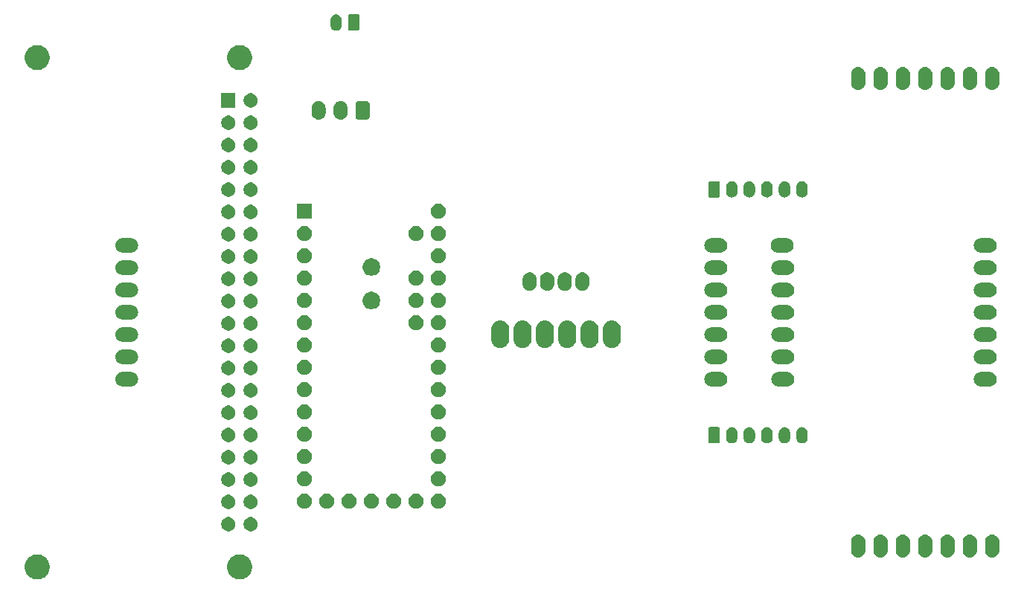
<source format=gbr>
G04 #@! TF.GenerationSoftware,KiCad,Pcbnew,(5.1.4-0-10_14)*
G04 #@! TF.CreationDate,2019-11-10T19:32:43-05:00*
G04 #@! TF.ProjectId,PacBot_2019-2020,50616342-6f74-45f3-9230-31392d323032,rev?*
G04 #@! TF.SameCoordinates,Original*
G04 #@! TF.FileFunction,Soldermask,Bot*
G04 #@! TF.FilePolarity,Negative*
%FSLAX46Y46*%
G04 Gerber Fmt 4.6, Leading zero omitted, Abs format (unit mm)*
G04 Created by KiCad (PCBNEW (5.1.4-0-10_14)) date 2019-11-10 19:32:43*
%MOMM*%
%LPD*%
G04 APERTURE LIST*
%ADD10C,0.100000*%
G04 APERTURE END LIST*
D10*
G36*
X114415949Y-127628800D02*
G01*
X114675463Y-127736294D01*
X114675464Y-127736295D01*
X114909022Y-127892353D01*
X115107647Y-128090978D01*
X115107648Y-128090980D01*
X115263706Y-128324537D01*
X115371200Y-128584051D01*
X115426000Y-128859550D01*
X115426000Y-129140450D01*
X115371200Y-129415949D01*
X115263706Y-129675463D01*
X115263705Y-129675464D01*
X115107647Y-129909022D01*
X114909022Y-130107647D01*
X114791450Y-130186206D01*
X114675463Y-130263706D01*
X114415949Y-130371200D01*
X114140450Y-130426000D01*
X113859550Y-130426000D01*
X113584051Y-130371200D01*
X113324537Y-130263706D01*
X113208550Y-130186206D01*
X113090978Y-130107647D01*
X112892353Y-129909022D01*
X112736295Y-129675464D01*
X112736294Y-129675463D01*
X112628800Y-129415949D01*
X112574000Y-129140450D01*
X112574000Y-128859550D01*
X112628800Y-128584051D01*
X112736294Y-128324537D01*
X112892352Y-128090980D01*
X112892353Y-128090978D01*
X113090978Y-127892353D01*
X113324536Y-127736295D01*
X113324537Y-127736294D01*
X113584051Y-127628800D01*
X113859550Y-127574000D01*
X114140450Y-127574000D01*
X114415949Y-127628800D01*
X114415949Y-127628800D01*
G37*
G36*
X91415949Y-127628800D02*
G01*
X91675463Y-127736294D01*
X91675464Y-127736295D01*
X91909022Y-127892353D01*
X92107647Y-128090978D01*
X92107648Y-128090980D01*
X92263706Y-128324537D01*
X92371200Y-128584051D01*
X92426000Y-128859550D01*
X92426000Y-129140450D01*
X92371200Y-129415949D01*
X92263706Y-129675463D01*
X92263705Y-129675464D01*
X92107647Y-129909022D01*
X91909022Y-130107647D01*
X91791450Y-130186206D01*
X91675463Y-130263706D01*
X91415949Y-130371200D01*
X91140450Y-130426000D01*
X90859550Y-130426000D01*
X90584051Y-130371200D01*
X90324537Y-130263706D01*
X90208550Y-130186206D01*
X90090978Y-130107647D01*
X89892353Y-129909022D01*
X89736295Y-129675464D01*
X89736294Y-129675463D01*
X89628800Y-129415949D01*
X89574000Y-129140450D01*
X89574000Y-128859550D01*
X89628800Y-128584051D01*
X89736294Y-128324537D01*
X89892352Y-128090980D01*
X89892353Y-128090978D01*
X90090978Y-127892353D01*
X90324536Y-127736295D01*
X90324537Y-127736294D01*
X90584051Y-127628800D01*
X90859550Y-127574000D01*
X91140450Y-127574000D01*
X91415949Y-127628800D01*
X91415949Y-127628800D01*
G37*
G36*
X189619376Y-125325764D02*
G01*
X189772627Y-125372252D01*
X189772630Y-125372253D01*
X189913863Y-125447744D01*
X190037659Y-125549341D01*
X190139256Y-125673137D01*
X190214747Y-125814370D01*
X190214748Y-125814373D01*
X190261236Y-125967624D01*
X190273000Y-126087067D01*
X190273000Y-127142933D01*
X190261236Y-127262376D01*
X190214748Y-127415626D01*
X190214747Y-127415630D01*
X190139256Y-127556863D01*
X190037659Y-127680659D01*
X189913863Y-127782256D01*
X189772629Y-127857747D01*
X189772626Y-127857748D01*
X189619375Y-127904236D01*
X189460000Y-127919933D01*
X189300624Y-127904236D01*
X189147373Y-127857748D01*
X189147370Y-127857747D01*
X189006137Y-127782256D01*
X188882341Y-127680659D01*
X188780744Y-127556863D01*
X188705253Y-127415629D01*
X188705252Y-127415626D01*
X188658764Y-127262375D01*
X188647000Y-127142932D01*
X188647001Y-126087067D01*
X188658765Y-125967624D01*
X188705253Y-125814373D01*
X188705254Y-125814370D01*
X188780745Y-125673137D01*
X188882342Y-125549341D01*
X189006138Y-125447744D01*
X189147371Y-125372253D01*
X189147374Y-125372252D01*
X189300625Y-125325764D01*
X189460000Y-125310067D01*
X189619376Y-125325764D01*
X189619376Y-125325764D01*
G37*
G36*
X192159376Y-125325764D02*
G01*
X192312627Y-125372252D01*
X192312630Y-125372253D01*
X192453863Y-125447744D01*
X192577659Y-125549341D01*
X192679256Y-125673137D01*
X192754747Y-125814370D01*
X192754748Y-125814373D01*
X192801236Y-125967624D01*
X192813000Y-126087067D01*
X192813000Y-127142933D01*
X192801236Y-127262376D01*
X192754748Y-127415626D01*
X192754747Y-127415630D01*
X192679256Y-127556863D01*
X192577659Y-127680659D01*
X192453863Y-127782256D01*
X192312629Y-127857747D01*
X192312626Y-127857748D01*
X192159375Y-127904236D01*
X192000000Y-127919933D01*
X191840624Y-127904236D01*
X191687373Y-127857748D01*
X191687370Y-127857747D01*
X191546137Y-127782256D01*
X191422341Y-127680659D01*
X191320744Y-127556863D01*
X191245253Y-127415629D01*
X191245252Y-127415626D01*
X191198764Y-127262375D01*
X191187000Y-127142932D01*
X191187001Y-126087067D01*
X191198765Y-125967624D01*
X191245253Y-125814373D01*
X191245254Y-125814370D01*
X191320745Y-125673137D01*
X191422342Y-125549341D01*
X191546138Y-125447744D01*
X191687371Y-125372253D01*
X191687374Y-125372252D01*
X191840625Y-125325764D01*
X192000000Y-125310067D01*
X192159376Y-125325764D01*
X192159376Y-125325764D01*
G37*
G36*
X194699376Y-125325764D02*
G01*
X194852627Y-125372252D01*
X194852630Y-125372253D01*
X194993863Y-125447744D01*
X195117659Y-125549341D01*
X195219256Y-125673137D01*
X195294747Y-125814370D01*
X195294748Y-125814373D01*
X195341236Y-125967624D01*
X195353000Y-126087067D01*
X195353000Y-127142933D01*
X195341236Y-127262376D01*
X195294748Y-127415626D01*
X195294747Y-127415630D01*
X195219256Y-127556863D01*
X195117659Y-127680659D01*
X194993863Y-127782256D01*
X194852629Y-127857747D01*
X194852626Y-127857748D01*
X194699375Y-127904236D01*
X194540000Y-127919933D01*
X194380624Y-127904236D01*
X194227373Y-127857748D01*
X194227370Y-127857747D01*
X194086137Y-127782256D01*
X193962341Y-127680659D01*
X193860744Y-127556863D01*
X193785253Y-127415629D01*
X193785252Y-127415626D01*
X193738764Y-127262375D01*
X193727000Y-127142932D01*
X193727001Y-126087067D01*
X193738765Y-125967624D01*
X193785253Y-125814373D01*
X193785254Y-125814370D01*
X193860745Y-125673137D01*
X193962342Y-125549341D01*
X194086138Y-125447744D01*
X194227371Y-125372253D01*
X194227374Y-125372252D01*
X194380625Y-125325764D01*
X194540000Y-125310067D01*
X194699376Y-125325764D01*
X194699376Y-125325764D01*
G37*
G36*
X197239376Y-125325764D02*
G01*
X197392627Y-125372252D01*
X197392630Y-125372253D01*
X197533863Y-125447744D01*
X197657659Y-125549341D01*
X197759256Y-125673137D01*
X197834747Y-125814370D01*
X197834748Y-125814373D01*
X197881236Y-125967624D01*
X197893000Y-126087067D01*
X197893000Y-127142933D01*
X197881236Y-127262376D01*
X197834748Y-127415626D01*
X197834747Y-127415630D01*
X197759256Y-127556863D01*
X197657659Y-127680659D01*
X197533863Y-127782256D01*
X197392629Y-127857747D01*
X197392626Y-127857748D01*
X197239375Y-127904236D01*
X197080000Y-127919933D01*
X196920624Y-127904236D01*
X196767373Y-127857748D01*
X196767370Y-127857747D01*
X196626137Y-127782256D01*
X196502341Y-127680659D01*
X196400744Y-127556863D01*
X196325253Y-127415629D01*
X196325252Y-127415626D01*
X196278764Y-127262375D01*
X196267000Y-127142932D01*
X196267001Y-126087067D01*
X196278765Y-125967624D01*
X196325253Y-125814373D01*
X196325254Y-125814370D01*
X196400745Y-125673137D01*
X196502342Y-125549341D01*
X196626138Y-125447744D01*
X196767371Y-125372253D01*
X196767374Y-125372252D01*
X196920625Y-125325764D01*
X197080000Y-125310067D01*
X197239376Y-125325764D01*
X197239376Y-125325764D01*
G37*
G36*
X199779376Y-125325764D02*
G01*
X199932627Y-125372252D01*
X199932630Y-125372253D01*
X200073863Y-125447744D01*
X200197659Y-125549341D01*
X200299256Y-125673137D01*
X200374747Y-125814370D01*
X200374748Y-125814373D01*
X200421236Y-125967624D01*
X200433000Y-126087067D01*
X200433000Y-127142933D01*
X200421236Y-127262376D01*
X200374748Y-127415626D01*
X200374747Y-127415630D01*
X200299256Y-127556863D01*
X200197659Y-127680659D01*
X200073863Y-127782256D01*
X199932629Y-127857747D01*
X199932626Y-127857748D01*
X199779375Y-127904236D01*
X199620000Y-127919933D01*
X199460624Y-127904236D01*
X199307373Y-127857748D01*
X199307370Y-127857747D01*
X199166137Y-127782256D01*
X199042341Y-127680659D01*
X198940744Y-127556863D01*
X198865253Y-127415629D01*
X198865252Y-127415626D01*
X198818764Y-127262375D01*
X198807000Y-127142932D01*
X198807001Y-126087067D01*
X198818765Y-125967624D01*
X198865253Y-125814373D01*
X198865254Y-125814370D01*
X198940745Y-125673137D01*
X199042342Y-125549341D01*
X199166138Y-125447744D01*
X199307371Y-125372253D01*
X199307374Y-125372252D01*
X199460625Y-125325764D01*
X199620000Y-125310067D01*
X199779376Y-125325764D01*
X199779376Y-125325764D01*
G37*
G36*
X187079376Y-125325764D02*
G01*
X187232627Y-125372252D01*
X187232630Y-125372253D01*
X187373863Y-125447744D01*
X187497659Y-125549341D01*
X187599256Y-125673137D01*
X187674747Y-125814370D01*
X187674748Y-125814373D01*
X187721236Y-125967624D01*
X187733000Y-126087067D01*
X187733000Y-127142933D01*
X187721236Y-127262376D01*
X187674748Y-127415626D01*
X187674747Y-127415630D01*
X187599256Y-127556863D01*
X187497659Y-127680659D01*
X187373863Y-127782256D01*
X187232629Y-127857747D01*
X187232626Y-127857748D01*
X187079375Y-127904236D01*
X186920000Y-127919933D01*
X186760624Y-127904236D01*
X186607373Y-127857748D01*
X186607370Y-127857747D01*
X186466137Y-127782256D01*
X186342341Y-127680659D01*
X186240744Y-127556863D01*
X186165253Y-127415629D01*
X186165252Y-127415626D01*
X186118764Y-127262375D01*
X186107000Y-127142932D01*
X186107001Y-126087067D01*
X186118765Y-125967624D01*
X186165253Y-125814373D01*
X186165254Y-125814370D01*
X186240745Y-125673137D01*
X186342342Y-125549341D01*
X186466138Y-125447744D01*
X186607371Y-125372253D01*
X186607374Y-125372252D01*
X186760625Y-125325764D01*
X186920000Y-125310067D01*
X187079376Y-125325764D01*
X187079376Y-125325764D01*
G37*
G36*
X184539376Y-125325764D02*
G01*
X184692627Y-125372252D01*
X184692630Y-125372253D01*
X184833863Y-125447744D01*
X184957659Y-125549341D01*
X185059256Y-125673137D01*
X185134747Y-125814370D01*
X185134748Y-125814373D01*
X185181236Y-125967624D01*
X185193000Y-126087067D01*
X185193000Y-127142933D01*
X185181236Y-127262376D01*
X185134748Y-127415626D01*
X185134747Y-127415630D01*
X185059256Y-127556863D01*
X184957659Y-127680659D01*
X184833863Y-127782256D01*
X184692629Y-127857747D01*
X184692626Y-127857748D01*
X184539375Y-127904236D01*
X184380000Y-127919933D01*
X184220624Y-127904236D01*
X184067373Y-127857748D01*
X184067370Y-127857747D01*
X183926137Y-127782256D01*
X183802341Y-127680659D01*
X183700744Y-127556863D01*
X183625253Y-127415629D01*
X183625252Y-127415626D01*
X183578764Y-127262375D01*
X183567000Y-127142932D01*
X183567001Y-126087067D01*
X183578765Y-125967624D01*
X183625253Y-125814373D01*
X183625254Y-125814370D01*
X183700745Y-125673137D01*
X183802342Y-125549341D01*
X183926138Y-125447744D01*
X184067371Y-125372253D01*
X184067374Y-125372252D01*
X184220625Y-125325764D01*
X184380000Y-125310067D01*
X184539376Y-125325764D01*
X184539376Y-125325764D01*
G37*
G36*
X112964810Y-123355935D02*
G01*
X113111309Y-123416617D01*
X113111310Y-123416618D01*
X113243158Y-123504716D01*
X113355284Y-123616842D01*
X113355285Y-123616844D01*
X113443383Y-123748691D01*
X113504065Y-123895190D01*
X113535000Y-124050713D01*
X113535000Y-124209287D01*
X113504065Y-124364810D01*
X113443383Y-124511309D01*
X113443382Y-124511310D01*
X113355284Y-124643158D01*
X113243158Y-124755284D01*
X113176785Y-124799633D01*
X113111309Y-124843383D01*
X112964810Y-124904065D01*
X112809287Y-124935000D01*
X112650713Y-124935000D01*
X112495190Y-124904065D01*
X112348691Y-124843383D01*
X112283215Y-124799633D01*
X112216842Y-124755284D01*
X112104716Y-124643158D01*
X112016618Y-124511310D01*
X112016617Y-124511309D01*
X111955935Y-124364810D01*
X111925000Y-124209287D01*
X111925000Y-124050713D01*
X111955935Y-123895190D01*
X112016617Y-123748691D01*
X112104715Y-123616844D01*
X112104716Y-123616842D01*
X112216842Y-123504716D01*
X112348690Y-123416618D01*
X112348691Y-123416617D01*
X112495190Y-123355935D01*
X112650713Y-123325000D01*
X112809287Y-123325000D01*
X112964810Y-123355935D01*
X112964810Y-123355935D01*
G37*
G36*
X115504810Y-123355935D02*
G01*
X115651309Y-123416617D01*
X115651310Y-123416618D01*
X115783158Y-123504716D01*
X115895284Y-123616842D01*
X115895285Y-123616844D01*
X115983383Y-123748691D01*
X116044065Y-123895190D01*
X116075000Y-124050713D01*
X116075000Y-124209287D01*
X116044065Y-124364810D01*
X115983383Y-124511309D01*
X115983382Y-124511310D01*
X115895284Y-124643158D01*
X115783158Y-124755284D01*
X115716785Y-124799633D01*
X115651309Y-124843383D01*
X115504810Y-124904065D01*
X115349287Y-124935000D01*
X115190713Y-124935000D01*
X115035190Y-124904065D01*
X114888691Y-124843383D01*
X114823215Y-124799633D01*
X114756842Y-124755284D01*
X114644716Y-124643158D01*
X114556618Y-124511310D01*
X114556617Y-124511309D01*
X114495935Y-124364810D01*
X114465000Y-124209287D01*
X114465000Y-124050713D01*
X114495935Y-123895190D01*
X114556617Y-123748691D01*
X114644715Y-123616844D01*
X114644716Y-123616842D01*
X114756842Y-123504716D01*
X114888690Y-123416618D01*
X114888691Y-123416617D01*
X115035190Y-123355935D01*
X115190713Y-123325000D01*
X115349287Y-123325000D01*
X115504810Y-123355935D01*
X115504810Y-123355935D01*
G37*
G36*
X115504810Y-120815935D02*
G01*
X115651309Y-120876617D01*
X115651310Y-120876618D01*
X115783158Y-120964716D01*
X115895284Y-121076842D01*
X115895285Y-121076844D01*
X115983383Y-121208691D01*
X116044065Y-121355190D01*
X116075000Y-121510713D01*
X116075000Y-121669287D01*
X116044065Y-121824810D01*
X115983383Y-121971309D01*
X115983382Y-121971310D01*
X115895284Y-122103158D01*
X115783158Y-122215284D01*
X115716785Y-122259633D01*
X115651309Y-122303383D01*
X115504810Y-122364065D01*
X115349287Y-122395000D01*
X115190713Y-122395000D01*
X115035190Y-122364065D01*
X114888691Y-122303383D01*
X114823215Y-122259633D01*
X114756842Y-122215284D01*
X114644716Y-122103158D01*
X114556618Y-121971310D01*
X114556617Y-121971309D01*
X114495935Y-121824810D01*
X114465000Y-121669287D01*
X114465000Y-121510713D01*
X114495935Y-121355190D01*
X114556617Y-121208691D01*
X114644715Y-121076844D01*
X114644716Y-121076842D01*
X114756842Y-120964716D01*
X114888690Y-120876618D01*
X114888691Y-120876617D01*
X115035190Y-120815935D01*
X115190713Y-120785000D01*
X115349287Y-120785000D01*
X115504810Y-120815935D01*
X115504810Y-120815935D01*
G37*
G36*
X112964810Y-120815935D02*
G01*
X113111309Y-120876617D01*
X113111310Y-120876618D01*
X113243158Y-120964716D01*
X113355284Y-121076842D01*
X113355285Y-121076844D01*
X113443383Y-121208691D01*
X113504065Y-121355190D01*
X113535000Y-121510713D01*
X113535000Y-121669287D01*
X113504065Y-121824810D01*
X113443383Y-121971309D01*
X113443382Y-121971310D01*
X113355284Y-122103158D01*
X113243158Y-122215284D01*
X113176785Y-122259633D01*
X113111309Y-122303383D01*
X112964810Y-122364065D01*
X112809287Y-122395000D01*
X112650713Y-122395000D01*
X112495190Y-122364065D01*
X112348691Y-122303383D01*
X112283215Y-122259633D01*
X112216842Y-122215284D01*
X112104716Y-122103158D01*
X112016618Y-121971310D01*
X112016617Y-121971309D01*
X111955935Y-121824810D01*
X111925000Y-121669287D01*
X111925000Y-121510713D01*
X111955935Y-121355190D01*
X112016617Y-121208691D01*
X112104715Y-121076844D01*
X112104716Y-121076842D01*
X112216842Y-120964716D01*
X112348690Y-120876618D01*
X112348691Y-120876617D01*
X112495190Y-120815935D01*
X112650713Y-120785000D01*
X112809287Y-120785000D01*
X112964810Y-120815935D01*
X112964810Y-120815935D01*
G37*
G36*
X121628228Y-120691703D02*
G01*
X121783100Y-120755853D01*
X121922481Y-120848985D01*
X122041015Y-120967519D01*
X122134147Y-121106900D01*
X122198297Y-121261772D01*
X122231000Y-121426184D01*
X122231000Y-121593816D01*
X122198297Y-121758228D01*
X122134147Y-121913100D01*
X122041015Y-122052481D01*
X121922481Y-122171015D01*
X121783100Y-122264147D01*
X121628228Y-122328297D01*
X121463816Y-122361000D01*
X121296184Y-122361000D01*
X121131772Y-122328297D01*
X120976900Y-122264147D01*
X120837519Y-122171015D01*
X120718985Y-122052481D01*
X120625853Y-121913100D01*
X120561703Y-121758228D01*
X120529000Y-121593816D01*
X120529000Y-121426184D01*
X120561703Y-121261772D01*
X120625853Y-121106900D01*
X120718985Y-120967519D01*
X120837519Y-120848985D01*
X120976900Y-120755853D01*
X121131772Y-120691703D01*
X121296184Y-120659000D01*
X121463816Y-120659000D01*
X121628228Y-120691703D01*
X121628228Y-120691703D01*
G37*
G36*
X126708228Y-120691703D02*
G01*
X126863100Y-120755853D01*
X127002481Y-120848985D01*
X127121015Y-120967519D01*
X127214147Y-121106900D01*
X127278297Y-121261772D01*
X127311000Y-121426184D01*
X127311000Y-121593816D01*
X127278297Y-121758228D01*
X127214147Y-121913100D01*
X127121015Y-122052481D01*
X127002481Y-122171015D01*
X126863100Y-122264147D01*
X126708228Y-122328297D01*
X126543816Y-122361000D01*
X126376184Y-122361000D01*
X126211772Y-122328297D01*
X126056900Y-122264147D01*
X125917519Y-122171015D01*
X125798985Y-122052481D01*
X125705853Y-121913100D01*
X125641703Y-121758228D01*
X125609000Y-121593816D01*
X125609000Y-121426184D01*
X125641703Y-121261772D01*
X125705853Y-121106900D01*
X125798985Y-120967519D01*
X125917519Y-120848985D01*
X126056900Y-120755853D01*
X126211772Y-120691703D01*
X126376184Y-120659000D01*
X126543816Y-120659000D01*
X126708228Y-120691703D01*
X126708228Y-120691703D01*
G37*
G36*
X124168228Y-120691703D02*
G01*
X124323100Y-120755853D01*
X124462481Y-120848985D01*
X124581015Y-120967519D01*
X124674147Y-121106900D01*
X124738297Y-121261772D01*
X124771000Y-121426184D01*
X124771000Y-121593816D01*
X124738297Y-121758228D01*
X124674147Y-121913100D01*
X124581015Y-122052481D01*
X124462481Y-122171015D01*
X124323100Y-122264147D01*
X124168228Y-122328297D01*
X124003816Y-122361000D01*
X123836184Y-122361000D01*
X123671772Y-122328297D01*
X123516900Y-122264147D01*
X123377519Y-122171015D01*
X123258985Y-122052481D01*
X123165853Y-121913100D01*
X123101703Y-121758228D01*
X123069000Y-121593816D01*
X123069000Y-121426184D01*
X123101703Y-121261772D01*
X123165853Y-121106900D01*
X123258985Y-120967519D01*
X123377519Y-120848985D01*
X123516900Y-120755853D01*
X123671772Y-120691703D01*
X123836184Y-120659000D01*
X124003816Y-120659000D01*
X124168228Y-120691703D01*
X124168228Y-120691703D01*
G37*
G36*
X129248228Y-120691703D02*
G01*
X129403100Y-120755853D01*
X129542481Y-120848985D01*
X129661015Y-120967519D01*
X129754147Y-121106900D01*
X129818297Y-121261772D01*
X129851000Y-121426184D01*
X129851000Y-121593816D01*
X129818297Y-121758228D01*
X129754147Y-121913100D01*
X129661015Y-122052481D01*
X129542481Y-122171015D01*
X129403100Y-122264147D01*
X129248228Y-122328297D01*
X129083816Y-122361000D01*
X128916184Y-122361000D01*
X128751772Y-122328297D01*
X128596900Y-122264147D01*
X128457519Y-122171015D01*
X128338985Y-122052481D01*
X128245853Y-121913100D01*
X128181703Y-121758228D01*
X128149000Y-121593816D01*
X128149000Y-121426184D01*
X128181703Y-121261772D01*
X128245853Y-121106900D01*
X128338985Y-120967519D01*
X128457519Y-120848985D01*
X128596900Y-120755853D01*
X128751772Y-120691703D01*
X128916184Y-120659000D01*
X129083816Y-120659000D01*
X129248228Y-120691703D01*
X129248228Y-120691703D01*
G37*
G36*
X131788228Y-120691703D02*
G01*
X131943100Y-120755853D01*
X132082481Y-120848985D01*
X132201015Y-120967519D01*
X132294147Y-121106900D01*
X132358297Y-121261772D01*
X132391000Y-121426184D01*
X132391000Y-121593816D01*
X132358297Y-121758228D01*
X132294147Y-121913100D01*
X132201015Y-122052481D01*
X132082481Y-122171015D01*
X131943100Y-122264147D01*
X131788228Y-122328297D01*
X131623816Y-122361000D01*
X131456184Y-122361000D01*
X131291772Y-122328297D01*
X131136900Y-122264147D01*
X130997519Y-122171015D01*
X130878985Y-122052481D01*
X130785853Y-121913100D01*
X130721703Y-121758228D01*
X130689000Y-121593816D01*
X130689000Y-121426184D01*
X130721703Y-121261772D01*
X130785853Y-121106900D01*
X130878985Y-120967519D01*
X130997519Y-120848985D01*
X131136900Y-120755853D01*
X131291772Y-120691703D01*
X131456184Y-120659000D01*
X131623816Y-120659000D01*
X131788228Y-120691703D01*
X131788228Y-120691703D01*
G37*
G36*
X134328228Y-120691703D02*
G01*
X134483100Y-120755853D01*
X134622481Y-120848985D01*
X134741015Y-120967519D01*
X134834147Y-121106900D01*
X134898297Y-121261772D01*
X134931000Y-121426184D01*
X134931000Y-121593816D01*
X134898297Y-121758228D01*
X134834147Y-121913100D01*
X134741015Y-122052481D01*
X134622481Y-122171015D01*
X134483100Y-122264147D01*
X134328228Y-122328297D01*
X134163816Y-122361000D01*
X133996184Y-122361000D01*
X133831772Y-122328297D01*
X133676900Y-122264147D01*
X133537519Y-122171015D01*
X133418985Y-122052481D01*
X133325853Y-121913100D01*
X133261703Y-121758228D01*
X133229000Y-121593816D01*
X133229000Y-121426184D01*
X133261703Y-121261772D01*
X133325853Y-121106900D01*
X133418985Y-120967519D01*
X133537519Y-120848985D01*
X133676900Y-120755853D01*
X133831772Y-120691703D01*
X133996184Y-120659000D01*
X134163816Y-120659000D01*
X134328228Y-120691703D01*
X134328228Y-120691703D01*
G37*
G36*
X136868228Y-120691703D02*
G01*
X137023100Y-120755853D01*
X137162481Y-120848985D01*
X137281015Y-120967519D01*
X137374147Y-121106900D01*
X137438297Y-121261772D01*
X137471000Y-121426184D01*
X137471000Y-121593816D01*
X137438297Y-121758228D01*
X137374147Y-121913100D01*
X137281015Y-122052481D01*
X137162481Y-122171015D01*
X137023100Y-122264147D01*
X136868228Y-122328297D01*
X136703816Y-122361000D01*
X136536184Y-122361000D01*
X136371772Y-122328297D01*
X136216900Y-122264147D01*
X136077519Y-122171015D01*
X135958985Y-122052481D01*
X135865853Y-121913100D01*
X135801703Y-121758228D01*
X135769000Y-121593816D01*
X135769000Y-121426184D01*
X135801703Y-121261772D01*
X135865853Y-121106900D01*
X135958985Y-120967519D01*
X136077519Y-120848985D01*
X136216900Y-120755853D01*
X136371772Y-120691703D01*
X136536184Y-120659000D01*
X136703816Y-120659000D01*
X136868228Y-120691703D01*
X136868228Y-120691703D01*
G37*
G36*
X115504810Y-118275935D02*
G01*
X115651309Y-118336617D01*
X115651310Y-118336618D01*
X115783158Y-118424716D01*
X115895284Y-118536842D01*
X115895285Y-118536844D01*
X115983383Y-118668691D01*
X116044065Y-118815190D01*
X116075000Y-118970713D01*
X116075000Y-119129287D01*
X116044065Y-119284810D01*
X115983383Y-119431309D01*
X115983382Y-119431310D01*
X115895284Y-119563158D01*
X115783158Y-119675284D01*
X115716785Y-119719633D01*
X115651309Y-119763383D01*
X115504810Y-119824065D01*
X115349287Y-119855000D01*
X115190713Y-119855000D01*
X115035190Y-119824065D01*
X114888691Y-119763383D01*
X114823215Y-119719633D01*
X114756842Y-119675284D01*
X114644716Y-119563158D01*
X114556618Y-119431310D01*
X114556617Y-119431309D01*
X114495935Y-119284810D01*
X114465000Y-119129287D01*
X114465000Y-118970713D01*
X114495935Y-118815190D01*
X114556617Y-118668691D01*
X114644715Y-118536844D01*
X114644716Y-118536842D01*
X114756842Y-118424716D01*
X114888690Y-118336618D01*
X114888691Y-118336617D01*
X115035190Y-118275935D01*
X115190713Y-118245000D01*
X115349287Y-118245000D01*
X115504810Y-118275935D01*
X115504810Y-118275935D01*
G37*
G36*
X112964810Y-118275935D02*
G01*
X113111309Y-118336617D01*
X113111310Y-118336618D01*
X113243158Y-118424716D01*
X113355284Y-118536842D01*
X113355285Y-118536844D01*
X113443383Y-118668691D01*
X113504065Y-118815190D01*
X113535000Y-118970713D01*
X113535000Y-119129287D01*
X113504065Y-119284810D01*
X113443383Y-119431309D01*
X113443382Y-119431310D01*
X113355284Y-119563158D01*
X113243158Y-119675284D01*
X113176785Y-119719633D01*
X113111309Y-119763383D01*
X112964810Y-119824065D01*
X112809287Y-119855000D01*
X112650713Y-119855000D01*
X112495190Y-119824065D01*
X112348691Y-119763383D01*
X112283215Y-119719633D01*
X112216842Y-119675284D01*
X112104716Y-119563158D01*
X112016618Y-119431310D01*
X112016617Y-119431309D01*
X111955935Y-119284810D01*
X111925000Y-119129287D01*
X111925000Y-118970713D01*
X111955935Y-118815190D01*
X112016617Y-118668691D01*
X112104715Y-118536844D01*
X112104716Y-118536842D01*
X112216842Y-118424716D01*
X112348690Y-118336618D01*
X112348691Y-118336617D01*
X112495190Y-118275935D01*
X112650713Y-118245000D01*
X112809287Y-118245000D01*
X112964810Y-118275935D01*
X112964810Y-118275935D01*
G37*
G36*
X136868228Y-118151703D02*
G01*
X137023100Y-118215853D01*
X137162481Y-118308985D01*
X137281015Y-118427519D01*
X137374147Y-118566900D01*
X137438297Y-118721772D01*
X137471000Y-118886184D01*
X137471000Y-119053816D01*
X137438297Y-119218228D01*
X137374147Y-119373100D01*
X137281015Y-119512481D01*
X137162481Y-119631015D01*
X137023100Y-119724147D01*
X136868228Y-119788297D01*
X136703816Y-119821000D01*
X136536184Y-119821000D01*
X136371772Y-119788297D01*
X136216900Y-119724147D01*
X136077519Y-119631015D01*
X135958985Y-119512481D01*
X135865853Y-119373100D01*
X135801703Y-119218228D01*
X135769000Y-119053816D01*
X135769000Y-118886184D01*
X135801703Y-118721772D01*
X135865853Y-118566900D01*
X135958985Y-118427519D01*
X136077519Y-118308985D01*
X136216900Y-118215853D01*
X136371772Y-118151703D01*
X136536184Y-118119000D01*
X136703816Y-118119000D01*
X136868228Y-118151703D01*
X136868228Y-118151703D01*
G37*
G36*
X121628228Y-118151703D02*
G01*
X121783100Y-118215853D01*
X121922481Y-118308985D01*
X122041015Y-118427519D01*
X122134147Y-118566900D01*
X122198297Y-118721772D01*
X122231000Y-118886184D01*
X122231000Y-119053816D01*
X122198297Y-119218228D01*
X122134147Y-119373100D01*
X122041015Y-119512481D01*
X121922481Y-119631015D01*
X121783100Y-119724147D01*
X121628228Y-119788297D01*
X121463816Y-119821000D01*
X121296184Y-119821000D01*
X121131772Y-119788297D01*
X120976900Y-119724147D01*
X120837519Y-119631015D01*
X120718985Y-119512481D01*
X120625853Y-119373100D01*
X120561703Y-119218228D01*
X120529000Y-119053816D01*
X120529000Y-118886184D01*
X120561703Y-118721772D01*
X120625853Y-118566900D01*
X120718985Y-118427519D01*
X120837519Y-118308985D01*
X120976900Y-118215853D01*
X121131772Y-118151703D01*
X121296184Y-118119000D01*
X121463816Y-118119000D01*
X121628228Y-118151703D01*
X121628228Y-118151703D01*
G37*
G36*
X115504810Y-115735935D02*
G01*
X115651309Y-115796617D01*
X115651310Y-115796618D01*
X115783158Y-115884716D01*
X115895284Y-115996842D01*
X115895285Y-115996844D01*
X115983383Y-116128691D01*
X116044065Y-116275190D01*
X116075000Y-116430713D01*
X116075000Y-116589287D01*
X116044065Y-116744810D01*
X115983383Y-116891309D01*
X115983382Y-116891310D01*
X115895284Y-117023158D01*
X115783158Y-117135284D01*
X115716785Y-117179633D01*
X115651309Y-117223383D01*
X115504810Y-117284065D01*
X115349287Y-117315000D01*
X115190713Y-117315000D01*
X115035190Y-117284065D01*
X114888691Y-117223383D01*
X114823215Y-117179633D01*
X114756842Y-117135284D01*
X114644716Y-117023158D01*
X114556618Y-116891310D01*
X114556617Y-116891309D01*
X114495935Y-116744810D01*
X114465000Y-116589287D01*
X114465000Y-116430713D01*
X114495935Y-116275190D01*
X114556617Y-116128691D01*
X114644715Y-115996844D01*
X114644716Y-115996842D01*
X114756842Y-115884716D01*
X114888690Y-115796618D01*
X114888691Y-115796617D01*
X115035190Y-115735935D01*
X115190713Y-115705000D01*
X115349287Y-115705000D01*
X115504810Y-115735935D01*
X115504810Y-115735935D01*
G37*
G36*
X112964810Y-115735935D02*
G01*
X113111309Y-115796617D01*
X113111310Y-115796618D01*
X113243158Y-115884716D01*
X113355284Y-115996842D01*
X113355285Y-115996844D01*
X113443383Y-116128691D01*
X113504065Y-116275190D01*
X113535000Y-116430713D01*
X113535000Y-116589287D01*
X113504065Y-116744810D01*
X113443383Y-116891309D01*
X113443382Y-116891310D01*
X113355284Y-117023158D01*
X113243158Y-117135284D01*
X113176785Y-117179633D01*
X113111309Y-117223383D01*
X112964810Y-117284065D01*
X112809287Y-117315000D01*
X112650713Y-117315000D01*
X112495190Y-117284065D01*
X112348691Y-117223383D01*
X112283215Y-117179633D01*
X112216842Y-117135284D01*
X112104716Y-117023158D01*
X112016618Y-116891310D01*
X112016617Y-116891309D01*
X111955935Y-116744810D01*
X111925000Y-116589287D01*
X111925000Y-116430713D01*
X111955935Y-116275190D01*
X112016617Y-116128691D01*
X112104715Y-115996844D01*
X112104716Y-115996842D01*
X112216842Y-115884716D01*
X112348690Y-115796618D01*
X112348691Y-115796617D01*
X112495190Y-115735935D01*
X112650713Y-115705000D01*
X112809287Y-115705000D01*
X112964810Y-115735935D01*
X112964810Y-115735935D01*
G37*
G36*
X136868228Y-115611703D02*
G01*
X137023100Y-115675853D01*
X137162481Y-115768985D01*
X137281015Y-115887519D01*
X137374147Y-116026900D01*
X137438297Y-116181772D01*
X137471000Y-116346184D01*
X137471000Y-116513816D01*
X137438297Y-116678228D01*
X137374147Y-116833100D01*
X137281015Y-116972481D01*
X137162481Y-117091015D01*
X137023100Y-117184147D01*
X136868228Y-117248297D01*
X136703816Y-117281000D01*
X136536184Y-117281000D01*
X136371772Y-117248297D01*
X136216900Y-117184147D01*
X136077519Y-117091015D01*
X135958985Y-116972481D01*
X135865853Y-116833100D01*
X135801703Y-116678228D01*
X135769000Y-116513816D01*
X135769000Y-116346184D01*
X135801703Y-116181772D01*
X135865853Y-116026900D01*
X135958985Y-115887519D01*
X136077519Y-115768985D01*
X136216900Y-115675853D01*
X136371772Y-115611703D01*
X136536184Y-115579000D01*
X136703816Y-115579000D01*
X136868228Y-115611703D01*
X136868228Y-115611703D01*
G37*
G36*
X121628228Y-115611703D02*
G01*
X121783100Y-115675853D01*
X121922481Y-115768985D01*
X122041015Y-115887519D01*
X122134147Y-116026900D01*
X122198297Y-116181772D01*
X122231000Y-116346184D01*
X122231000Y-116513816D01*
X122198297Y-116678228D01*
X122134147Y-116833100D01*
X122041015Y-116972481D01*
X121922481Y-117091015D01*
X121783100Y-117184147D01*
X121628228Y-117248297D01*
X121463816Y-117281000D01*
X121296184Y-117281000D01*
X121131772Y-117248297D01*
X120976900Y-117184147D01*
X120837519Y-117091015D01*
X120718985Y-116972481D01*
X120625853Y-116833100D01*
X120561703Y-116678228D01*
X120529000Y-116513816D01*
X120529000Y-116346184D01*
X120561703Y-116181772D01*
X120625853Y-116026900D01*
X120718985Y-115887519D01*
X120837519Y-115768985D01*
X120976900Y-115675853D01*
X121131772Y-115611703D01*
X121296184Y-115579000D01*
X121463816Y-115579000D01*
X121628228Y-115611703D01*
X121628228Y-115611703D01*
G37*
G36*
X170127617Y-113083420D02*
G01*
X170208399Y-113107925D01*
X170250335Y-113120646D01*
X170363424Y-113181094D01*
X170462554Y-113262447D01*
X170543906Y-113361575D01*
X170604354Y-113474664D01*
X170614040Y-113506596D01*
X170641580Y-113597382D01*
X170651000Y-113693027D01*
X170651000Y-114306973D01*
X170641580Y-114402618D01*
X170632521Y-114432480D01*
X170604354Y-114525336D01*
X170543906Y-114638425D01*
X170462554Y-114737554D01*
X170363425Y-114818906D01*
X170250336Y-114879354D01*
X170218404Y-114889040D01*
X170127618Y-114916580D01*
X170000000Y-114929149D01*
X169872383Y-114916580D01*
X169781597Y-114889040D01*
X169749665Y-114879354D01*
X169636576Y-114818906D01*
X169537447Y-114737554D01*
X169456096Y-114638427D01*
X169456095Y-114638425D01*
X169395647Y-114525336D01*
X169395645Y-114525333D01*
X169367479Y-114432480D01*
X169358420Y-114402618D01*
X169349000Y-114306973D01*
X169349000Y-113693028D01*
X169358420Y-113597383D01*
X169395645Y-113474669D01*
X169395646Y-113474665D01*
X169456094Y-113361576D01*
X169537447Y-113262446D01*
X169636575Y-113181094D01*
X169749664Y-113120646D01*
X169791600Y-113107925D01*
X169872382Y-113083420D01*
X170000000Y-113070851D01*
X170127617Y-113083420D01*
X170127617Y-113083420D01*
G37*
G36*
X172127617Y-113083420D02*
G01*
X172208399Y-113107925D01*
X172250335Y-113120646D01*
X172363424Y-113181094D01*
X172462554Y-113262447D01*
X172543906Y-113361575D01*
X172604354Y-113474664D01*
X172614040Y-113506596D01*
X172641580Y-113597382D01*
X172651000Y-113693027D01*
X172651000Y-114306973D01*
X172641580Y-114402618D01*
X172632521Y-114432480D01*
X172604354Y-114525336D01*
X172543906Y-114638425D01*
X172462554Y-114737554D01*
X172363425Y-114818906D01*
X172250336Y-114879354D01*
X172218404Y-114889040D01*
X172127618Y-114916580D01*
X172000000Y-114929149D01*
X171872383Y-114916580D01*
X171781597Y-114889040D01*
X171749665Y-114879354D01*
X171636576Y-114818906D01*
X171537447Y-114737554D01*
X171456096Y-114638427D01*
X171456095Y-114638425D01*
X171395647Y-114525336D01*
X171395645Y-114525333D01*
X171367479Y-114432480D01*
X171358420Y-114402618D01*
X171349000Y-114306973D01*
X171349000Y-113693028D01*
X171358420Y-113597383D01*
X171395645Y-113474669D01*
X171395646Y-113474665D01*
X171456094Y-113361576D01*
X171537447Y-113262446D01*
X171636575Y-113181094D01*
X171749664Y-113120646D01*
X171791600Y-113107925D01*
X171872382Y-113083420D01*
X172000000Y-113070851D01*
X172127617Y-113083420D01*
X172127617Y-113083420D01*
G37*
G36*
X174127617Y-113083420D02*
G01*
X174208399Y-113107925D01*
X174250335Y-113120646D01*
X174363424Y-113181094D01*
X174462554Y-113262447D01*
X174543906Y-113361575D01*
X174604354Y-113474664D01*
X174614040Y-113506596D01*
X174641580Y-113597382D01*
X174651000Y-113693027D01*
X174651000Y-114306973D01*
X174641580Y-114402618D01*
X174632521Y-114432480D01*
X174604354Y-114525336D01*
X174543906Y-114638425D01*
X174462554Y-114737554D01*
X174363425Y-114818906D01*
X174250336Y-114879354D01*
X174218404Y-114889040D01*
X174127618Y-114916580D01*
X174000000Y-114929149D01*
X173872383Y-114916580D01*
X173781597Y-114889040D01*
X173749665Y-114879354D01*
X173636576Y-114818906D01*
X173537447Y-114737554D01*
X173456096Y-114638427D01*
X173456095Y-114638425D01*
X173395647Y-114525336D01*
X173395645Y-114525333D01*
X173367479Y-114432480D01*
X173358420Y-114402618D01*
X173349000Y-114306973D01*
X173349000Y-113693028D01*
X173358420Y-113597383D01*
X173395645Y-113474669D01*
X173395646Y-113474665D01*
X173456094Y-113361576D01*
X173537447Y-113262446D01*
X173636575Y-113181094D01*
X173749664Y-113120646D01*
X173791600Y-113107925D01*
X173872382Y-113083420D01*
X174000000Y-113070851D01*
X174127617Y-113083420D01*
X174127617Y-113083420D01*
G37*
G36*
X176127617Y-113083420D02*
G01*
X176208399Y-113107925D01*
X176250335Y-113120646D01*
X176363424Y-113181094D01*
X176462554Y-113262447D01*
X176543906Y-113361575D01*
X176604354Y-113474664D01*
X176614040Y-113506596D01*
X176641580Y-113597382D01*
X176651000Y-113693027D01*
X176651000Y-114306973D01*
X176641580Y-114402618D01*
X176632521Y-114432480D01*
X176604354Y-114525336D01*
X176543906Y-114638425D01*
X176462554Y-114737554D01*
X176363425Y-114818906D01*
X176250336Y-114879354D01*
X176218404Y-114889040D01*
X176127618Y-114916580D01*
X176000000Y-114929149D01*
X175872383Y-114916580D01*
X175781597Y-114889040D01*
X175749665Y-114879354D01*
X175636576Y-114818906D01*
X175537447Y-114737554D01*
X175456096Y-114638427D01*
X175456095Y-114638425D01*
X175395647Y-114525336D01*
X175395645Y-114525333D01*
X175367479Y-114432480D01*
X175358420Y-114402618D01*
X175349000Y-114306973D01*
X175349000Y-113693028D01*
X175358420Y-113597383D01*
X175395645Y-113474669D01*
X175395646Y-113474665D01*
X175456094Y-113361576D01*
X175537447Y-113262446D01*
X175636575Y-113181094D01*
X175749664Y-113120646D01*
X175791600Y-113107925D01*
X175872382Y-113083420D01*
X176000000Y-113070851D01*
X176127617Y-113083420D01*
X176127617Y-113083420D01*
G37*
G36*
X178127617Y-113083420D02*
G01*
X178208399Y-113107925D01*
X178250335Y-113120646D01*
X178363424Y-113181094D01*
X178462554Y-113262447D01*
X178543906Y-113361575D01*
X178604354Y-113474664D01*
X178614040Y-113506596D01*
X178641580Y-113597382D01*
X178651000Y-113693027D01*
X178651000Y-114306973D01*
X178641580Y-114402618D01*
X178632521Y-114432480D01*
X178604354Y-114525336D01*
X178543906Y-114638425D01*
X178462554Y-114737554D01*
X178363425Y-114818906D01*
X178250336Y-114879354D01*
X178218404Y-114889040D01*
X178127618Y-114916580D01*
X178000000Y-114929149D01*
X177872383Y-114916580D01*
X177781597Y-114889040D01*
X177749665Y-114879354D01*
X177636576Y-114818906D01*
X177537447Y-114737554D01*
X177456096Y-114638427D01*
X177456095Y-114638425D01*
X177395647Y-114525336D01*
X177395645Y-114525333D01*
X177367479Y-114432480D01*
X177358420Y-114402618D01*
X177349000Y-114306973D01*
X177349000Y-113693028D01*
X177358420Y-113597383D01*
X177395645Y-113474669D01*
X177395646Y-113474665D01*
X177456094Y-113361576D01*
X177537447Y-113262446D01*
X177636575Y-113181094D01*
X177749664Y-113120646D01*
X177791600Y-113107925D01*
X177872382Y-113083420D01*
X178000000Y-113070851D01*
X178127617Y-113083420D01*
X178127617Y-113083420D01*
G37*
G36*
X168491242Y-113078404D02*
G01*
X168528337Y-113089657D01*
X168562515Y-113107925D01*
X168592481Y-113132519D01*
X168617075Y-113162485D01*
X168635343Y-113196663D01*
X168646596Y-113233758D01*
X168651000Y-113278474D01*
X168651000Y-114721526D01*
X168646596Y-114766242D01*
X168635343Y-114803337D01*
X168617075Y-114837515D01*
X168592481Y-114867481D01*
X168562515Y-114892075D01*
X168528337Y-114910343D01*
X168491242Y-114921596D01*
X168446526Y-114926000D01*
X167553474Y-114926000D01*
X167508758Y-114921596D01*
X167471663Y-114910343D01*
X167437485Y-114892075D01*
X167407519Y-114867481D01*
X167382925Y-114837515D01*
X167364657Y-114803337D01*
X167353404Y-114766242D01*
X167349000Y-114721526D01*
X167349000Y-113278474D01*
X167353404Y-113233758D01*
X167364657Y-113196663D01*
X167382925Y-113162485D01*
X167407519Y-113132519D01*
X167437485Y-113107925D01*
X167471663Y-113089657D01*
X167508758Y-113078404D01*
X167553474Y-113074000D01*
X168446526Y-113074000D01*
X168491242Y-113078404D01*
X168491242Y-113078404D01*
G37*
G36*
X112964810Y-113195935D02*
G01*
X113111309Y-113256617D01*
X113120034Y-113262447D01*
X113243158Y-113344716D01*
X113355284Y-113456842D01*
X113375368Y-113486900D01*
X113443383Y-113588691D01*
X113504065Y-113735190D01*
X113535000Y-113890713D01*
X113535000Y-114049287D01*
X113504065Y-114204810D01*
X113443383Y-114351309D01*
X113409099Y-114402618D01*
X113355284Y-114483158D01*
X113243158Y-114595284D01*
X113178593Y-114638425D01*
X113111309Y-114683383D01*
X112964810Y-114744065D01*
X112809287Y-114775000D01*
X112650713Y-114775000D01*
X112495190Y-114744065D01*
X112348691Y-114683383D01*
X112281407Y-114638425D01*
X112216842Y-114595284D01*
X112104716Y-114483158D01*
X112050901Y-114402618D01*
X112016617Y-114351309D01*
X111955935Y-114204810D01*
X111925000Y-114049287D01*
X111925000Y-113890713D01*
X111955935Y-113735190D01*
X112016617Y-113588691D01*
X112084632Y-113486900D01*
X112104716Y-113456842D01*
X112216842Y-113344716D01*
X112339966Y-113262447D01*
X112348691Y-113256617D01*
X112495190Y-113195935D01*
X112650713Y-113165000D01*
X112809287Y-113165000D01*
X112964810Y-113195935D01*
X112964810Y-113195935D01*
G37*
G36*
X115504810Y-113195935D02*
G01*
X115651309Y-113256617D01*
X115660034Y-113262447D01*
X115783158Y-113344716D01*
X115895284Y-113456842D01*
X115915368Y-113486900D01*
X115983383Y-113588691D01*
X116044065Y-113735190D01*
X116075000Y-113890713D01*
X116075000Y-114049287D01*
X116044065Y-114204810D01*
X115983383Y-114351309D01*
X115949099Y-114402618D01*
X115895284Y-114483158D01*
X115783158Y-114595284D01*
X115718593Y-114638425D01*
X115651309Y-114683383D01*
X115504810Y-114744065D01*
X115349287Y-114775000D01*
X115190713Y-114775000D01*
X115035190Y-114744065D01*
X114888691Y-114683383D01*
X114821407Y-114638425D01*
X114756842Y-114595284D01*
X114644716Y-114483158D01*
X114590901Y-114402618D01*
X114556617Y-114351309D01*
X114495935Y-114204810D01*
X114465000Y-114049287D01*
X114465000Y-113890713D01*
X114495935Y-113735190D01*
X114556617Y-113588691D01*
X114624632Y-113486900D01*
X114644716Y-113456842D01*
X114756842Y-113344716D01*
X114879966Y-113262447D01*
X114888691Y-113256617D01*
X115035190Y-113195935D01*
X115190713Y-113165000D01*
X115349287Y-113165000D01*
X115504810Y-113195935D01*
X115504810Y-113195935D01*
G37*
G36*
X121628228Y-113071703D02*
G01*
X121783100Y-113135853D01*
X121922481Y-113228985D01*
X122041015Y-113347519D01*
X122134147Y-113486900D01*
X122198297Y-113641772D01*
X122231000Y-113806184D01*
X122231000Y-113973816D01*
X122198297Y-114138228D01*
X122134147Y-114293100D01*
X122041015Y-114432481D01*
X121922481Y-114551015D01*
X121783100Y-114644147D01*
X121628228Y-114708297D01*
X121463816Y-114741000D01*
X121296184Y-114741000D01*
X121131772Y-114708297D01*
X120976900Y-114644147D01*
X120837519Y-114551015D01*
X120718985Y-114432481D01*
X120625853Y-114293100D01*
X120561703Y-114138228D01*
X120529000Y-113973816D01*
X120529000Y-113806184D01*
X120561703Y-113641772D01*
X120625853Y-113486900D01*
X120718985Y-113347519D01*
X120837519Y-113228985D01*
X120976900Y-113135853D01*
X121131772Y-113071703D01*
X121296184Y-113039000D01*
X121463816Y-113039000D01*
X121628228Y-113071703D01*
X121628228Y-113071703D01*
G37*
G36*
X136868228Y-113071703D02*
G01*
X137023100Y-113135853D01*
X137162481Y-113228985D01*
X137281015Y-113347519D01*
X137374147Y-113486900D01*
X137438297Y-113641772D01*
X137471000Y-113806184D01*
X137471000Y-113973816D01*
X137438297Y-114138228D01*
X137374147Y-114293100D01*
X137281015Y-114432481D01*
X137162481Y-114551015D01*
X137023100Y-114644147D01*
X136868228Y-114708297D01*
X136703816Y-114741000D01*
X136536184Y-114741000D01*
X136371772Y-114708297D01*
X136216900Y-114644147D01*
X136077519Y-114551015D01*
X135958985Y-114432481D01*
X135865853Y-114293100D01*
X135801703Y-114138228D01*
X135769000Y-113973816D01*
X135769000Y-113806184D01*
X135801703Y-113641772D01*
X135865853Y-113486900D01*
X135958985Y-113347519D01*
X136077519Y-113228985D01*
X136216900Y-113135853D01*
X136371772Y-113071703D01*
X136536184Y-113039000D01*
X136703816Y-113039000D01*
X136868228Y-113071703D01*
X136868228Y-113071703D01*
G37*
G36*
X112964810Y-110655935D02*
G01*
X113111309Y-110716617D01*
X113111310Y-110716618D01*
X113243158Y-110804716D01*
X113355284Y-110916842D01*
X113355285Y-110916844D01*
X113443383Y-111048691D01*
X113504065Y-111195190D01*
X113535000Y-111350713D01*
X113535000Y-111509287D01*
X113504065Y-111664810D01*
X113443383Y-111811309D01*
X113443382Y-111811310D01*
X113355284Y-111943158D01*
X113243158Y-112055284D01*
X113176785Y-112099633D01*
X113111309Y-112143383D01*
X112964810Y-112204065D01*
X112809287Y-112235000D01*
X112650713Y-112235000D01*
X112495190Y-112204065D01*
X112348691Y-112143383D01*
X112283215Y-112099633D01*
X112216842Y-112055284D01*
X112104716Y-111943158D01*
X112016618Y-111811310D01*
X112016617Y-111811309D01*
X111955935Y-111664810D01*
X111925000Y-111509287D01*
X111925000Y-111350713D01*
X111955935Y-111195190D01*
X112016617Y-111048691D01*
X112104715Y-110916844D01*
X112104716Y-110916842D01*
X112216842Y-110804716D01*
X112348690Y-110716618D01*
X112348691Y-110716617D01*
X112495190Y-110655935D01*
X112650713Y-110625000D01*
X112809287Y-110625000D01*
X112964810Y-110655935D01*
X112964810Y-110655935D01*
G37*
G36*
X115504810Y-110655935D02*
G01*
X115651309Y-110716617D01*
X115651310Y-110716618D01*
X115783158Y-110804716D01*
X115895284Y-110916842D01*
X115895285Y-110916844D01*
X115983383Y-111048691D01*
X116044065Y-111195190D01*
X116075000Y-111350713D01*
X116075000Y-111509287D01*
X116044065Y-111664810D01*
X115983383Y-111811309D01*
X115983382Y-111811310D01*
X115895284Y-111943158D01*
X115783158Y-112055284D01*
X115716785Y-112099633D01*
X115651309Y-112143383D01*
X115504810Y-112204065D01*
X115349287Y-112235000D01*
X115190713Y-112235000D01*
X115035190Y-112204065D01*
X114888691Y-112143383D01*
X114823215Y-112099633D01*
X114756842Y-112055284D01*
X114644716Y-111943158D01*
X114556618Y-111811310D01*
X114556617Y-111811309D01*
X114495935Y-111664810D01*
X114465000Y-111509287D01*
X114465000Y-111350713D01*
X114495935Y-111195190D01*
X114556617Y-111048691D01*
X114644715Y-110916844D01*
X114644716Y-110916842D01*
X114756842Y-110804716D01*
X114888690Y-110716618D01*
X114888691Y-110716617D01*
X115035190Y-110655935D01*
X115190713Y-110625000D01*
X115349287Y-110625000D01*
X115504810Y-110655935D01*
X115504810Y-110655935D01*
G37*
G36*
X136868228Y-110531703D02*
G01*
X137023100Y-110595853D01*
X137162481Y-110688985D01*
X137281015Y-110807519D01*
X137374147Y-110946900D01*
X137438297Y-111101772D01*
X137471000Y-111266184D01*
X137471000Y-111433816D01*
X137438297Y-111598228D01*
X137374147Y-111753100D01*
X137281015Y-111892481D01*
X137162481Y-112011015D01*
X137023100Y-112104147D01*
X136868228Y-112168297D01*
X136703816Y-112201000D01*
X136536184Y-112201000D01*
X136371772Y-112168297D01*
X136216900Y-112104147D01*
X136077519Y-112011015D01*
X135958985Y-111892481D01*
X135865853Y-111753100D01*
X135801703Y-111598228D01*
X135769000Y-111433816D01*
X135769000Y-111266184D01*
X135801703Y-111101772D01*
X135865853Y-110946900D01*
X135958985Y-110807519D01*
X136077519Y-110688985D01*
X136216900Y-110595853D01*
X136371772Y-110531703D01*
X136536184Y-110499000D01*
X136703816Y-110499000D01*
X136868228Y-110531703D01*
X136868228Y-110531703D01*
G37*
G36*
X121628228Y-110531703D02*
G01*
X121783100Y-110595853D01*
X121922481Y-110688985D01*
X122041015Y-110807519D01*
X122134147Y-110946900D01*
X122198297Y-111101772D01*
X122231000Y-111266184D01*
X122231000Y-111433816D01*
X122198297Y-111598228D01*
X122134147Y-111753100D01*
X122041015Y-111892481D01*
X121922481Y-112011015D01*
X121783100Y-112104147D01*
X121628228Y-112168297D01*
X121463816Y-112201000D01*
X121296184Y-112201000D01*
X121131772Y-112168297D01*
X120976900Y-112104147D01*
X120837519Y-112011015D01*
X120718985Y-111892481D01*
X120625853Y-111753100D01*
X120561703Y-111598228D01*
X120529000Y-111433816D01*
X120529000Y-111266184D01*
X120561703Y-111101772D01*
X120625853Y-110946900D01*
X120718985Y-110807519D01*
X120837519Y-110688985D01*
X120976900Y-110595853D01*
X121131772Y-110531703D01*
X121296184Y-110499000D01*
X121463816Y-110499000D01*
X121628228Y-110531703D01*
X121628228Y-110531703D01*
G37*
G36*
X112964810Y-108115935D02*
G01*
X113111309Y-108176617D01*
X113111310Y-108176618D01*
X113243158Y-108264716D01*
X113355284Y-108376842D01*
X113355285Y-108376844D01*
X113443383Y-108508691D01*
X113504065Y-108655190D01*
X113535000Y-108810713D01*
X113535000Y-108969287D01*
X113504065Y-109124810D01*
X113443383Y-109271309D01*
X113443382Y-109271310D01*
X113355284Y-109403158D01*
X113243158Y-109515284D01*
X113176785Y-109559633D01*
X113111309Y-109603383D01*
X112964810Y-109664065D01*
X112809287Y-109695000D01*
X112650713Y-109695000D01*
X112495190Y-109664065D01*
X112348691Y-109603383D01*
X112283215Y-109559633D01*
X112216842Y-109515284D01*
X112104716Y-109403158D01*
X112016618Y-109271310D01*
X112016617Y-109271309D01*
X111955935Y-109124810D01*
X111925000Y-108969287D01*
X111925000Y-108810713D01*
X111955935Y-108655190D01*
X112016617Y-108508691D01*
X112104715Y-108376844D01*
X112104716Y-108376842D01*
X112216842Y-108264716D01*
X112348690Y-108176618D01*
X112348691Y-108176617D01*
X112495190Y-108115935D01*
X112650713Y-108085000D01*
X112809287Y-108085000D01*
X112964810Y-108115935D01*
X112964810Y-108115935D01*
G37*
G36*
X115504810Y-108115935D02*
G01*
X115651309Y-108176617D01*
X115651310Y-108176618D01*
X115783158Y-108264716D01*
X115895284Y-108376842D01*
X115895285Y-108376844D01*
X115983383Y-108508691D01*
X116044065Y-108655190D01*
X116075000Y-108810713D01*
X116075000Y-108969287D01*
X116044065Y-109124810D01*
X115983383Y-109271309D01*
X115983382Y-109271310D01*
X115895284Y-109403158D01*
X115783158Y-109515284D01*
X115716785Y-109559633D01*
X115651309Y-109603383D01*
X115504810Y-109664065D01*
X115349287Y-109695000D01*
X115190713Y-109695000D01*
X115035190Y-109664065D01*
X114888691Y-109603383D01*
X114823215Y-109559633D01*
X114756842Y-109515284D01*
X114644716Y-109403158D01*
X114556618Y-109271310D01*
X114556617Y-109271309D01*
X114495935Y-109124810D01*
X114465000Y-108969287D01*
X114465000Y-108810713D01*
X114495935Y-108655190D01*
X114556617Y-108508691D01*
X114644715Y-108376844D01*
X114644716Y-108376842D01*
X114756842Y-108264716D01*
X114888690Y-108176618D01*
X114888691Y-108176617D01*
X115035190Y-108115935D01*
X115190713Y-108085000D01*
X115349287Y-108085000D01*
X115504810Y-108115935D01*
X115504810Y-108115935D01*
G37*
G36*
X136868228Y-107991703D02*
G01*
X137023100Y-108055853D01*
X137162481Y-108148985D01*
X137281015Y-108267519D01*
X137374147Y-108406900D01*
X137438297Y-108561772D01*
X137471000Y-108726184D01*
X137471000Y-108893816D01*
X137438297Y-109058228D01*
X137374147Y-109213100D01*
X137281015Y-109352481D01*
X137162481Y-109471015D01*
X137023100Y-109564147D01*
X136868228Y-109628297D01*
X136703816Y-109661000D01*
X136536184Y-109661000D01*
X136371772Y-109628297D01*
X136216900Y-109564147D01*
X136077519Y-109471015D01*
X135958985Y-109352481D01*
X135865853Y-109213100D01*
X135801703Y-109058228D01*
X135769000Y-108893816D01*
X135769000Y-108726184D01*
X135801703Y-108561772D01*
X135865853Y-108406900D01*
X135958985Y-108267519D01*
X136077519Y-108148985D01*
X136216900Y-108055853D01*
X136371772Y-107991703D01*
X136536184Y-107959000D01*
X136703816Y-107959000D01*
X136868228Y-107991703D01*
X136868228Y-107991703D01*
G37*
G36*
X121628228Y-107991703D02*
G01*
X121783100Y-108055853D01*
X121922481Y-108148985D01*
X122041015Y-108267519D01*
X122134147Y-108406900D01*
X122198297Y-108561772D01*
X122231000Y-108726184D01*
X122231000Y-108893816D01*
X122198297Y-109058228D01*
X122134147Y-109213100D01*
X122041015Y-109352481D01*
X121922481Y-109471015D01*
X121783100Y-109564147D01*
X121628228Y-109628297D01*
X121463816Y-109661000D01*
X121296184Y-109661000D01*
X121131772Y-109628297D01*
X120976900Y-109564147D01*
X120837519Y-109471015D01*
X120718985Y-109352481D01*
X120625853Y-109213100D01*
X120561703Y-109058228D01*
X120529000Y-108893816D01*
X120529000Y-108726184D01*
X120561703Y-108561772D01*
X120625853Y-108406900D01*
X120718985Y-108267519D01*
X120837519Y-108148985D01*
X120976900Y-108055853D01*
X121131772Y-107991703D01*
X121296184Y-107959000D01*
X121463816Y-107959000D01*
X121628228Y-107991703D01*
X121628228Y-107991703D01*
G37*
G36*
X199407747Y-106810921D02*
G01*
X199487376Y-106818764D01*
X199633717Y-106863156D01*
X199640630Y-106865253D01*
X199781863Y-106940744D01*
X199905659Y-107042341D01*
X200007256Y-107166137D01*
X200082747Y-107307370D01*
X200082748Y-107307373D01*
X200129236Y-107460624D01*
X200144933Y-107620000D01*
X200129236Y-107779376D01*
X200082748Y-107932627D01*
X200082747Y-107932630D01*
X200007256Y-108073863D01*
X199905659Y-108197659D01*
X199781863Y-108299256D01*
X199640630Y-108374747D01*
X199640627Y-108374748D01*
X199487376Y-108421236D01*
X199407747Y-108429079D01*
X199367934Y-108433000D01*
X198312066Y-108433000D01*
X198272253Y-108429079D01*
X198192624Y-108421236D01*
X198039373Y-108374748D01*
X198039370Y-108374747D01*
X197898137Y-108299256D01*
X197774341Y-108197659D01*
X197672744Y-108073863D01*
X197597253Y-107932630D01*
X197597252Y-107932627D01*
X197550764Y-107779376D01*
X197535067Y-107620000D01*
X197550764Y-107460624D01*
X197597252Y-107307373D01*
X197597253Y-107307370D01*
X197672744Y-107166137D01*
X197774341Y-107042341D01*
X197898137Y-106940744D01*
X198039370Y-106865253D01*
X198046283Y-106863156D01*
X198192624Y-106818764D01*
X198272253Y-106810921D01*
X198312066Y-106807000D01*
X199367934Y-106807000D01*
X199407747Y-106810921D01*
X199407747Y-106810921D01*
G37*
G36*
X101727747Y-106810921D02*
G01*
X101807376Y-106818764D01*
X101953717Y-106863156D01*
X101960630Y-106865253D01*
X102101863Y-106940744D01*
X102225659Y-107042341D01*
X102327256Y-107166137D01*
X102402747Y-107307370D01*
X102402748Y-107307373D01*
X102449236Y-107460624D01*
X102464933Y-107620000D01*
X102449236Y-107779376D01*
X102402748Y-107932627D01*
X102402747Y-107932630D01*
X102327256Y-108073863D01*
X102225659Y-108197659D01*
X102101863Y-108299256D01*
X101960630Y-108374747D01*
X101960627Y-108374748D01*
X101807376Y-108421236D01*
X101727747Y-108429079D01*
X101687934Y-108433000D01*
X100632066Y-108433000D01*
X100592253Y-108429079D01*
X100512624Y-108421236D01*
X100359373Y-108374748D01*
X100359370Y-108374747D01*
X100218137Y-108299256D01*
X100094341Y-108197659D01*
X99992744Y-108073863D01*
X99917253Y-107932630D01*
X99917252Y-107932627D01*
X99870764Y-107779376D01*
X99855067Y-107620000D01*
X99870764Y-107460624D01*
X99917252Y-107307373D01*
X99917253Y-107307370D01*
X99992744Y-107166137D01*
X100094341Y-107042341D01*
X100218137Y-106940744D01*
X100359370Y-106865253D01*
X100366283Y-106863156D01*
X100512624Y-106818764D01*
X100592253Y-106810921D01*
X100632066Y-106807000D01*
X101687934Y-106807000D01*
X101727747Y-106810921D01*
X101727747Y-106810921D01*
G37*
G36*
X168757747Y-106810921D02*
G01*
X168837376Y-106818764D01*
X168983717Y-106863156D01*
X168990630Y-106865253D01*
X169131863Y-106940744D01*
X169255659Y-107042341D01*
X169357256Y-107166137D01*
X169432747Y-107307370D01*
X169432748Y-107307373D01*
X169479236Y-107460624D01*
X169494933Y-107620000D01*
X169479236Y-107779376D01*
X169432748Y-107932627D01*
X169432747Y-107932630D01*
X169357256Y-108073863D01*
X169255659Y-108197659D01*
X169131863Y-108299256D01*
X168990630Y-108374747D01*
X168990627Y-108374748D01*
X168837376Y-108421236D01*
X168757747Y-108429079D01*
X168717934Y-108433000D01*
X167662066Y-108433000D01*
X167622253Y-108429079D01*
X167542624Y-108421236D01*
X167389373Y-108374748D01*
X167389370Y-108374747D01*
X167248137Y-108299256D01*
X167124341Y-108197659D01*
X167022744Y-108073863D01*
X166947253Y-107932630D01*
X166947252Y-107932627D01*
X166900764Y-107779376D01*
X166885067Y-107620000D01*
X166900764Y-107460624D01*
X166947252Y-107307373D01*
X166947253Y-107307370D01*
X167022744Y-107166137D01*
X167124341Y-107042341D01*
X167248137Y-106940744D01*
X167389370Y-106865253D01*
X167396283Y-106863156D01*
X167542624Y-106818764D01*
X167622253Y-106810921D01*
X167662066Y-106807000D01*
X168717934Y-106807000D01*
X168757747Y-106810921D01*
X168757747Y-106810921D01*
G37*
G36*
X176377747Y-106810921D02*
G01*
X176457376Y-106818764D01*
X176603717Y-106863156D01*
X176610630Y-106865253D01*
X176751863Y-106940744D01*
X176875659Y-107042341D01*
X176977256Y-107166137D01*
X177052747Y-107307370D01*
X177052748Y-107307373D01*
X177099236Y-107460624D01*
X177114933Y-107620000D01*
X177099236Y-107779376D01*
X177052748Y-107932627D01*
X177052747Y-107932630D01*
X176977256Y-108073863D01*
X176875659Y-108197659D01*
X176751863Y-108299256D01*
X176610630Y-108374747D01*
X176610627Y-108374748D01*
X176457376Y-108421236D01*
X176377747Y-108429079D01*
X176337934Y-108433000D01*
X175282066Y-108433000D01*
X175242253Y-108429079D01*
X175162624Y-108421236D01*
X175009373Y-108374748D01*
X175009370Y-108374747D01*
X174868137Y-108299256D01*
X174744341Y-108197659D01*
X174642744Y-108073863D01*
X174567253Y-107932630D01*
X174567252Y-107932627D01*
X174520764Y-107779376D01*
X174505067Y-107620000D01*
X174520764Y-107460624D01*
X174567252Y-107307373D01*
X174567253Y-107307370D01*
X174642744Y-107166137D01*
X174744341Y-107042341D01*
X174868137Y-106940744D01*
X175009370Y-106865253D01*
X175016283Y-106863156D01*
X175162624Y-106818764D01*
X175242253Y-106810921D01*
X175282066Y-106807000D01*
X176337934Y-106807000D01*
X176377747Y-106810921D01*
X176377747Y-106810921D01*
G37*
G36*
X112964810Y-105575935D02*
G01*
X113111309Y-105636617D01*
X113111310Y-105636618D01*
X113243158Y-105724716D01*
X113355284Y-105836842D01*
X113355285Y-105836844D01*
X113443383Y-105968691D01*
X113504065Y-106115190D01*
X113535000Y-106270713D01*
X113535000Y-106429287D01*
X113504065Y-106584810D01*
X113443383Y-106731309D01*
X113443382Y-106731310D01*
X113355284Y-106863158D01*
X113243158Y-106975284D01*
X113176785Y-107019633D01*
X113111309Y-107063383D01*
X112964810Y-107124065D01*
X112809287Y-107155000D01*
X112650713Y-107155000D01*
X112495190Y-107124065D01*
X112348691Y-107063383D01*
X112283215Y-107019633D01*
X112216842Y-106975284D01*
X112104716Y-106863158D01*
X112016618Y-106731310D01*
X112016617Y-106731309D01*
X111955935Y-106584810D01*
X111925000Y-106429287D01*
X111925000Y-106270713D01*
X111955935Y-106115190D01*
X112016617Y-105968691D01*
X112104715Y-105836844D01*
X112104716Y-105836842D01*
X112216842Y-105724716D01*
X112348690Y-105636618D01*
X112348691Y-105636617D01*
X112495190Y-105575935D01*
X112650713Y-105545000D01*
X112809287Y-105545000D01*
X112964810Y-105575935D01*
X112964810Y-105575935D01*
G37*
G36*
X115504810Y-105575935D02*
G01*
X115651309Y-105636617D01*
X115651310Y-105636618D01*
X115783158Y-105724716D01*
X115895284Y-105836842D01*
X115895285Y-105836844D01*
X115983383Y-105968691D01*
X116044065Y-106115190D01*
X116075000Y-106270713D01*
X116075000Y-106429287D01*
X116044065Y-106584810D01*
X115983383Y-106731309D01*
X115983382Y-106731310D01*
X115895284Y-106863158D01*
X115783158Y-106975284D01*
X115716785Y-107019633D01*
X115651309Y-107063383D01*
X115504810Y-107124065D01*
X115349287Y-107155000D01*
X115190713Y-107155000D01*
X115035190Y-107124065D01*
X114888691Y-107063383D01*
X114823215Y-107019633D01*
X114756842Y-106975284D01*
X114644716Y-106863158D01*
X114556618Y-106731310D01*
X114556617Y-106731309D01*
X114495935Y-106584810D01*
X114465000Y-106429287D01*
X114465000Y-106270713D01*
X114495935Y-106115190D01*
X114556617Y-105968691D01*
X114644715Y-105836844D01*
X114644716Y-105836842D01*
X114756842Y-105724716D01*
X114888690Y-105636618D01*
X114888691Y-105636617D01*
X115035190Y-105575935D01*
X115190713Y-105545000D01*
X115349287Y-105545000D01*
X115504810Y-105575935D01*
X115504810Y-105575935D01*
G37*
G36*
X121628228Y-105451703D02*
G01*
X121783100Y-105515853D01*
X121922481Y-105608985D01*
X122041015Y-105727519D01*
X122134147Y-105866900D01*
X122198297Y-106021772D01*
X122231000Y-106186184D01*
X122231000Y-106353816D01*
X122198297Y-106518228D01*
X122134147Y-106673100D01*
X122041015Y-106812481D01*
X121922481Y-106931015D01*
X121783100Y-107024147D01*
X121628228Y-107088297D01*
X121463816Y-107121000D01*
X121296184Y-107121000D01*
X121131772Y-107088297D01*
X120976900Y-107024147D01*
X120837519Y-106931015D01*
X120718985Y-106812481D01*
X120625853Y-106673100D01*
X120561703Y-106518228D01*
X120529000Y-106353816D01*
X120529000Y-106186184D01*
X120561703Y-106021772D01*
X120625853Y-105866900D01*
X120718985Y-105727519D01*
X120837519Y-105608985D01*
X120976900Y-105515853D01*
X121131772Y-105451703D01*
X121296184Y-105419000D01*
X121463816Y-105419000D01*
X121628228Y-105451703D01*
X121628228Y-105451703D01*
G37*
G36*
X136868228Y-105451703D02*
G01*
X137023100Y-105515853D01*
X137162481Y-105608985D01*
X137281015Y-105727519D01*
X137374147Y-105866900D01*
X137438297Y-106021772D01*
X137471000Y-106186184D01*
X137471000Y-106353816D01*
X137438297Y-106518228D01*
X137374147Y-106673100D01*
X137281015Y-106812481D01*
X137162481Y-106931015D01*
X137023100Y-107024147D01*
X136868228Y-107088297D01*
X136703816Y-107121000D01*
X136536184Y-107121000D01*
X136371772Y-107088297D01*
X136216900Y-107024147D01*
X136077519Y-106931015D01*
X135958985Y-106812481D01*
X135865853Y-106673100D01*
X135801703Y-106518228D01*
X135769000Y-106353816D01*
X135769000Y-106186184D01*
X135801703Y-106021772D01*
X135865853Y-105866900D01*
X135958985Y-105727519D01*
X136077519Y-105608985D01*
X136216900Y-105515853D01*
X136371772Y-105451703D01*
X136536184Y-105419000D01*
X136703816Y-105419000D01*
X136868228Y-105451703D01*
X136868228Y-105451703D01*
G37*
G36*
X199407747Y-104270921D02*
G01*
X199487376Y-104278764D01*
X199633717Y-104323156D01*
X199640630Y-104325253D01*
X199781863Y-104400744D01*
X199905659Y-104502341D01*
X200007256Y-104626137D01*
X200082747Y-104767370D01*
X200082748Y-104767373D01*
X200129236Y-104920624D01*
X200144933Y-105080000D01*
X200129236Y-105239376D01*
X200082748Y-105392627D01*
X200082747Y-105392630D01*
X200007256Y-105533863D01*
X199905659Y-105657659D01*
X199781863Y-105759256D01*
X199640630Y-105834747D01*
X199640627Y-105834748D01*
X199487376Y-105881236D01*
X199407747Y-105889079D01*
X199367934Y-105893000D01*
X198312066Y-105893000D01*
X198272253Y-105889079D01*
X198192624Y-105881236D01*
X198039373Y-105834748D01*
X198039370Y-105834747D01*
X197898137Y-105759256D01*
X197774341Y-105657659D01*
X197672744Y-105533863D01*
X197597253Y-105392630D01*
X197597252Y-105392627D01*
X197550764Y-105239376D01*
X197535067Y-105080000D01*
X197550764Y-104920624D01*
X197597252Y-104767373D01*
X197597253Y-104767370D01*
X197672744Y-104626137D01*
X197774341Y-104502341D01*
X197898137Y-104400744D01*
X198039370Y-104325253D01*
X198046283Y-104323156D01*
X198192624Y-104278764D01*
X198272253Y-104270921D01*
X198312066Y-104267000D01*
X199367934Y-104267000D01*
X199407747Y-104270921D01*
X199407747Y-104270921D01*
G37*
G36*
X101727747Y-104270921D02*
G01*
X101807376Y-104278764D01*
X101953717Y-104323156D01*
X101960630Y-104325253D01*
X102101863Y-104400744D01*
X102225659Y-104502341D01*
X102327256Y-104626137D01*
X102402747Y-104767370D01*
X102402748Y-104767373D01*
X102449236Y-104920624D01*
X102464933Y-105080000D01*
X102449236Y-105239376D01*
X102402748Y-105392627D01*
X102402747Y-105392630D01*
X102327256Y-105533863D01*
X102225659Y-105657659D01*
X102101863Y-105759256D01*
X101960630Y-105834747D01*
X101960627Y-105834748D01*
X101807376Y-105881236D01*
X101727747Y-105889079D01*
X101687934Y-105893000D01*
X100632066Y-105893000D01*
X100592253Y-105889079D01*
X100512624Y-105881236D01*
X100359373Y-105834748D01*
X100359370Y-105834747D01*
X100218137Y-105759256D01*
X100094341Y-105657659D01*
X99992744Y-105533863D01*
X99917253Y-105392630D01*
X99917252Y-105392627D01*
X99870764Y-105239376D01*
X99855067Y-105080000D01*
X99870764Y-104920624D01*
X99917252Y-104767373D01*
X99917253Y-104767370D01*
X99992744Y-104626137D01*
X100094341Y-104502341D01*
X100218137Y-104400744D01*
X100359370Y-104325253D01*
X100366283Y-104323156D01*
X100512624Y-104278764D01*
X100592253Y-104270921D01*
X100632066Y-104267000D01*
X101687934Y-104267000D01*
X101727747Y-104270921D01*
X101727747Y-104270921D01*
G37*
G36*
X168757747Y-104270921D02*
G01*
X168837376Y-104278764D01*
X168983717Y-104323156D01*
X168990630Y-104325253D01*
X169131863Y-104400744D01*
X169255659Y-104502341D01*
X169357256Y-104626137D01*
X169432747Y-104767370D01*
X169432748Y-104767373D01*
X169479236Y-104920624D01*
X169494933Y-105080000D01*
X169479236Y-105239376D01*
X169432748Y-105392627D01*
X169432747Y-105392630D01*
X169357256Y-105533863D01*
X169255659Y-105657659D01*
X169131863Y-105759256D01*
X168990630Y-105834747D01*
X168990627Y-105834748D01*
X168837376Y-105881236D01*
X168757747Y-105889079D01*
X168717934Y-105893000D01*
X167662066Y-105893000D01*
X167622253Y-105889079D01*
X167542624Y-105881236D01*
X167389373Y-105834748D01*
X167389370Y-105834747D01*
X167248137Y-105759256D01*
X167124341Y-105657659D01*
X167022744Y-105533863D01*
X166947253Y-105392630D01*
X166947252Y-105392627D01*
X166900764Y-105239376D01*
X166885067Y-105080000D01*
X166900764Y-104920624D01*
X166947252Y-104767373D01*
X166947253Y-104767370D01*
X167022744Y-104626137D01*
X167124341Y-104502341D01*
X167248137Y-104400744D01*
X167389370Y-104325253D01*
X167396283Y-104323156D01*
X167542624Y-104278764D01*
X167622253Y-104270921D01*
X167662066Y-104267000D01*
X168717934Y-104267000D01*
X168757747Y-104270921D01*
X168757747Y-104270921D01*
G37*
G36*
X176377747Y-104270921D02*
G01*
X176457376Y-104278764D01*
X176603717Y-104323156D01*
X176610630Y-104325253D01*
X176751863Y-104400744D01*
X176875659Y-104502341D01*
X176977256Y-104626137D01*
X177052747Y-104767370D01*
X177052748Y-104767373D01*
X177099236Y-104920624D01*
X177114933Y-105080000D01*
X177099236Y-105239376D01*
X177052748Y-105392627D01*
X177052747Y-105392630D01*
X176977256Y-105533863D01*
X176875659Y-105657659D01*
X176751863Y-105759256D01*
X176610630Y-105834747D01*
X176610627Y-105834748D01*
X176457376Y-105881236D01*
X176377747Y-105889079D01*
X176337934Y-105893000D01*
X175282066Y-105893000D01*
X175242253Y-105889079D01*
X175162624Y-105881236D01*
X175009373Y-105834748D01*
X175009370Y-105834747D01*
X174868137Y-105759256D01*
X174744341Y-105657659D01*
X174642744Y-105533863D01*
X174567253Y-105392630D01*
X174567252Y-105392627D01*
X174520764Y-105239376D01*
X174505067Y-105080000D01*
X174520764Y-104920624D01*
X174567252Y-104767373D01*
X174567253Y-104767370D01*
X174642744Y-104626137D01*
X174744341Y-104502341D01*
X174868137Y-104400744D01*
X175009370Y-104325253D01*
X175016283Y-104323156D01*
X175162624Y-104278764D01*
X175242253Y-104270921D01*
X175282066Y-104267000D01*
X176337934Y-104267000D01*
X176377747Y-104270921D01*
X176377747Y-104270921D01*
G37*
G36*
X115504810Y-103035935D02*
G01*
X115651309Y-103096617D01*
X115651310Y-103096618D01*
X115783158Y-103184716D01*
X115895284Y-103296842D01*
X115895285Y-103296844D01*
X115983383Y-103428691D01*
X116044065Y-103575190D01*
X116075000Y-103730713D01*
X116075000Y-103889287D01*
X116044065Y-104044810D01*
X115983383Y-104191309D01*
X115983382Y-104191310D01*
X115895284Y-104323158D01*
X115783158Y-104435284D01*
X115716785Y-104479633D01*
X115651309Y-104523383D01*
X115504810Y-104584065D01*
X115349287Y-104615000D01*
X115190713Y-104615000D01*
X115035190Y-104584065D01*
X114888691Y-104523383D01*
X114823215Y-104479633D01*
X114756842Y-104435284D01*
X114644716Y-104323158D01*
X114556618Y-104191310D01*
X114556617Y-104191309D01*
X114495935Y-104044810D01*
X114465000Y-103889287D01*
X114465000Y-103730713D01*
X114495935Y-103575190D01*
X114556617Y-103428691D01*
X114644715Y-103296844D01*
X114644716Y-103296842D01*
X114756842Y-103184716D01*
X114888690Y-103096618D01*
X114888691Y-103096617D01*
X115035190Y-103035935D01*
X115190713Y-103005000D01*
X115349287Y-103005000D01*
X115504810Y-103035935D01*
X115504810Y-103035935D01*
G37*
G36*
X112964810Y-103035935D02*
G01*
X113111309Y-103096617D01*
X113111310Y-103096618D01*
X113243158Y-103184716D01*
X113355284Y-103296842D01*
X113355285Y-103296844D01*
X113443383Y-103428691D01*
X113504065Y-103575190D01*
X113535000Y-103730713D01*
X113535000Y-103889287D01*
X113504065Y-104044810D01*
X113443383Y-104191309D01*
X113443382Y-104191310D01*
X113355284Y-104323158D01*
X113243158Y-104435284D01*
X113176785Y-104479633D01*
X113111309Y-104523383D01*
X112964810Y-104584065D01*
X112809287Y-104615000D01*
X112650713Y-104615000D01*
X112495190Y-104584065D01*
X112348691Y-104523383D01*
X112283215Y-104479633D01*
X112216842Y-104435284D01*
X112104716Y-104323158D01*
X112016618Y-104191310D01*
X112016617Y-104191309D01*
X111955935Y-104044810D01*
X111925000Y-103889287D01*
X111925000Y-103730713D01*
X111955935Y-103575190D01*
X112016617Y-103428691D01*
X112104715Y-103296844D01*
X112104716Y-103296842D01*
X112216842Y-103184716D01*
X112348690Y-103096618D01*
X112348691Y-103096617D01*
X112495190Y-103035935D01*
X112650713Y-103005000D01*
X112809287Y-103005000D01*
X112964810Y-103035935D01*
X112964810Y-103035935D01*
G37*
G36*
X121628228Y-102911703D02*
G01*
X121783100Y-102975853D01*
X121922481Y-103068985D01*
X122041015Y-103187519D01*
X122134147Y-103326900D01*
X122198297Y-103481772D01*
X122231000Y-103646184D01*
X122231000Y-103813816D01*
X122198297Y-103978228D01*
X122134147Y-104133100D01*
X122041015Y-104272481D01*
X121922481Y-104391015D01*
X121783100Y-104484147D01*
X121628228Y-104548297D01*
X121463816Y-104581000D01*
X121296184Y-104581000D01*
X121131772Y-104548297D01*
X120976900Y-104484147D01*
X120837519Y-104391015D01*
X120718985Y-104272481D01*
X120625853Y-104133100D01*
X120561703Y-103978228D01*
X120529000Y-103813816D01*
X120529000Y-103646184D01*
X120561703Y-103481772D01*
X120625853Y-103326900D01*
X120718985Y-103187519D01*
X120837519Y-103068985D01*
X120976900Y-102975853D01*
X121131772Y-102911703D01*
X121296184Y-102879000D01*
X121463816Y-102879000D01*
X121628228Y-102911703D01*
X121628228Y-102911703D01*
G37*
G36*
X136868228Y-102911703D02*
G01*
X137023100Y-102975853D01*
X137162481Y-103068985D01*
X137281015Y-103187519D01*
X137374147Y-103326900D01*
X137438297Y-103481772D01*
X137471000Y-103646184D01*
X137471000Y-103813816D01*
X137438297Y-103978228D01*
X137374147Y-104133100D01*
X137281015Y-104272481D01*
X137162481Y-104391015D01*
X137023100Y-104484147D01*
X136868228Y-104548297D01*
X136703816Y-104581000D01*
X136536184Y-104581000D01*
X136371772Y-104548297D01*
X136216900Y-104484147D01*
X136077519Y-104391015D01*
X135958985Y-104272481D01*
X135865853Y-104133100D01*
X135801703Y-103978228D01*
X135769000Y-103813816D01*
X135769000Y-103646184D01*
X135801703Y-103481772D01*
X135865853Y-103326900D01*
X135958985Y-103187519D01*
X136077519Y-103068985D01*
X136216900Y-102975853D01*
X136371772Y-102911703D01*
X136536184Y-102879000D01*
X136703816Y-102879000D01*
X136868228Y-102911703D01*
X136868228Y-102911703D01*
G37*
G36*
X146396031Y-100964207D02*
G01*
X146594145Y-101024305D01*
X146594148Y-101024306D01*
X146614510Y-101035190D01*
X146776729Y-101121897D01*
X146936765Y-101253235D01*
X147068103Y-101413271D01*
X147081443Y-101438229D01*
X147165694Y-101595851D01*
X147165694Y-101595852D01*
X147165695Y-101595854D01*
X147225793Y-101793968D01*
X147241000Y-101948370D01*
X147241000Y-103051630D01*
X147225793Y-103206032D01*
X147184779Y-103341236D01*
X147165694Y-103404149D01*
X147152576Y-103428690D01*
X147068103Y-103586729D01*
X146936765Y-103746765D01*
X146776729Y-103878103D01*
X146690975Y-103923939D01*
X146594149Y-103975694D01*
X146594146Y-103975695D01*
X146396032Y-104035793D01*
X146190000Y-104056085D01*
X145983969Y-104035793D01*
X145785855Y-103975695D01*
X145785852Y-103975694D01*
X145689026Y-103923939D01*
X145603272Y-103878103D01*
X145443236Y-103746765D01*
X145311898Y-103586729D01*
X145289184Y-103544235D01*
X145214305Y-103404147D01*
X145154207Y-103206030D01*
X145139000Y-103051631D01*
X145139000Y-101948370D01*
X145154207Y-101793971D01*
X145154207Y-101793969D01*
X145214305Y-101595855D01*
X145214306Y-101595852D01*
X145262969Y-101504810D01*
X145311897Y-101413271D01*
X145443235Y-101253235D01*
X145603271Y-101121897D01*
X145765489Y-101035190D01*
X145785851Y-101024306D01*
X145785854Y-101024305D01*
X145983968Y-100964207D01*
X146190000Y-100943915D01*
X146396031Y-100964207D01*
X146396031Y-100964207D01*
G37*
G36*
X156556031Y-100964207D02*
G01*
X156754145Y-101024305D01*
X156754148Y-101024306D01*
X156774510Y-101035190D01*
X156936729Y-101121897D01*
X157096765Y-101253235D01*
X157228103Y-101413271D01*
X157241443Y-101438229D01*
X157325694Y-101595851D01*
X157325694Y-101595852D01*
X157325695Y-101595854D01*
X157385793Y-101793968D01*
X157401000Y-101948370D01*
X157401000Y-103051630D01*
X157385793Y-103206032D01*
X157344779Y-103341236D01*
X157325694Y-103404149D01*
X157312576Y-103428690D01*
X157228103Y-103586729D01*
X157096765Y-103746765D01*
X156936729Y-103878103D01*
X156850975Y-103923939D01*
X156754149Y-103975694D01*
X156754146Y-103975695D01*
X156556032Y-104035793D01*
X156350000Y-104056085D01*
X156143969Y-104035793D01*
X155945855Y-103975695D01*
X155945852Y-103975694D01*
X155849026Y-103923939D01*
X155763272Y-103878103D01*
X155603236Y-103746765D01*
X155471898Y-103586729D01*
X155449184Y-103544235D01*
X155374305Y-103404147D01*
X155314207Y-103206030D01*
X155299000Y-103051631D01*
X155299000Y-101948370D01*
X155314207Y-101793971D01*
X155314207Y-101793969D01*
X155374305Y-101595855D01*
X155374306Y-101595852D01*
X155422969Y-101504810D01*
X155471897Y-101413271D01*
X155603235Y-101253235D01*
X155763271Y-101121897D01*
X155925489Y-101035190D01*
X155945851Y-101024306D01*
X155945854Y-101024305D01*
X156143968Y-100964207D01*
X156350000Y-100943915D01*
X156556031Y-100964207D01*
X156556031Y-100964207D01*
G37*
G36*
X154016031Y-100964207D02*
G01*
X154214145Y-101024305D01*
X154214148Y-101024306D01*
X154234510Y-101035190D01*
X154396729Y-101121897D01*
X154556765Y-101253235D01*
X154688103Y-101413271D01*
X154701443Y-101438229D01*
X154785694Y-101595851D01*
X154785694Y-101595852D01*
X154785695Y-101595854D01*
X154845793Y-101793968D01*
X154861000Y-101948370D01*
X154861000Y-103051630D01*
X154845793Y-103206032D01*
X154804779Y-103341236D01*
X154785694Y-103404149D01*
X154772576Y-103428690D01*
X154688103Y-103586729D01*
X154556765Y-103746765D01*
X154396729Y-103878103D01*
X154310975Y-103923939D01*
X154214149Y-103975694D01*
X154214146Y-103975695D01*
X154016032Y-104035793D01*
X153810000Y-104056085D01*
X153603969Y-104035793D01*
X153405855Y-103975695D01*
X153405852Y-103975694D01*
X153309026Y-103923939D01*
X153223272Y-103878103D01*
X153063236Y-103746765D01*
X152931898Y-103586729D01*
X152909184Y-103544235D01*
X152834305Y-103404147D01*
X152774207Y-103206030D01*
X152759000Y-103051631D01*
X152759000Y-101948370D01*
X152774207Y-101793971D01*
X152774207Y-101793969D01*
X152834305Y-101595855D01*
X152834306Y-101595852D01*
X152882969Y-101504810D01*
X152931897Y-101413271D01*
X153063235Y-101253235D01*
X153223271Y-101121897D01*
X153385489Y-101035190D01*
X153405851Y-101024306D01*
X153405854Y-101024305D01*
X153603968Y-100964207D01*
X153810000Y-100943915D01*
X154016031Y-100964207D01*
X154016031Y-100964207D01*
G37*
G36*
X143856031Y-100964207D02*
G01*
X144054145Y-101024305D01*
X144054148Y-101024306D01*
X144074510Y-101035190D01*
X144236729Y-101121897D01*
X144396765Y-101253235D01*
X144528103Y-101413271D01*
X144541443Y-101438229D01*
X144625694Y-101595851D01*
X144625694Y-101595852D01*
X144625695Y-101595854D01*
X144685793Y-101793968D01*
X144701000Y-101948370D01*
X144701000Y-103051630D01*
X144685793Y-103206032D01*
X144644779Y-103341236D01*
X144625694Y-103404149D01*
X144612576Y-103428690D01*
X144528103Y-103586729D01*
X144396765Y-103746765D01*
X144236729Y-103878103D01*
X144150975Y-103923939D01*
X144054149Y-103975694D01*
X144054146Y-103975695D01*
X143856032Y-104035793D01*
X143650000Y-104056085D01*
X143443969Y-104035793D01*
X143245855Y-103975695D01*
X143245852Y-103975694D01*
X143149026Y-103923939D01*
X143063272Y-103878103D01*
X142903236Y-103746765D01*
X142771898Y-103586729D01*
X142749184Y-103544235D01*
X142674305Y-103404147D01*
X142614207Y-103206030D01*
X142599000Y-103051631D01*
X142599000Y-101948370D01*
X142614207Y-101793971D01*
X142614207Y-101793969D01*
X142674305Y-101595855D01*
X142674306Y-101595852D01*
X142722969Y-101504810D01*
X142771897Y-101413271D01*
X142903235Y-101253235D01*
X143063271Y-101121897D01*
X143225489Y-101035190D01*
X143245851Y-101024306D01*
X143245854Y-101024305D01*
X143443968Y-100964207D01*
X143650000Y-100943915D01*
X143856031Y-100964207D01*
X143856031Y-100964207D01*
G37*
G36*
X151476031Y-100964207D02*
G01*
X151674145Y-101024305D01*
X151674148Y-101024306D01*
X151694510Y-101035190D01*
X151856729Y-101121897D01*
X152016765Y-101253235D01*
X152148103Y-101413271D01*
X152161443Y-101438229D01*
X152245694Y-101595851D01*
X152245694Y-101595852D01*
X152245695Y-101595854D01*
X152305793Y-101793968D01*
X152321000Y-101948370D01*
X152321000Y-103051630D01*
X152305793Y-103206032D01*
X152264779Y-103341236D01*
X152245694Y-103404149D01*
X152232576Y-103428690D01*
X152148103Y-103586729D01*
X152016765Y-103746765D01*
X151856729Y-103878103D01*
X151770975Y-103923939D01*
X151674149Y-103975694D01*
X151674146Y-103975695D01*
X151476032Y-104035793D01*
X151270000Y-104056085D01*
X151063969Y-104035793D01*
X150865855Y-103975695D01*
X150865852Y-103975694D01*
X150769026Y-103923939D01*
X150683272Y-103878103D01*
X150523236Y-103746765D01*
X150391898Y-103586729D01*
X150369184Y-103544235D01*
X150294305Y-103404147D01*
X150234207Y-103206030D01*
X150219000Y-103051631D01*
X150219000Y-101948370D01*
X150234207Y-101793971D01*
X150234207Y-101793969D01*
X150294305Y-101595855D01*
X150294306Y-101595852D01*
X150342969Y-101504810D01*
X150391897Y-101413271D01*
X150523235Y-101253235D01*
X150683271Y-101121897D01*
X150845489Y-101035190D01*
X150865851Y-101024306D01*
X150865854Y-101024305D01*
X151063968Y-100964207D01*
X151270000Y-100943915D01*
X151476031Y-100964207D01*
X151476031Y-100964207D01*
G37*
G36*
X148936031Y-100964207D02*
G01*
X149134145Y-101024305D01*
X149134148Y-101024306D01*
X149154510Y-101035190D01*
X149316729Y-101121897D01*
X149476765Y-101253235D01*
X149608103Y-101413271D01*
X149621443Y-101438229D01*
X149705694Y-101595851D01*
X149705694Y-101595852D01*
X149705695Y-101595854D01*
X149765793Y-101793968D01*
X149781000Y-101948370D01*
X149781000Y-103051630D01*
X149765793Y-103206032D01*
X149724779Y-103341236D01*
X149705694Y-103404149D01*
X149692576Y-103428690D01*
X149608103Y-103586729D01*
X149476765Y-103746765D01*
X149316729Y-103878103D01*
X149230975Y-103923939D01*
X149134149Y-103975694D01*
X149134146Y-103975695D01*
X148936032Y-104035793D01*
X148730000Y-104056085D01*
X148523969Y-104035793D01*
X148325855Y-103975695D01*
X148325852Y-103975694D01*
X148229026Y-103923939D01*
X148143272Y-103878103D01*
X147983236Y-103746765D01*
X147851898Y-103586729D01*
X147829184Y-103544235D01*
X147754305Y-103404147D01*
X147694207Y-103206030D01*
X147679000Y-103051631D01*
X147679000Y-101948370D01*
X147694207Y-101793971D01*
X147694207Y-101793969D01*
X147754305Y-101595855D01*
X147754306Y-101595852D01*
X147802969Y-101504810D01*
X147851897Y-101413271D01*
X147983235Y-101253235D01*
X148143271Y-101121897D01*
X148305489Y-101035190D01*
X148325851Y-101024306D01*
X148325854Y-101024305D01*
X148523968Y-100964207D01*
X148730000Y-100943915D01*
X148936031Y-100964207D01*
X148936031Y-100964207D01*
G37*
G36*
X199407747Y-101730921D02*
G01*
X199487376Y-101738764D01*
X199633717Y-101783156D01*
X199640630Y-101785253D01*
X199781863Y-101860744D01*
X199905659Y-101962341D01*
X200007256Y-102086137D01*
X200082747Y-102227370D01*
X200082748Y-102227373D01*
X200129236Y-102380624D01*
X200144933Y-102540000D01*
X200129236Y-102699376D01*
X200082748Y-102852627D01*
X200082747Y-102852630D01*
X200007256Y-102993863D01*
X199905659Y-103117659D01*
X199781863Y-103219256D01*
X199640630Y-103294747D01*
X199640627Y-103294748D01*
X199487376Y-103341236D01*
X199407747Y-103349079D01*
X199367934Y-103353000D01*
X198312066Y-103353000D01*
X198272253Y-103349079D01*
X198192624Y-103341236D01*
X198039373Y-103294748D01*
X198039370Y-103294747D01*
X197898137Y-103219256D01*
X197774341Y-103117659D01*
X197672744Y-102993863D01*
X197597253Y-102852630D01*
X197597252Y-102852627D01*
X197550764Y-102699376D01*
X197535067Y-102540000D01*
X197550764Y-102380624D01*
X197597252Y-102227373D01*
X197597253Y-102227370D01*
X197672744Y-102086137D01*
X197774341Y-101962341D01*
X197898137Y-101860744D01*
X198039370Y-101785253D01*
X198046283Y-101783156D01*
X198192624Y-101738764D01*
X198272253Y-101730921D01*
X198312066Y-101727000D01*
X199367934Y-101727000D01*
X199407747Y-101730921D01*
X199407747Y-101730921D01*
G37*
G36*
X176377747Y-101730921D02*
G01*
X176457376Y-101738764D01*
X176603717Y-101783156D01*
X176610630Y-101785253D01*
X176751863Y-101860744D01*
X176875659Y-101962341D01*
X176977256Y-102086137D01*
X177052747Y-102227370D01*
X177052748Y-102227373D01*
X177099236Y-102380624D01*
X177114933Y-102540000D01*
X177099236Y-102699376D01*
X177052748Y-102852627D01*
X177052747Y-102852630D01*
X176977256Y-102993863D01*
X176875659Y-103117659D01*
X176751863Y-103219256D01*
X176610630Y-103294747D01*
X176610627Y-103294748D01*
X176457376Y-103341236D01*
X176377747Y-103349079D01*
X176337934Y-103353000D01*
X175282066Y-103353000D01*
X175242253Y-103349079D01*
X175162624Y-103341236D01*
X175009373Y-103294748D01*
X175009370Y-103294747D01*
X174868137Y-103219256D01*
X174744341Y-103117659D01*
X174642744Y-102993863D01*
X174567253Y-102852630D01*
X174567252Y-102852627D01*
X174520764Y-102699376D01*
X174505067Y-102540000D01*
X174520764Y-102380624D01*
X174567252Y-102227373D01*
X174567253Y-102227370D01*
X174642744Y-102086137D01*
X174744341Y-101962341D01*
X174868137Y-101860744D01*
X175009370Y-101785253D01*
X175016283Y-101783156D01*
X175162624Y-101738764D01*
X175242253Y-101730921D01*
X175282066Y-101727000D01*
X176337934Y-101727000D01*
X176377747Y-101730921D01*
X176377747Y-101730921D01*
G37*
G36*
X168757747Y-101730921D02*
G01*
X168837376Y-101738764D01*
X168983717Y-101783156D01*
X168990630Y-101785253D01*
X169131863Y-101860744D01*
X169255659Y-101962341D01*
X169357256Y-102086137D01*
X169432747Y-102227370D01*
X169432748Y-102227373D01*
X169479236Y-102380624D01*
X169494933Y-102540000D01*
X169479236Y-102699376D01*
X169432748Y-102852627D01*
X169432747Y-102852630D01*
X169357256Y-102993863D01*
X169255659Y-103117659D01*
X169131863Y-103219256D01*
X168990630Y-103294747D01*
X168990627Y-103294748D01*
X168837376Y-103341236D01*
X168757747Y-103349079D01*
X168717934Y-103353000D01*
X167662066Y-103353000D01*
X167622253Y-103349079D01*
X167542624Y-103341236D01*
X167389373Y-103294748D01*
X167389370Y-103294747D01*
X167248137Y-103219256D01*
X167124341Y-103117659D01*
X167022744Y-102993863D01*
X166947253Y-102852630D01*
X166947252Y-102852627D01*
X166900764Y-102699376D01*
X166885067Y-102540000D01*
X166900764Y-102380624D01*
X166947252Y-102227373D01*
X166947253Y-102227370D01*
X167022744Y-102086137D01*
X167124341Y-101962341D01*
X167248137Y-101860744D01*
X167389370Y-101785253D01*
X167396283Y-101783156D01*
X167542624Y-101738764D01*
X167622253Y-101730921D01*
X167662066Y-101727000D01*
X168717934Y-101727000D01*
X168757747Y-101730921D01*
X168757747Y-101730921D01*
G37*
G36*
X101727747Y-101730921D02*
G01*
X101807376Y-101738764D01*
X101953717Y-101783156D01*
X101960630Y-101785253D01*
X102101863Y-101860744D01*
X102225659Y-101962341D01*
X102327256Y-102086137D01*
X102402747Y-102227370D01*
X102402748Y-102227373D01*
X102449236Y-102380624D01*
X102464933Y-102540000D01*
X102449236Y-102699376D01*
X102402748Y-102852627D01*
X102402747Y-102852630D01*
X102327256Y-102993863D01*
X102225659Y-103117659D01*
X102101863Y-103219256D01*
X101960630Y-103294747D01*
X101960627Y-103294748D01*
X101807376Y-103341236D01*
X101727747Y-103349079D01*
X101687934Y-103353000D01*
X100632066Y-103353000D01*
X100592253Y-103349079D01*
X100512624Y-103341236D01*
X100359373Y-103294748D01*
X100359370Y-103294747D01*
X100218137Y-103219256D01*
X100094341Y-103117659D01*
X99992744Y-102993863D01*
X99917253Y-102852630D01*
X99917252Y-102852627D01*
X99870764Y-102699376D01*
X99855067Y-102540000D01*
X99870764Y-102380624D01*
X99917252Y-102227373D01*
X99917253Y-102227370D01*
X99992744Y-102086137D01*
X100094341Y-101962341D01*
X100218137Y-101860744D01*
X100359370Y-101785253D01*
X100366283Y-101783156D01*
X100512624Y-101738764D01*
X100592253Y-101730921D01*
X100632066Y-101727000D01*
X101687934Y-101727000D01*
X101727747Y-101730921D01*
X101727747Y-101730921D01*
G37*
G36*
X115504810Y-100495935D02*
G01*
X115651309Y-100556617D01*
X115651310Y-100556618D01*
X115783158Y-100644716D01*
X115895284Y-100756842D01*
X115895285Y-100756844D01*
X115983383Y-100888691D01*
X116044065Y-101035190D01*
X116075000Y-101190713D01*
X116075000Y-101349287D01*
X116044065Y-101504810D01*
X115983383Y-101651309D01*
X115983382Y-101651310D01*
X115895284Y-101783158D01*
X115783158Y-101895284D01*
X115716785Y-101939633D01*
X115651309Y-101983383D01*
X115504810Y-102044065D01*
X115349287Y-102075000D01*
X115190713Y-102075000D01*
X115035190Y-102044065D01*
X114888691Y-101983383D01*
X114823215Y-101939633D01*
X114756842Y-101895284D01*
X114644716Y-101783158D01*
X114556618Y-101651310D01*
X114556617Y-101651309D01*
X114495935Y-101504810D01*
X114465000Y-101349287D01*
X114465000Y-101190713D01*
X114495935Y-101035190D01*
X114556617Y-100888691D01*
X114644715Y-100756844D01*
X114644716Y-100756842D01*
X114756842Y-100644716D01*
X114888690Y-100556618D01*
X114888691Y-100556617D01*
X115035190Y-100495935D01*
X115190713Y-100465000D01*
X115349287Y-100465000D01*
X115504810Y-100495935D01*
X115504810Y-100495935D01*
G37*
G36*
X112964810Y-100495935D02*
G01*
X113111309Y-100556617D01*
X113111310Y-100556618D01*
X113243158Y-100644716D01*
X113355284Y-100756842D01*
X113355285Y-100756844D01*
X113443383Y-100888691D01*
X113504065Y-101035190D01*
X113535000Y-101190713D01*
X113535000Y-101349287D01*
X113504065Y-101504810D01*
X113443383Y-101651309D01*
X113443382Y-101651310D01*
X113355284Y-101783158D01*
X113243158Y-101895284D01*
X113176785Y-101939633D01*
X113111309Y-101983383D01*
X112964810Y-102044065D01*
X112809287Y-102075000D01*
X112650713Y-102075000D01*
X112495190Y-102044065D01*
X112348691Y-101983383D01*
X112283215Y-101939633D01*
X112216842Y-101895284D01*
X112104716Y-101783158D01*
X112016618Y-101651310D01*
X112016617Y-101651309D01*
X111955935Y-101504810D01*
X111925000Y-101349287D01*
X111925000Y-101190713D01*
X111955935Y-101035190D01*
X112016617Y-100888691D01*
X112104715Y-100756844D01*
X112104716Y-100756842D01*
X112216842Y-100644716D01*
X112348690Y-100556618D01*
X112348691Y-100556617D01*
X112495190Y-100495935D01*
X112650713Y-100465000D01*
X112809287Y-100465000D01*
X112964810Y-100495935D01*
X112964810Y-100495935D01*
G37*
G36*
X121628228Y-100371703D02*
G01*
X121783100Y-100435853D01*
X121922481Y-100528985D01*
X122041015Y-100647519D01*
X122134147Y-100786900D01*
X122198297Y-100941772D01*
X122231000Y-101106184D01*
X122231000Y-101273816D01*
X122198297Y-101438228D01*
X122134147Y-101593100D01*
X122041015Y-101732481D01*
X121922481Y-101851015D01*
X121783100Y-101944147D01*
X121628228Y-102008297D01*
X121463816Y-102041000D01*
X121296184Y-102041000D01*
X121131772Y-102008297D01*
X120976900Y-101944147D01*
X120837519Y-101851015D01*
X120718985Y-101732481D01*
X120625853Y-101593100D01*
X120561703Y-101438228D01*
X120529000Y-101273816D01*
X120529000Y-101106184D01*
X120561703Y-100941772D01*
X120625853Y-100786900D01*
X120718985Y-100647519D01*
X120837519Y-100528985D01*
X120976900Y-100435853D01*
X121131772Y-100371703D01*
X121296184Y-100339000D01*
X121463816Y-100339000D01*
X121628228Y-100371703D01*
X121628228Y-100371703D01*
G37*
G36*
X134328228Y-100371703D02*
G01*
X134483100Y-100435853D01*
X134622481Y-100528985D01*
X134741015Y-100647519D01*
X134834147Y-100786900D01*
X134898297Y-100941772D01*
X134931000Y-101106184D01*
X134931000Y-101273816D01*
X134898297Y-101438228D01*
X134834147Y-101593100D01*
X134741015Y-101732481D01*
X134622481Y-101851015D01*
X134483100Y-101944147D01*
X134328228Y-102008297D01*
X134163816Y-102041000D01*
X133996184Y-102041000D01*
X133831772Y-102008297D01*
X133676900Y-101944147D01*
X133537519Y-101851015D01*
X133418985Y-101732481D01*
X133325853Y-101593100D01*
X133261703Y-101438228D01*
X133229000Y-101273816D01*
X133229000Y-101106184D01*
X133261703Y-100941772D01*
X133325853Y-100786900D01*
X133418985Y-100647519D01*
X133537519Y-100528985D01*
X133676900Y-100435853D01*
X133831772Y-100371703D01*
X133996184Y-100339000D01*
X134163816Y-100339000D01*
X134328228Y-100371703D01*
X134328228Y-100371703D01*
G37*
G36*
X136868228Y-100371703D02*
G01*
X137023100Y-100435853D01*
X137162481Y-100528985D01*
X137281015Y-100647519D01*
X137374147Y-100786900D01*
X137438297Y-100941772D01*
X137471000Y-101106184D01*
X137471000Y-101273816D01*
X137438297Y-101438228D01*
X137374147Y-101593100D01*
X137281015Y-101732481D01*
X137162481Y-101851015D01*
X137023100Y-101944147D01*
X136868228Y-102008297D01*
X136703816Y-102041000D01*
X136536184Y-102041000D01*
X136371772Y-102008297D01*
X136216900Y-101944147D01*
X136077519Y-101851015D01*
X135958985Y-101732481D01*
X135865853Y-101593100D01*
X135801703Y-101438228D01*
X135769000Y-101273816D01*
X135769000Y-101106184D01*
X135801703Y-100941772D01*
X135865853Y-100786900D01*
X135958985Y-100647519D01*
X136077519Y-100528985D01*
X136216900Y-100435853D01*
X136371772Y-100371703D01*
X136536184Y-100339000D01*
X136703816Y-100339000D01*
X136868228Y-100371703D01*
X136868228Y-100371703D01*
G37*
G36*
X176377747Y-99190921D02*
G01*
X176457376Y-99198764D01*
X176603717Y-99243156D01*
X176610630Y-99245253D01*
X176751863Y-99320744D01*
X176875659Y-99422341D01*
X176977256Y-99546137D01*
X177052747Y-99687370D01*
X177052748Y-99687373D01*
X177099236Y-99840624D01*
X177114933Y-100000000D01*
X177099236Y-100159376D01*
X177052748Y-100312627D01*
X177052747Y-100312630D01*
X176977256Y-100453863D01*
X176875659Y-100577659D01*
X176751863Y-100679256D01*
X176610630Y-100754747D01*
X176610627Y-100754748D01*
X176457376Y-100801236D01*
X176377747Y-100809079D01*
X176337934Y-100813000D01*
X175282066Y-100813000D01*
X175242253Y-100809079D01*
X175162624Y-100801236D01*
X175009373Y-100754748D01*
X175009370Y-100754747D01*
X174868137Y-100679256D01*
X174744341Y-100577659D01*
X174642744Y-100453863D01*
X174567253Y-100312630D01*
X174567252Y-100312627D01*
X174520764Y-100159376D01*
X174505067Y-100000000D01*
X174520764Y-99840624D01*
X174567252Y-99687373D01*
X174567253Y-99687370D01*
X174642744Y-99546137D01*
X174744341Y-99422341D01*
X174868137Y-99320744D01*
X175009370Y-99245253D01*
X175016283Y-99243156D01*
X175162624Y-99198764D01*
X175242253Y-99190921D01*
X175282066Y-99187000D01*
X176337934Y-99187000D01*
X176377747Y-99190921D01*
X176377747Y-99190921D01*
G37*
G36*
X168757747Y-99190921D02*
G01*
X168837376Y-99198764D01*
X168983717Y-99243156D01*
X168990630Y-99245253D01*
X169131863Y-99320744D01*
X169255659Y-99422341D01*
X169357256Y-99546137D01*
X169432747Y-99687370D01*
X169432748Y-99687373D01*
X169479236Y-99840624D01*
X169494933Y-100000000D01*
X169479236Y-100159376D01*
X169432748Y-100312627D01*
X169432747Y-100312630D01*
X169357256Y-100453863D01*
X169255659Y-100577659D01*
X169131863Y-100679256D01*
X168990630Y-100754747D01*
X168990627Y-100754748D01*
X168837376Y-100801236D01*
X168757747Y-100809079D01*
X168717934Y-100813000D01*
X167662066Y-100813000D01*
X167622253Y-100809079D01*
X167542624Y-100801236D01*
X167389373Y-100754748D01*
X167389370Y-100754747D01*
X167248137Y-100679256D01*
X167124341Y-100577659D01*
X167022744Y-100453863D01*
X166947253Y-100312630D01*
X166947252Y-100312627D01*
X166900764Y-100159376D01*
X166885067Y-100000000D01*
X166900764Y-99840624D01*
X166947252Y-99687373D01*
X166947253Y-99687370D01*
X167022744Y-99546137D01*
X167124341Y-99422341D01*
X167248137Y-99320744D01*
X167389370Y-99245253D01*
X167396283Y-99243156D01*
X167542624Y-99198764D01*
X167622253Y-99190921D01*
X167662066Y-99187000D01*
X168717934Y-99187000D01*
X168757747Y-99190921D01*
X168757747Y-99190921D01*
G37*
G36*
X199407747Y-99190921D02*
G01*
X199487376Y-99198764D01*
X199633717Y-99243156D01*
X199640630Y-99245253D01*
X199781863Y-99320744D01*
X199905659Y-99422341D01*
X200007256Y-99546137D01*
X200082747Y-99687370D01*
X200082748Y-99687373D01*
X200129236Y-99840624D01*
X200144933Y-100000000D01*
X200129236Y-100159376D01*
X200082748Y-100312627D01*
X200082747Y-100312630D01*
X200007256Y-100453863D01*
X199905659Y-100577659D01*
X199781863Y-100679256D01*
X199640630Y-100754747D01*
X199640627Y-100754748D01*
X199487376Y-100801236D01*
X199407747Y-100809079D01*
X199367934Y-100813000D01*
X198312066Y-100813000D01*
X198272253Y-100809079D01*
X198192624Y-100801236D01*
X198039373Y-100754748D01*
X198039370Y-100754747D01*
X197898137Y-100679256D01*
X197774341Y-100577659D01*
X197672744Y-100453863D01*
X197597253Y-100312630D01*
X197597252Y-100312627D01*
X197550764Y-100159376D01*
X197535067Y-100000000D01*
X197550764Y-99840624D01*
X197597252Y-99687373D01*
X197597253Y-99687370D01*
X197672744Y-99546137D01*
X197774341Y-99422341D01*
X197898137Y-99320744D01*
X198039370Y-99245253D01*
X198046283Y-99243156D01*
X198192624Y-99198764D01*
X198272253Y-99190921D01*
X198312066Y-99187000D01*
X199367934Y-99187000D01*
X199407747Y-99190921D01*
X199407747Y-99190921D01*
G37*
G36*
X101727747Y-99190921D02*
G01*
X101807376Y-99198764D01*
X101953717Y-99243156D01*
X101960630Y-99245253D01*
X102101863Y-99320744D01*
X102225659Y-99422341D01*
X102327256Y-99546137D01*
X102402747Y-99687370D01*
X102402748Y-99687373D01*
X102449236Y-99840624D01*
X102464933Y-100000000D01*
X102449236Y-100159376D01*
X102402748Y-100312627D01*
X102402747Y-100312630D01*
X102327256Y-100453863D01*
X102225659Y-100577659D01*
X102101863Y-100679256D01*
X101960630Y-100754747D01*
X101960627Y-100754748D01*
X101807376Y-100801236D01*
X101727747Y-100809079D01*
X101687934Y-100813000D01*
X100632066Y-100813000D01*
X100592253Y-100809079D01*
X100512624Y-100801236D01*
X100359373Y-100754748D01*
X100359370Y-100754747D01*
X100218137Y-100679256D01*
X100094341Y-100577659D01*
X99992744Y-100453863D01*
X99917253Y-100312630D01*
X99917252Y-100312627D01*
X99870764Y-100159376D01*
X99855067Y-100000000D01*
X99870764Y-99840624D01*
X99917252Y-99687373D01*
X99917253Y-99687370D01*
X99992744Y-99546137D01*
X100094341Y-99422341D01*
X100218137Y-99320744D01*
X100359370Y-99245253D01*
X100366283Y-99243156D01*
X100512624Y-99198764D01*
X100592253Y-99190921D01*
X100632066Y-99187000D01*
X101687934Y-99187000D01*
X101727747Y-99190921D01*
X101727747Y-99190921D01*
G37*
G36*
X129195285Y-97668234D02*
G01*
X129291981Y-97687468D01*
X129474151Y-97762926D01*
X129638100Y-97872473D01*
X129777527Y-98011900D01*
X129887074Y-98175849D01*
X129962532Y-98358019D01*
X130001000Y-98551410D01*
X130001000Y-98748590D01*
X129962532Y-98941981D01*
X129916506Y-99053097D01*
X129892394Y-99111309D01*
X129887074Y-99124151D01*
X129777527Y-99288100D01*
X129638100Y-99427527D01*
X129474151Y-99537074D01*
X129291981Y-99612532D01*
X129098591Y-99651000D01*
X128901409Y-99651000D01*
X128804715Y-99631766D01*
X128708019Y-99612532D01*
X128525849Y-99537074D01*
X128361900Y-99427527D01*
X128222473Y-99288100D01*
X128112926Y-99124151D01*
X128107607Y-99111309D01*
X128083494Y-99053097D01*
X128037468Y-98941981D01*
X127999000Y-98748590D01*
X127999000Y-98551410D01*
X128037468Y-98358019D01*
X128112926Y-98175849D01*
X128222473Y-98011900D01*
X128361900Y-97872473D01*
X128525849Y-97762926D01*
X128708019Y-97687468D01*
X128804715Y-97668234D01*
X128901409Y-97649000D01*
X129098591Y-97649000D01*
X129195285Y-97668234D01*
X129195285Y-97668234D01*
G37*
G36*
X112964810Y-97955935D02*
G01*
X113111309Y-98016617D01*
X113111310Y-98016618D01*
X113243158Y-98104716D01*
X113355284Y-98216842D01*
X113355285Y-98216844D01*
X113443383Y-98348691D01*
X113504065Y-98495190D01*
X113535000Y-98650713D01*
X113535000Y-98809287D01*
X113504065Y-98964810D01*
X113443383Y-99111309D01*
X113434802Y-99124151D01*
X113355284Y-99243158D01*
X113243158Y-99355284D01*
X113176785Y-99399633D01*
X113111309Y-99443383D01*
X112964810Y-99504065D01*
X112809287Y-99535000D01*
X112650713Y-99535000D01*
X112495190Y-99504065D01*
X112348691Y-99443383D01*
X112283215Y-99399633D01*
X112216842Y-99355284D01*
X112104716Y-99243158D01*
X112025198Y-99124151D01*
X112016617Y-99111309D01*
X111955935Y-98964810D01*
X111925000Y-98809287D01*
X111925000Y-98650713D01*
X111955935Y-98495190D01*
X112016617Y-98348691D01*
X112104715Y-98216844D01*
X112104716Y-98216842D01*
X112216842Y-98104716D01*
X112348690Y-98016618D01*
X112348691Y-98016617D01*
X112495190Y-97955935D01*
X112650713Y-97925000D01*
X112809287Y-97925000D01*
X112964810Y-97955935D01*
X112964810Y-97955935D01*
G37*
G36*
X115504810Y-97955935D02*
G01*
X115651309Y-98016617D01*
X115651310Y-98016618D01*
X115783158Y-98104716D01*
X115895284Y-98216842D01*
X115895285Y-98216844D01*
X115983383Y-98348691D01*
X116044065Y-98495190D01*
X116075000Y-98650713D01*
X116075000Y-98809287D01*
X116044065Y-98964810D01*
X115983383Y-99111309D01*
X115974802Y-99124151D01*
X115895284Y-99243158D01*
X115783158Y-99355284D01*
X115716785Y-99399633D01*
X115651309Y-99443383D01*
X115504810Y-99504065D01*
X115349287Y-99535000D01*
X115190713Y-99535000D01*
X115035190Y-99504065D01*
X114888691Y-99443383D01*
X114823215Y-99399633D01*
X114756842Y-99355284D01*
X114644716Y-99243158D01*
X114565198Y-99124151D01*
X114556617Y-99111309D01*
X114495935Y-98964810D01*
X114465000Y-98809287D01*
X114465000Y-98650713D01*
X114495935Y-98495190D01*
X114556617Y-98348691D01*
X114644715Y-98216844D01*
X114644716Y-98216842D01*
X114756842Y-98104716D01*
X114888690Y-98016618D01*
X114888691Y-98016617D01*
X115035190Y-97955935D01*
X115190713Y-97925000D01*
X115349287Y-97925000D01*
X115504810Y-97955935D01*
X115504810Y-97955935D01*
G37*
G36*
X134328228Y-97831703D02*
G01*
X134483100Y-97895853D01*
X134622481Y-97988985D01*
X134741015Y-98107519D01*
X134834147Y-98246900D01*
X134898297Y-98401772D01*
X134931000Y-98566184D01*
X134931000Y-98733816D01*
X134898297Y-98898228D01*
X134834147Y-99053100D01*
X134741015Y-99192481D01*
X134622481Y-99311015D01*
X134483100Y-99404147D01*
X134328228Y-99468297D01*
X134163816Y-99501000D01*
X133996184Y-99501000D01*
X133831772Y-99468297D01*
X133676900Y-99404147D01*
X133537519Y-99311015D01*
X133418985Y-99192481D01*
X133325853Y-99053100D01*
X133261703Y-98898228D01*
X133229000Y-98733816D01*
X133229000Y-98566184D01*
X133261703Y-98401772D01*
X133325853Y-98246900D01*
X133418985Y-98107519D01*
X133537519Y-97988985D01*
X133676900Y-97895853D01*
X133831772Y-97831703D01*
X133996184Y-97799000D01*
X134163816Y-97799000D01*
X134328228Y-97831703D01*
X134328228Y-97831703D01*
G37*
G36*
X136868228Y-97831703D02*
G01*
X137023100Y-97895853D01*
X137162481Y-97988985D01*
X137281015Y-98107519D01*
X137374147Y-98246900D01*
X137438297Y-98401772D01*
X137471000Y-98566184D01*
X137471000Y-98733816D01*
X137438297Y-98898228D01*
X137374147Y-99053100D01*
X137281015Y-99192481D01*
X137162481Y-99311015D01*
X137023100Y-99404147D01*
X136868228Y-99468297D01*
X136703816Y-99501000D01*
X136536184Y-99501000D01*
X136371772Y-99468297D01*
X136216900Y-99404147D01*
X136077519Y-99311015D01*
X135958985Y-99192481D01*
X135865853Y-99053100D01*
X135801703Y-98898228D01*
X135769000Y-98733816D01*
X135769000Y-98566184D01*
X135801703Y-98401772D01*
X135865853Y-98246900D01*
X135958985Y-98107519D01*
X136077519Y-97988985D01*
X136216900Y-97895853D01*
X136371772Y-97831703D01*
X136536184Y-97799000D01*
X136703816Y-97799000D01*
X136868228Y-97831703D01*
X136868228Y-97831703D01*
G37*
G36*
X121628228Y-97831703D02*
G01*
X121783100Y-97895853D01*
X121922481Y-97988985D01*
X122041015Y-98107519D01*
X122134147Y-98246900D01*
X122198297Y-98401772D01*
X122231000Y-98566184D01*
X122231000Y-98733816D01*
X122198297Y-98898228D01*
X122134147Y-99053100D01*
X122041015Y-99192481D01*
X121922481Y-99311015D01*
X121783100Y-99404147D01*
X121628228Y-99468297D01*
X121463816Y-99501000D01*
X121296184Y-99501000D01*
X121131772Y-99468297D01*
X120976900Y-99404147D01*
X120837519Y-99311015D01*
X120718985Y-99192481D01*
X120625853Y-99053100D01*
X120561703Y-98898228D01*
X120529000Y-98733816D01*
X120529000Y-98566184D01*
X120561703Y-98401772D01*
X120625853Y-98246900D01*
X120718985Y-98107519D01*
X120837519Y-97988985D01*
X120976900Y-97895853D01*
X121131772Y-97831703D01*
X121296184Y-97799000D01*
X121463816Y-97799000D01*
X121628228Y-97831703D01*
X121628228Y-97831703D01*
G37*
G36*
X101727747Y-96650921D02*
G01*
X101807376Y-96658764D01*
X101953717Y-96703156D01*
X101960630Y-96705253D01*
X102101863Y-96780744D01*
X102225659Y-96882341D01*
X102327256Y-97006137D01*
X102402747Y-97147370D01*
X102402748Y-97147373D01*
X102449236Y-97300624D01*
X102464933Y-97460000D01*
X102449236Y-97619376D01*
X102405691Y-97762925D01*
X102402747Y-97772630D01*
X102327256Y-97913863D01*
X102225659Y-98037659D01*
X102101863Y-98139256D01*
X101960630Y-98214747D01*
X101960627Y-98214748D01*
X101807376Y-98261236D01*
X101727747Y-98269079D01*
X101687934Y-98273000D01*
X100632066Y-98273000D01*
X100592253Y-98269079D01*
X100512624Y-98261236D01*
X100359373Y-98214748D01*
X100359370Y-98214747D01*
X100218137Y-98139256D01*
X100094341Y-98037659D01*
X99992744Y-97913863D01*
X99917253Y-97772630D01*
X99914309Y-97762925D01*
X99870764Y-97619376D01*
X99855067Y-97460000D01*
X99870764Y-97300624D01*
X99917252Y-97147373D01*
X99917253Y-97147370D01*
X99992744Y-97006137D01*
X100094341Y-96882341D01*
X100218137Y-96780744D01*
X100359370Y-96705253D01*
X100366283Y-96703156D01*
X100512624Y-96658764D01*
X100592253Y-96650921D01*
X100632066Y-96647000D01*
X101687934Y-96647000D01*
X101727747Y-96650921D01*
X101727747Y-96650921D01*
G37*
G36*
X168757747Y-96650921D02*
G01*
X168837376Y-96658764D01*
X168983717Y-96703156D01*
X168990630Y-96705253D01*
X169131863Y-96780744D01*
X169255659Y-96882341D01*
X169357256Y-97006137D01*
X169432747Y-97147370D01*
X169432748Y-97147373D01*
X169479236Y-97300624D01*
X169494933Y-97460000D01*
X169479236Y-97619376D01*
X169435691Y-97762925D01*
X169432747Y-97772630D01*
X169357256Y-97913863D01*
X169255659Y-98037659D01*
X169131863Y-98139256D01*
X168990630Y-98214747D01*
X168990627Y-98214748D01*
X168837376Y-98261236D01*
X168757747Y-98269079D01*
X168717934Y-98273000D01*
X167662066Y-98273000D01*
X167622253Y-98269079D01*
X167542624Y-98261236D01*
X167389373Y-98214748D01*
X167389370Y-98214747D01*
X167248137Y-98139256D01*
X167124341Y-98037659D01*
X167022744Y-97913863D01*
X166947253Y-97772630D01*
X166944309Y-97762925D01*
X166900764Y-97619376D01*
X166885067Y-97460000D01*
X166900764Y-97300624D01*
X166947252Y-97147373D01*
X166947253Y-97147370D01*
X167022744Y-97006137D01*
X167124341Y-96882341D01*
X167248137Y-96780744D01*
X167389370Y-96705253D01*
X167396283Y-96703156D01*
X167542624Y-96658764D01*
X167622253Y-96650921D01*
X167662066Y-96647000D01*
X168717934Y-96647000D01*
X168757747Y-96650921D01*
X168757747Y-96650921D01*
G37*
G36*
X176377747Y-96650921D02*
G01*
X176457376Y-96658764D01*
X176603717Y-96703156D01*
X176610630Y-96705253D01*
X176751863Y-96780744D01*
X176875659Y-96882341D01*
X176977256Y-97006137D01*
X177052747Y-97147370D01*
X177052748Y-97147373D01*
X177099236Y-97300624D01*
X177114933Y-97460000D01*
X177099236Y-97619376D01*
X177055691Y-97762925D01*
X177052747Y-97772630D01*
X176977256Y-97913863D01*
X176875659Y-98037659D01*
X176751863Y-98139256D01*
X176610630Y-98214747D01*
X176610627Y-98214748D01*
X176457376Y-98261236D01*
X176377747Y-98269079D01*
X176337934Y-98273000D01*
X175282066Y-98273000D01*
X175242253Y-98269079D01*
X175162624Y-98261236D01*
X175009373Y-98214748D01*
X175009370Y-98214747D01*
X174868137Y-98139256D01*
X174744341Y-98037659D01*
X174642744Y-97913863D01*
X174567253Y-97772630D01*
X174564309Y-97762925D01*
X174520764Y-97619376D01*
X174505067Y-97460000D01*
X174520764Y-97300624D01*
X174567252Y-97147373D01*
X174567253Y-97147370D01*
X174642744Y-97006137D01*
X174744341Y-96882341D01*
X174868137Y-96780744D01*
X175009370Y-96705253D01*
X175016283Y-96703156D01*
X175162624Y-96658764D01*
X175242253Y-96650921D01*
X175282066Y-96647000D01*
X176337934Y-96647000D01*
X176377747Y-96650921D01*
X176377747Y-96650921D01*
G37*
G36*
X199407747Y-96650921D02*
G01*
X199487376Y-96658764D01*
X199633717Y-96703156D01*
X199640630Y-96705253D01*
X199781863Y-96780744D01*
X199905659Y-96882341D01*
X200007256Y-97006137D01*
X200082747Y-97147370D01*
X200082748Y-97147373D01*
X200129236Y-97300624D01*
X200144933Y-97460000D01*
X200129236Y-97619376D01*
X200085691Y-97762925D01*
X200082747Y-97772630D01*
X200007256Y-97913863D01*
X199905659Y-98037659D01*
X199781863Y-98139256D01*
X199640630Y-98214747D01*
X199640627Y-98214748D01*
X199487376Y-98261236D01*
X199407747Y-98269079D01*
X199367934Y-98273000D01*
X198312066Y-98273000D01*
X198272253Y-98269079D01*
X198192624Y-98261236D01*
X198039373Y-98214748D01*
X198039370Y-98214747D01*
X197898137Y-98139256D01*
X197774341Y-98037659D01*
X197672744Y-97913863D01*
X197597253Y-97772630D01*
X197594309Y-97762925D01*
X197550764Y-97619376D01*
X197535067Y-97460000D01*
X197550764Y-97300624D01*
X197597252Y-97147373D01*
X197597253Y-97147370D01*
X197672744Y-97006137D01*
X197774341Y-96882341D01*
X197898137Y-96780744D01*
X198039370Y-96705253D01*
X198046283Y-96703156D01*
X198192624Y-96658764D01*
X198272253Y-96650921D01*
X198312066Y-96647000D01*
X199367934Y-96647000D01*
X199407747Y-96650921D01*
X199407747Y-96650921D01*
G37*
G36*
X149157022Y-95460590D02*
G01*
X149257681Y-95491125D01*
X149308012Y-95506392D01*
X149417127Y-95564716D01*
X149447164Y-95580771D01*
X149569133Y-95680867D01*
X149611917Y-95733000D01*
X149669229Y-95802835D01*
X149743608Y-95941987D01*
X149747613Y-95955190D01*
X149789410Y-96092977D01*
X149801000Y-96210655D01*
X149801000Y-96789345D01*
X149789410Y-96907023D01*
X149762722Y-96995000D01*
X149743608Y-97058013D01*
X149669229Y-97197165D01*
X149569133Y-97319133D01*
X149447165Y-97419229D01*
X149308013Y-97493608D01*
X149257682Y-97508875D01*
X149157023Y-97539410D01*
X149000000Y-97554875D01*
X148842978Y-97539410D01*
X148742319Y-97508875D01*
X148691988Y-97493608D01*
X148552836Y-97419229D01*
X148430868Y-97319133D01*
X148415678Y-97300624D01*
X148330771Y-97197165D01*
X148275607Y-97093961D01*
X148256392Y-97058013D01*
X148237278Y-96995000D01*
X148210590Y-96907023D01*
X148199000Y-96789345D01*
X148199000Y-96210656D01*
X148210590Y-96092978D01*
X148241125Y-95992319D01*
X148256392Y-95941988D01*
X148330771Y-95802836D01*
X148331020Y-95802532D01*
X148430867Y-95680867D01*
X148552835Y-95580771D01*
X148582872Y-95564716D01*
X148691987Y-95506392D01*
X148742318Y-95491125D01*
X148842977Y-95460590D01*
X149000000Y-95445125D01*
X149157022Y-95460590D01*
X149157022Y-95460590D01*
G37*
G36*
X147157022Y-95460590D02*
G01*
X147257681Y-95491125D01*
X147308012Y-95506392D01*
X147417127Y-95564716D01*
X147447164Y-95580771D01*
X147569133Y-95680867D01*
X147611917Y-95733000D01*
X147669229Y-95802835D01*
X147743608Y-95941987D01*
X147747613Y-95955190D01*
X147789410Y-96092977D01*
X147801000Y-96210655D01*
X147801000Y-96789345D01*
X147789410Y-96907023D01*
X147762722Y-96995000D01*
X147743608Y-97058013D01*
X147669229Y-97197165D01*
X147569133Y-97319133D01*
X147447165Y-97419229D01*
X147308013Y-97493608D01*
X147257682Y-97508875D01*
X147157023Y-97539410D01*
X147000000Y-97554875D01*
X146842978Y-97539410D01*
X146742319Y-97508875D01*
X146691988Y-97493608D01*
X146552836Y-97419229D01*
X146430868Y-97319133D01*
X146415678Y-97300624D01*
X146330771Y-97197165D01*
X146275607Y-97093961D01*
X146256392Y-97058013D01*
X146237278Y-96995000D01*
X146210590Y-96907023D01*
X146199000Y-96789345D01*
X146199000Y-96210656D01*
X146210590Y-96092978D01*
X146241125Y-95992319D01*
X146256392Y-95941988D01*
X146330771Y-95802836D01*
X146331020Y-95802532D01*
X146430867Y-95680867D01*
X146552835Y-95580771D01*
X146582872Y-95564716D01*
X146691987Y-95506392D01*
X146742318Y-95491125D01*
X146842977Y-95460590D01*
X147000000Y-95445125D01*
X147157022Y-95460590D01*
X147157022Y-95460590D01*
G37*
G36*
X151157022Y-95460590D02*
G01*
X151257681Y-95491125D01*
X151308012Y-95506392D01*
X151417127Y-95564716D01*
X151447164Y-95580771D01*
X151569133Y-95680867D01*
X151611917Y-95733000D01*
X151669229Y-95802835D01*
X151743608Y-95941987D01*
X151747613Y-95955190D01*
X151789410Y-96092977D01*
X151801000Y-96210655D01*
X151801000Y-96789345D01*
X151789410Y-96907023D01*
X151762722Y-96995000D01*
X151743608Y-97058013D01*
X151669229Y-97197165D01*
X151569133Y-97319133D01*
X151447165Y-97419229D01*
X151308013Y-97493608D01*
X151257682Y-97508875D01*
X151157023Y-97539410D01*
X151000000Y-97554875D01*
X150842978Y-97539410D01*
X150742319Y-97508875D01*
X150691988Y-97493608D01*
X150552836Y-97419229D01*
X150430868Y-97319133D01*
X150415678Y-97300624D01*
X150330771Y-97197165D01*
X150275607Y-97093961D01*
X150256392Y-97058013D01*
X150237278Y-96995000D01*
X150210590Y-96907023D01*
X150199000Y-96789345D01*
X150199000Y-96210656D01*
X150210590Y-96092978D01*
X150241125Y-95992319D01*
X150256392Y-95941988D01*
X150330771Y-95802836D01*
X150331020Y-95802532D01*
X150430867Y-95680867D01*
X150552835Y-95580771D01*
X150582872Y-95564716D01*
X150691987Y-95506392D01*
X150742318Y-95491125D01*
X150842977Y-95460590D01*
X151000000Y-95445125D01*
X151157022Y-95460590D01*
X151157022Y-95460590D01*
G37*
G36*
X153157022Y-95460590D02*
G01*
X153257681Y-95491125D01*
X153308012Y-95506392D01*
X153417127Y-95564716D01*
X153447164Y-95580771D01*
X153569133Y-95680867D01*
X153611917Y-95733000D01*
X153669229Y-95802835D01*
X153743608Y-95941987D01*
X153747613Y-95955190D01*
X153789410Y-96092977D01*
X153801000Y-96210655D01*
X153801000Y-96789345D01*
X153789410Y-96907023D01*
X153762722Y-96995000D01*
X153743608Y-97058013D01*
X153669229Y-97197165D01*
X153569133Y-97319133D01*
X153447165Y-97419229D01*
X153308013Y-97493608D01*
X153257682Y-97508875D01*
X153157023Y-97539410D01*
X153000000Y-97554875D01*
X152842978Y-97539410D01*
X152742319Y-97508875D01*
X152691988Y-97493608D01*
X152552836Y-97419229D01*
X152430868Y-97319133D01*
X152415678Y-97300624D01*
X152330771Y-97197165D01*
X152275607Y-97093961D01*
X152256392Y-97058013D01*
X152237278Y-96995000D01*
X152210590Y-96907023D01*
X152199000Y-96789345D01*
X152199000Y-96210656D01*
X152210590Y-96092978D01*
X152241125Y-95992319D01*
X152256392Y-95941988D01*
X152330771Y-95802836D01*
X152331020Y-95802532D01*
X152430867Y-95680867D01*
X152552835Y-95580771D01*
X152582872Y-95564716D01*
X152691987Y-95506392D01*
X152742318Y-95491125D01*
X152842977Y-95460590D01*
X153000000Y-95445125D01*
X153157022Y-95460590D01*
X153157022Y-95460590D01*
G37*
G36*
X112964810Y-95415935D02*
G01*
X113111309Y-95476617D01*
X113113528Y-95478100D01*
X113243158Y-95564716D01*
X113355284Y-95676842D01*
X113355285Y-95676844D01*
X113443383Y-95808691D01*
X113504065Y-95955190D01*
X113535000Y-96110713D01*
X113535000Y-96269287D01*
X113504065Y-96424810D01*
X113443383Y-96571309D01*
X113443382Y-96571310D01*
X113355284Y-96703158D01*
X113243158Y-96815284D01*
X113176785Y-96859633D01*
X113111309Y-96903383D01*
X112964810Y-96964065D01*
X112809287Y-96995000D01*
X112650713Y-96995000D01*
X112495190Y-96964065D01*
X112348691Y-96903383D01*
X112283215Y-96859633D01*
X112216842Y-96815284D01*
X112104716Y-96703158D01*
X112016618Y-96571310D01*
X112016617Y-96571309D01*
X111955935Y-96424810D01*
X111925000Y-96269287D01*
X111925000Y-96110713D01*
X111955935Y-95955190D01*
X112016617Y-95808691D01*
X112104715Y-95676844D01*
X112104716Y-95676842D01*
X112216842Y-95564716D01*
X112346472Y-95478100D01*
X112348691Y-95476617D01*
X112495190Y-95415935D01*
X112650713Y-95385000D01*
X112809287Y-95385000D01*
X112964810Y-95415935D01*
X112964810Y-95415935D01*
G37*
G36*
X115504810Y-95415935D02*
G01*
X115651309Y-95476617D01*
X115653528Y-95478100D01*
X115783158Y-95564716D01*
X115895284Y-95676842D01*
X115895285Y-95676844D01*
X115983383Y-95808691D01*
X116044065Y-95955190D01*
X116075000Y-96110713D01*
X116075000Y-96269287D01*
X116044065Y-96424810D01*
X115983383Y-96571309D01*
X115983382Y-96571310D01*
X115895284Y-96703158D01*
X115783158Y-96815284D01*
X115716785Y-96859633D01*
X115651309Y-96903383D01*
X115504810Y-96964065D01*
X115349287Y-96995000D01*
X115190713Y-96995000D01*
X115035190Y-96964065D01*
X114888691Y-96903383D01*
X114823215Y-96859633D01*
X114756842Y-96815284D01*
X114644716Y-96703158D01*
X114556618Y-96571310D01*
X114556617Y-96571309D01*
X114495935Y-96424810D01*
X114465000Y-96269287D01*
X114465000Y-96110713D01*
X114495935Y-95955190D01*
X114556617Y-95808691D01*
X114644715Y-95676844D01*
X114644716Y-95676842D01*
X114756842Y-95564716D01*
X114886472Y-95478100D01*
X114888691Y-95476617D01*
X115035190Y-95415935D01*
X115190713Y-95385000D01*
X115349287Y-95385000D01*
X115504810Y-95415935D01*
X115504810Y-95415935D01*
G37*
G36*
X136868228Y-95291703D02*
G01*
X137023100Y-95355853D01*
X137162481Y-95448985D01*
X137281015Y-95567519D01*
X137374147Y-95706900D01*
X137438297Y-95861772D01*
X137471000Y-96026184D01*
X137471000Y-96193816D01*
X137438297Y-96358228D01*
X137374147Y-96513100D01*
X137281015Y-96652481D01*
X137162481Y-96771015D01*
X137023100Y-96864147D01*
X136868228Y-96928297D01*
X136703816Y-96961000D01*
X136536184Y-96961000D01*
X136371772Y-96928297D01*
X136216900Y-96864147D01*
X136077519Y-96771015D01*
X135958985Y-96652481D01*
X135865853Y-96513100D01*
X135801703Y-96358228D01*
X135769000Y-96193816D01*
X135769000Y-96026184D01*
X135801703Y-95861772D01*
X135865853Y-95706900D01*
X135958985Y-95567519D01*
X136077519Y-95448985D01*
X136216900Y-95355853D01*
X136371772Y-95291703D01*
X136536184Y-95259000D01*
X136703816Y-95259000D01*
X136868228Y-95291703D01*
X136868228Y-95291703D01*
G37*
G36*
X134328228Y-95291703D02*
G01*
X134483100Y-95355853D01*
X134622481Y-95448985D01*
X134741015Y-95567519D01*
X134834147Y-95706900D01*
X134898297Y-95861772D01*
X134931000Y-96026184D01*
X134931000Y-96193816D01*
X134898297Y-96358228D01*
X134834147Y-96513100D01*
X134741015Y-96652481D01*
X134622481Y-96771015D01*
X134483100Y-96864147D01*
X134328228Y-96928297D01*
X134163816Y-96961000D01*
X133996184Y-96961000D01*
X133831772Y-96928297D01*
X133676900Y-96864147D01*
X133537519Y-96771015D01*
X133418985Y-96652481D01*
X133325853Y-96513100D01*
X133261703Y-96358228D01*
X133229000Y-96193816D01*
X133229000Y-96026184D01*
X133261703Y-95861772D01*
X133325853Y-95706900D01*
X133418985Y-95567519D01*
X133537519Y-95448985D01*
X133676900Y-95355853D01*
X133831772Y-95291703D01*
X133996184Y-95259000D01*
X134163816Y-95259000D01*
X134328228Y-95291703D01*
X134328228Y-95291703D01*
G37*
G36*
X121628228Y-95291703D02*
G01*
X121783100Y-95355853D01*
X121922481Y-95448985D01*
X122041015Y-95567519D01*
X122134147Y-95706900D01*
X122198297Y-95861772D01*
X122231000Y-96026184D01*
X122231000Y-96193816D01*
X122198297Y-96358228D01*
X122134147Y-96513100D01*
X122041015Y-96652481D01*
X121922481Y-96771015D01*
X121783100Y-96864147D01*
X121628228Y-96928297D01*
X121463816Y-96961000D01*
X121296184Y-96961000D01*
X121131772Y-96928297D01*
X120976900Y-96864147D01*
X120837519Y-96771015D01*
X120718985Y-96652481D01*
X120625853Y-96513100D01*
X120561703Y-96358228D01*
X120529000Y-96193816D01*
X120529000Y-96026184D01*
X120561703Y-95861772D01*
X120625853Y-95706900D01*
X120718985Y-95567519D01*
X120837519Y-95448985D01*
X120976900Y-95355853D01*
X121131772Y-95291703D01*
X121296184Y-95259000D01*
X121463816Y-95259000D01*
X121628228Y-95291703D01*
X121628228Y-95291703D01*
G37*
G36*
X129195285Y-93858234D02*
G01*
X129291981Y-93877468D01*
X129474151Y-93952926D01*
X129638100Y-94062473D01*
X129777527Y-94201900D01*
X129887074Y-94365849D01*
X129962532Y-94548019D01*
X130001000Y-94741410D01*
X130001000Y-94938590D01*
X129962532Y-95131981D01*
X129887074Y-95314151D01*
X129777527Y-95478100D01*
X129638100Y-95617527D01*
X129474151Y-95727074D01*
X129291981Y-95802532D01*
X129098591Y-95841000D01*
X128901409Y-95841000D01*
X128708019Y-95802532D01*
X128525849Y-95727074D01*
X128361900Y-95617527D01*
X128222473Y-95478100D01*
X128112926Y-95314151D01*
X128037468Y-95131981D01*
X127999000Y-94938590D01*
X127999000Y-94741410D01*
X128037468Y-94548019D01*
X128112926Y-94365849D01*
X128222473Y-94201900D01*
X128361900Y-94062473D01*
X128525849Y-93952926D01*
X128708019Y-93877468D01*
X128901409Y-93839000D01*
X129098591Y-93839000D01*
X129195285Y-93858234D01*
X129195285Y-93858234D01*
G37*
G36*
X168757747Y-94110921D02*
G01*
X168837376Y-94118764D01*
X168983717Y-94163156D01*
X168990630Y-94165253D01*
X169131863Y-94240744D01*
X169255659Y-94342341D01*
X169357256Y-94466137D01*
X169432747Y-94607370D01*
X169432748Y-94607373D01*
X169479236Y-94760624D01*
X169494933Y-94920000D01*
X169479236Y-95079376D01*
X169432748Y-95232627D01*
X169432747Y-95232630D01*
X169357256Y-95373863D01*
X169255659Y-95497659D01*
X169131863Y-95599256D01*
X168990630Y-95674747D01*
X168990627Y-95674748D01*
X168837376Y-95721236D01*
X168778101Y-95727074D01*
X168717934Y-95733000D01*
X167662066Y-95733000D01*
X167601899Y-95727074D01*
X167542624Y-95721236D01*
X167389373Y-95674748D01*
X167389370Y-95674747D01*
X167248137Y-95599256D01*
X167124341Y-95497659D01*
X167022744Y-95373863D01*
X166947253Y-95232630D01*
X166947252Y-95232627D01*
X166900764Y-95079376D01*
X166885067Y-94920000D01*
X166900764Y-94760624D01*
X166947252Y-94607373D01*
X166947253Y-94607370D01*
X167022744Y-94466137D01*
X167124341Y-94342341D01*
X167248137Y-94240744D01*
X167389370Y-94165253D01*
X167396283Y-94163156D01*
X167542624Y-94118764D01*
X167622253Y-94110921D01*
X167662066Y-94107000D01*
X168717934Y-94107000D01*
X168757747Y-94110921D01*
X168757747Y-94110921D01*
G37*
G36*
X199407747Y-94110921D02*
G01*
X199487376Y-94118764D01*
X199633717Y-94163156D01*
X199640630Y-94165253D01*
X199781863Y-94240744D01*
X199905659Y-94342341D01*
X200007256Y-94466137D01*
X200082747Y-94607370D01*
X200082748Y-94607373D01*
X200129236Y-94760624D01*
X200144933Y-94920000D01*
X200129236Y-95079376D01*
X200082748Y-95232627D01*
X200082747Y-95232630D01*
X200007256Y-95373863D01*
X199905659Y-95497659D01*
X199781863Y-95599256D01*
X199640630Y-95674747D01*
X199640627Y-95674748D01*
X199487376Y-95721236D01*
X199428101Y-95727074D01*
X199367934Y-95733000D01*
X198312066Y-95733000D01*
X198251899Y-95727074D01*
X198192624Y-95721236D01*
X198039373Y-95674748D01*
X198039370Y-95674747D01*
X197898137Y-95599256D01*
X197774341Y-95497659D01*
X197672744Y-95373863D01*
X197597253Y-95232630D01*
X197597252Y-95232627D01*
X197550764Y-95079376D01*
X197535067Y-94920000D01*
X197550764Y-94760624D01*
X197597252Y-94607373D01*
X197597253Y-94607370D01*
X197672744Y-94466137D01*
X197774341Y-94342341D01*
X197898137Y-94240744D01*
X198039370Y-94165253D01*
X198046283Y-94163156D01*
X198192624Y-94118764D01*
X198272253Y-94110921D01*
X198312066Y-94107000D01*
X199367934Y-94107000D01*
X199407747Y-94110921D01*
X199407747Y-94110921D01*
G37*
G36*
X101727747Y-94110921D02*
G01*
X101807376Y-94118764D01*
X101953717Y-94163156D01*
X101960630Y-94165253D01*
X102101863Y-94240744D01*
X102225659Y-94342341D01*
X102327256Y-94466137D01*
X102402747Y-94607370D01*
X102402748Y-94607373D01*
X102449236Y-94760624D01*
X102464933Y-94920000D01*
X102449236Y-95079376D01*
X102402748Y-95232627D01*
X102402747Y-95232630D01*
X102327256Y-95373863D01*
X102225659Y-95497659D01*
X102101863Y-95599256D01*
X101960630Y-95674747D01*
X101960627Y-95674748D01*
X101807376Y-95721236D01*
X101748101Y-95727074D01*
X101687934Y-95733000D01*
X100632066Y-95733000D01*
X100571899Y-95727074D01*
X100512624Y-95721236D01*
X100359373Y-95674748D01*
X100359370Y-95674747D01*
X100218137Y-95599256D01*
X100094341Y-95497659D01*
X99992744Y-95373863D01*
X99917253Y-95232630D01*
X99917252Y-95232627D01*
X99870764Y-95079376D01*
X99855067Y-94920000D01*
X99870764Y-94760624D01*
X99917252Y-94607373D01*
X99917253Y-94607370D01*
X99992744Y-94466137D01*
X100094341Y-94342341D01*
X100218137Y-94240744D01*
X100359370Y-94165253D01*
X100366283Y-94163156D01*
X100512624Y-94118764D01*
X100592253Y-94110921D01*
X100632066Y-94107000D01*
X101687934Y-94107000D01*
X101727747Y-94110921D01*
X101727747Y-94110921D01*
G37*
G36*
X176377747Y-94110921D02*
G01*
X176457376Y-94118764D01*
X176603717Y-94163156D01*
X176610630Y-94165253D01*
X176751863Y-94240744D01*
X176875659Y-94342341D01*
X176977256Y-94466137D01*
X177052747Y-94607370D01*
X177052748Y-94607373D01*
X177099236Y-94760624D01*
X177114933Y-94920000D01*
X177099236Y-95079376D01*
X177052748Y-95232627D01*
X177052747Y-95232630D01*
X176977256Y-95373863D01*
X176875659Y-95497659D01*
X176751863Y-95599256D01*
X176610630Y-95674747D01*
X176610627Y-95674748D01*
X176457376Y-95721236D01*
X176398101Y-95727074D01*
X176337934Y-95733000D01*
X175282066Y-95733000D01*
X175221899Y-95727074D01*
X175162624Y-95721236D01*
X175009373Y-95674748D01*
X175009370Y-95674747D01*
X174868137Y-95599256D01*
X174744341Y-95497659D01*
X174642744Y-95373863D01*
X174567253Y-95232630D01*
X174567252Y-95232627D01*
X174520764Y-95079376D01*
X174505067Y-94920000D01*
X174520764Y-94760624D01*
X174567252Y-94607373D01*
X174567253Y-94607370D01*
X174642744Y-94466137D01*
X174744341Y-94342341D01*
X174868137Y-94240744D01*
X175009370Y-94165253D01*
X175016283Y-94163156D01*
X175162624Y-94118764D01*
X175242253Y-94110921D01*
X175282066Y-94107000D01*
X176337934Y-94107000D01*
X176377747Y-94110921D01*
X176377747Y-94110921D01*
G37*
G36*
X115504810Y-92875935D02*
G01*
X115651309Y-92936617D01*
X115651310Y-92936618D01*
X115783158Y-93024716D01*
X115895284Y-93136842D01*
X115895285Y-93136844D01*
X115983383Y-93268691D01*
X116044065Y-93415190D01*
X116075000Y-93570713D01*
X116075000Y-93729287D01*
X116044065Y-93884810D01*
X115983383Y-94031309D01*
X115983382Y-94031310D01*
X115895284Y-94163158D01*
X115783158Y-94275284D01*
X115716785Y-94319633D01*
X115651309Y-94363383D01*
X115504810Y-94424065D01*
X115349287Y-94455000D01*
X115190713Y-94455000D01*
X115035190Y-94424065D01*
X114888691Y-94363383D01*
X114823215Y-94319633D01*
X114756842Y-94275284D01*
X114644716Y-94163158D01*
X114556618Y-94031310D01*
X114556617Y-94031309D01*
X114495935Y-93884810D01*
X114465000Y-93729287D01*
X114465000Y-93570713D01*
X114495935Y-93415190D01*
X114556617Y-93268691D01*
X114644715Y-93136844D01*
X114644716Y-93136842D01*
X114756842Y-93024716D01*
X114888690Y-92936618D01*
X114888691Y-92936617D01*
X115035190Y-92875935D01*
X115190713Y-92845000D01*
X115349287Y-92845000D01*
X115504810Y-92875935D01*
X115504810Y-92875935D01*
G37*
G36*
X112964810Y-92875935D02*
G01*
X113111309Y-92936617D01*
X113111310Y-92936618D01*
X113243158Y-93024716D01*
X113355284Y-93136842D01*
X113355285Y-93136844D01*
X113443383Y-93268691D01*
X113504065Y-93415190D01*
X113535000Y-93570713D01*
X113535000Y-93729287D01*
X113504065Y-93884810D01*
X113443383Y-94031309D01*
X113443382Y-94031310D01*
X113355284Y-94163158D01*
X113243158Y-94275284D01*
X113176785Y-94319633D01*
X113111309Y-94363383D01*
X112964810Y-94424065D01*
X112809287Y-94455000D01*
X112650713Y-94455000D01*
X112495190Y-94424065D01*
X112348691Y-94363383D01*
X112283215Y-94319633D01*
X112216842Y-94275284D01*
X112104716Y-94163158D01*
X112016618Y-94031310D01*
X112016617Y-94031309D01*
X111955935Y-93884810D01*
X111925000Y-93729287D01*
X111925000Y-93570713D01*
X111955935Y-93415190D01*
X112016617Y-93268691D01*
X112104715Y-93136844D01*
X112104716Y-93136842D01*
X112216842Y-93024716D01*
X112348690Y-92936618D01*
X112348691Y-92936617D01*
X112495190Y-92875935D01*
X112650713Y-92845000D01*
X112809287Y-92845000D01*
X112964810Y-92875935D01*
X112964810Y-92875935D01*
G37*
G36*
X136868228Y-92751703D02*
G01*
X137023100Y-92815853D01*
X137162481Y-92908985D01*
X137281015Y-93027519D01*
X137374147Y-93166900D01*
X137438297Y-93321772D01*
X137471000Y-93486184D01*
X137471000Y-93653816D01*
X137438297Y-93818228D01*
X137374147Y-93973100D01*
X137281015Y-94112481D01*
X137162481Y-94231015D01*
X137023100Y-94324147D01*
X136868228Y-94388297D01*
X136703816Y-94421000D01*
X136536184Y-94421000D01*
X136371772Y-94388297D01*
X136216900Y-94324147D01*
X136077519Y-94231015D01*
X135958985Y-94112481D01*
X135865853Y-93973100D01*
X135801703Y-93818228D01*
X135769000Y-93653816D01*
X135769000Y-93486184D01*
X135801703Y-93321772D01*
X135865853Y-93166900D01*
X135958985Y-93027519D01*
X136077519Y-92908985D01*
X136216900Y-92815853D01*
X136371772Y-92751703D01*
X136536184Y-92719000D01*
X136703816Y-92719000D01*
X136868228Y-92751703D01*
X136868228Y-92751703D01*
G37*
G36*
X121628228Y-92751703D02*
G01*
X121783100Y-92815853D01*
X121922481Y-92908985D01*
X122041015Y-93027519D01*
X122134147Y-93166900D01*
X122198297Y-93321772D01*
X122231000Y-93486184D01*
X122231000Y-93653816D01*
X122198297Y-93818228D01*
X122134147Y-93973100D01*
X122041015Y-94112481D01*
X121922481Y-94231015D01*
X121783100Y-94324147D01*
X121628228Y-94388297D01*
X121463816Y-94421000D01*
X121296184Y-94421000D01*
X121131772Y-94388297D01*
X120976900Y-94324147D01*
X120837519Y-94231015D01*
X120718985Y-94112481D01*
X120625853Y-93973100D01*
X120561703Y-93818228D01*
X120529000Y-93653816D01*
X120529000Y-93486184D01*
X120561703Y-93321772D01*
X120625853Y-93166900D01*
X120718985Y-93027519D01*
X120837519Y-92908985D01*
X120976900Y-92815853D01*
X121131772Y-92751703D01*
X121296184Y-92719000D01*
X121463816Y-92719000D01*
X121628228Y-92751703D01*
X121628228Y-92751703D01*
G37*
G36*
X101727747Y-91570921D02*
G01*
X101807376Y-91578764D01*
X101953717Y-91623156D01*
X101960630Y-91625253D01*
X102101863Y-91700744D01*
X102225659Y-91802341D01*
X102327256Y-91926137D01*
X102402747Y-92067370D01*
X102402748Y-92067373D01*
X102449236Y-92220624D01*
X102464933Y-92380000D01*
X102449236Y-92539376D01*
X102402748Y-92692627D01*
X102402747Y-92692630D01*
X102327256Y-92833863D01*
X102225659Y-92957659D01*
X102101863Y-93059256D01*
X101960630Y-93134747D01*
X101960627Y-93134748D01*
X101807376Y-93181236D01*
X101727747Y-93189079D01*
X101687934Y-93193000D01*
X100632066Y-93193000D01*
X100592253Y-93189079D01*
X100512624Y-93181236D01*
X100359373Y-93134748D01*
X100359370Y-93134747D01*
X100218137Y-93059256D01*
X100094341Y-92957659D01*
X99992744Y-92833863D01*
X99917253Y-92692630D01*
X99917252Y-92692627D01*
X99870764Y-92539376D01*
X99855067Y-92380000D01*
X99870764Y-92220624D01*
X99917252Y-92067373D01*
X99917253Y-92067370D01*
X99992744Y-91926137D01*
X100094341Y-91802341D01*
X100218137Y-91700744D01*
X100359370Y-91625253D01*
X100366283Y-91623156D01*
X100512624Y-91578764D01*
X100592253Y-91570921D01*
X100632066Y-91567000D01*
X101687934Y-91567000D01*
X101727747Y-91570921D01*
X101727747Y-91570921D01*
G37*
G36*
X168757747Y-91570921D02*
G01*
X168837376Y-91578764D01*
X168983717Y-91623156D01*
X168990630Y-91625253D01*
X169131863Y-91700744D01*
X169255659Y-91802341D01*
X169357256Y-91926137D01*
X169432747Y-92067370D01*
X169432748Y-92067373D01*
X169479236Y-92220624D01*
X169494933Y-92380000D01*
X169479236Y-92539376D01*
X169432748Y-92692627D01*
X169432747Y-92692630D01*
X169357256Y-92833863D01*
X169255659Y-92957659D01*
X169131863Y-93059256D01*
X168990630Y-93134747D01*
X168990627Y-93134748D01*
X168837376Y-93181236D01*
X168757747Y-93189079D01*
X168717934Y-93193000D01*
X167662066Y-93193000D01*
X167622253Y-93189079D01*
X167542624Y-93181236D01*
X167389373Y-93134748D01*
X167389370Y-93134747D01*
X167248137Y-93059256D01*
X167124341Y-92957659D01*
X167022744Y-92833863D01*
X166947253Y-92692630D01*
X166947252Y-92692627D01*
X166900764Y-92539376D01*
X166885067Y-92380000D01*
X166900764Y-92220624D01*
X166947252Y-92067373D01*
X166947253Y-92067370D01*
X167022744Y-91926137D01*
X167124341Y-91802341D01*
X167248137Y-91700744D01*
X167389370Y-91625253D01*
X167396283Y-91623156D01*
X167542624Y-91578764D01*
X167622253Y-91570921D01*
X167662066Y-91567000D01*
X168717934Y-91567000D01*
X168757747Y-91570921D01*
X168757747Y-91570921D01*
G37*
G36*
X176297747Y-91570921D02*
G01*
X176377376Y-91578764D01*
X176523717Y-91623156D01*
X176530630Y-91625253D01*
X176671863Y-91700744D01*
X176795659Y-91802341D01*
X176897256Y-91926137D01*
X176972747Y-92067370D01*
X176972748Y-92067373D01*
X177019236Y-92220624D01*
X177034933Y-92380000D01*
X177019236Y-92539376D01*
X176972748Y-92692627D01*
X176972747Y-92692630D01*
X176897256Y-92833863D01*
X176795659Y-92957659D01*
X176671863Y-93059256D01*
X176530630Y-93134747D01*
X176530627Y-93134748D01*
X176377376Y-93181236D01*
X176297747Y-93189079D01*
X176257934Y-93193000D01*
X175202066Y-93193000D01*
X175162253Y-93189079D01*
X175082624Y-93181236D01*
X174929373Y-93134748D01*
X174929370Y-93134747D01*
X174788137Y-93059256D01*
X174664341Y-92957659D01*
X174562744Y-92833863D01*
X174487253Y-92692630D01*
X174487252Y-92692627D01*
X174440764Y-92539376D01*
X174425067Y-92380000D01*
X174440764Y-92220624D01*
X174487252Y-92067373D01*
X174487253Y-92067370D01*
X174562744Y-91926137D01*
X174664341Y-91802341D01*
X174788137Y-91700744D01*
X174929370Y-91625253D01*
X174936283Y-91623156D01*
X175082624Y-91578764D01*
X175162253Y-91570921D01*
X175202066Y-91567000D01*
X176257934Y-91567000D01*
X176297747Y-91570921D01*
X176297747Y-91570921D01*
G37*
G36*
X199407747Y-91570921D02*
G01*
X199487376Y-91578764D01*
X199633717Y-91623156D01*
X199640630Y-91625253D01*
X199781863Y-91700744D01*
X199905659Y-91802341D01*
X200007256Y-91926137D01*
X200082747Y-92067370D01*
X200082748Y-92067373D01*
X200129236Y-92220624D01*
X200144933Y-92380000D01*
X200129236Y-92539376D01*
X200082748Y-92692627D01*
X200082747Y-92692630D01*
X200007256Y-92833863D01*
X199905659Y-92957659D01*
X199781863Y-93059256D01*
X199640630Y-93134747D01*
X199640627Y-93134748D01*
X199487376Y-93181236D01*
X199407747Y-93189079D01*
X199367934Y-93193000D01*
X198312066Y-93193000D01*
X198272253Y-93189079D01*
X198192624Y-93181236D01*
X198039373Y-93134748D01*
X198039370Y-93134747D01*
X197898137Y-93059256D01*
X197774341Y-92957659D01*
X197672744Y-92833863D01*
X197597253Y-92692630D01*
X197597252Y-92692627D01*
X197550764Y-92539376D01*
X197535067Y-92380000D01*
X197550764Y-92220624D01*
X197597252Y-92067373D01*
X197597253Y-92067370D01*
X197672744Y-91926137D01*
X197774341Y-91802341D01*
X197898137Y-91700744D01*
X198039370Y-91625253D01*
X198046283Y-91623156D01*
X198192624Y-91578764D01*
X198272253Y-91570921D01*
X198312066Y-91567000D01*
X199367934Y-91567000D01*
X199407747Y-91570921D01*
X199407747Y-91570921D01*
G37*
G36*
X112964810Y-90335935D02*
G01*
X113111309Y-90396617D01*
X113111310Y-90396618D01*
X113243158Y-90484716D01*
X113355284Y-90596842D01*
X113355285Y-90596844D01*
X113443383Y-90728691D01*
X113504065Y-90875190D01*
X113535000Y-91030713D01*
X113535000Y-91189287D01*
X113504065Y-91344810D01*
X113443383Y-91491309D01*
X113443382Y-91491310D01*
X113355284Y-91623158D01*
X113243158Y-91735284D01*
X113176785Y-91779633D01*
X113111309Y-91823383D01*
X112964810Y-91884065D01*
X112809287Y-91915000D01*
X112650713Y-91915000D01*
X112495190Y-91884065D01*
X112348691Y-91823383D01*
X112283215Y-91779633D01*
X112216842Y-91735284D01*
X112104716Y-91623158D01*
X112016618Y-91491310D01*
X112016617Y-91491309D01*
X111955935Y-91344810D01*
X111925000Y-91189287D01*
X111925000Y-91030713D01*
X111955935Y-90875190D01*
X112016617Y-90728691D01*
X112104715Y-90596844D01*
X112104716Y-90596842D01*
X112216842Y-90484716D01*
X112348690Y-90396618D01*
X112348691Y-90396617D01*
X112495190Y-90335935D01*
X112650713Y-90305000D01*
X112809287Y-90305000D01*
X112964810Y-90335935D01*
X112964810Y-90335935D01*
G37*
G36*
X115504810Y-90335935D02*
G01*
X115651309Y-90396617D01*
X115651310Y-90396618D01*
X115783158Y-90484716D01*
X115895284Y-90596842D01*
X115895285Y-90596844D01*
X115983383Y-90728691D01*
X116044065Y-90875190D01*
X116075000Y-91030713D01*
X116075000Y-91189287D01*
X116044065Y-91344810D01*
X115983383Y-91491309D01*
X115983382Y-91491310D01*
X115895284Y-91623158D01*
X115783158Y-91735284D01*
X115716785Y-91779633D01*
X115651309Y-91823383D01*
X115504810Y-91884065D01*
X115349287Y-91915000D01*
X115190713Y-91915000D01*
X115035190Y-91884065D01*
X114888691Y-91823383D01*
X114823215Y-91779633D01*
X114756842Y-91735284D01*
X114644716Y-91623158D01*
X114556618Y-91491310D01*
X114556617Y-91491309D01*
X114495935Y-91344810D01*
X114465000Y-91189287D01*
X114465000Y-91030713D01*
X114495935Y-90875190D01*
X114556617Y-90728691D01*
X114644715Y-90596844D01*
X114644716Y-90596842D01*
X114756842Y-90484716D01*
X114888690Y-90396618D01*
X114888691Y-90396617D01*
X115035190Y-90335935D01*
X115190713Y-90305000D01*
X115349287Y-90305000D01*
X115504810Y-90335935D01*
X115504810Y-90335935D01*
G37*
G36*
X121628228Y-90211703D02*
G01*
X121783100Y-90275853D01*
X121922481Y-90368985D01*
X122041015Y-90487519D01*
X122134147Y-90626900D01*
X122198297Y-90781772D01*
X122231000Y-90946184D01*
X122231000Y-91113816D01*
X122198297Y-91278228D01*
X122134147Y-91433100D01*
X122041015Y-91572481D01*
X121922481Y-91691015D01*
X121783100Y-91784147D01*
X121628228Y-91848297D01*
X121463816Y-91881000D01*
X121296184Y-91881000D01*
X121131772Y-91848297D01*
X120976900Y-91784147D01*
X120837519Y-91691015D01*
X120718985Y-91572481D01*
X120625853Y-91433100D01*
X120561703Y-91278228D01*
X120529000Y-91113816D01*
X120529000Y-90946184D01*
X120561703Y-90781772D01*
X120625853Y-90626900D01*
X120718985Y-90487519D01*
X120837519Y-90368985D01*
X120976900Y-90275853D01*
X121131772Y-90211703D01*
X121296184Y-90179000D01*
X121463816Y-90179000D01*
X121628228Y-90211703D01*
X121628228Y-90211703D01*
G37*
G36*
X134328228Y-90211703D02*
G01*
X134483100Y-90275853D01*
X134622481Y-90368985D01*
X134741015Y-90487519D01*
X134834147Y-90626900D01*
X134898297Y-90781772D01*
X134931000Y-90946184D01*
X134931000Y-91113816D01*
X134898297Y-91278228D01*
X134834147Y-91433100D01*
X134741015Y-91572481D01*
X134622481Y-91691015D01*
X134483100Y-91784147D01*
X134328228Y-91848297D01*
X134163816Y-91881000D01*
X133996184Y-91881000D01*
X133831772Y-91848297D01*
X133676900Y-91784147D01*
X133537519Y-91691015D01*
X133418985Y-91572481D01*
X133325853Y-91433100D01*
X133261703Y-91278228D01*
X133229000Y-91113816D01*
X133229000Y-90946184D01*
X133261703Y-90781772D01*
X133325853Y-90626900D01*
X133418985Y-90487519D01*
X133537519Y-90368985D01*
X133676900Y-90275853D01*
X133831772Y-90211703D01*
X133996184Y-90179000D01*
X134163816Y-90179000D01*
X134328228Y-90211703D01*
X134328228Y-90211703D01*
G37*
G36*
X136868228Y-90211703D02*
G01*
X137023100Y-90275853D01*
X137162481Y-90368985D01*
X137281015Y-90487519D01*
X137374147Y-90626900D01*
X137438297Y-90781772D01*
X137471000Y-90946184D01*
X137471000Y-91113816D01*
X137438297Y-91278228D01*
X137374147Y-91433100D01*
X137281015Y-91572481D01*
X137162481Y-91691015D01*
X137023100Y-91784147D01*
X136868228Y-91848297D01*
X136703816Y-91881000D01*
X136536184Y-91881000D01*
X136371772Y-91848297D01*
X136216900Y-91784147D01*
X136077519Y-91691015D01*
X135958985Y-91572481D01*
X135865853Y-91433100D01*
X135801703Y-91278228D01*
X135769000Y-91113816D01*
X135769000Y-90946184D01*
X135801703Y-90781772D01*
X135865853Y-90626900D01*
X135958985Y-90487519D01*
X136077519Y-90368985D01*
X136216900Y-90275853D01*
X136371772Y-90211703D01*
X136536184Y-90179000D01*
X136703816Y-90179000D01*
X136868228Y-90211703D01*
X136868228Y-90211703D01*
G37*
G36*
X115504810Y-87795935D02*
G01*
X115651309Y-87856617D01*
X115651310Y-87856618D01*
X115783158Y-87944716D01*
X115895284Y-88056842D01*
X115895285Y-88056844D01*
X115983383Y-88188691D01*
X116044065Y-88335190D01*
X116075000Y-88490713D01*
X116075000Y-88649287D01*
X116044065Y-88804810D01*
X115983383Y-88951309D01*
X115983382Y-88951310D01*
X115895284Y-89083158D01*
X115783158Y-89195284D01*
X115716785Y-89239633D01*
X115651309Y-89283383D01*
X115504810Y-89344065D01*
X115349287Y-89375000D01*
X115190713Y-89375000D01*
X115035190Y-89344065D01*
X114888691Y-89283383D01*
X114823215Y-89239633D01*
X114756842Y-89195284D01*
X114644716Y-89083158D01*
X114556618Y-88951310D01*
X114556617Y-88951309D01*
X114495935Y-88804810D01*
X114465000Y-88649287D01*
X114465000Y-88490713D01*
X114495935Y-88335190D01*
X114556617Y-88188691D01*
X114644715Y-88056844D01*
X114644716Y-88056842D01*
X114756842Y-87944716D01*
X114888690Y-87856618D01*
X114888691Y-87856617D01*
X115035190Y-87795935D01*
X115190713Y-87765000D01*
X115349287Y-87765000D01*
X115504810Y-87795935D01*
X115504810Y-87795935D01*
G37*
G36*
X112964810Y-87795935D02*
G01*
X113111309Y-87856617D01*
X113111310Y-87856618D01*
X113243158Y-87944716D01*
X113355284Y-88056842D01*
X113355285Y-88056844D01*
X113443383Y-88188691D01*
X113504065Y-88335190D01*
X113535000Y-88490713D01*
X113535000Y-88649287D01*
X113504065Y-88804810D01*
X113443383Y-88951309D01*
X113443382Y-88951310D01*
X113355284Y-89083158D01*
X113243158Y-89195284D01*
X113176785Y-89239633D01*
X113111309Y-89283383D01*
X112964810Y-89344065D01*
X112809287Y-89375000D01*
X112650713Y-89375000D01*
X112495190Y-89344065D01*
X112348691Y-89283383D01*
X112283215Y-89239633D01*
X112216842Y-89195284D01*
X112104716Y-89083158D01*
X112016618Y-88951310D01*
X112016617Y-88951309D01*
X111955935Y-88804810D01*
X111925000Y-88649287D01*
X111925000Y-88490713D01*
X111955935Y-88335190D01*
X112016617Y-88188691D01*
X112104715Y-88056844D01*
X112104716Y-88056842D01*
X112216842Y-87944716D01*
X112348690Y-87856618D01*
X112348691Y-87856617D01*
X112495190Y-87795935D01*
X112650713Y-87765000D01*
X112809287Y-87765000D01*
X112964810Y-87795935D01*
X112964810Y-87795935D01*
G37*
G36*
X122231000Y-89341000D02*
G01*
X120529000Y-89341000D01*
X120529000Y-87639000D01*
X122231000Y-87639000D01*
X122231000Y-89341000D01*
X122231000Y-89341000D01*
G37*
G36*
X136868228Y-87671703D02*
G01*
X137023100Y-87735853D01*
X137162481Y-87828985D01*
X137281015Y-87947519D01*
X137374147Y-88086900D01*
X137438297Y-88241772D01*
X137471000Y-88406184D01*
X137471000Y-88573816D01*
X137438297Y-88738228D01*
X137374147Y-88893100D01*
X137281015Y-89032481D01*
X137162481Y-89151015D01*
X137023100Y-89244147D01*
X136868228Y-89308297D01*
X136703816Y-89341000D01*
X136536184Y-89341000D01*
X136371772Y-89308297D01*
X136216900Y-89244147D01*
X136077519Y-89151015D01*
X135958985Y-89032481D01*
X135865853Y-88893100D01*
X135801703Y-88738228D01*
X135769000Y-88573816D01*
X135769000Y-88406184D01*
X135801703Y-88241772D01*
X135865853Y-88086900D01*
X135958985Y-87947519D01*
X136077519Y-87828985D01*
X136216900Y-87735853D01*
X136371772Y-87671703D01*
X136536184Y-87639000D01*
X136703816Y-87639000D01*
X136868228Y-87671703D01*
X136868228Y-87671703D01*
G37*
G36*
X170127617Y-85083420D02*
G01*
X170208399Y-85107925D01*
X170250335Y-85120646D01*
X170363424Y-85181094D01*
X170462554Y-85262447D01*
X170543906Y-85361575D01*
X170604354Y-85474664D01*
X170614040Y-85506596D01*
X170641580Y-85597382D01*
X170651000Y-85693027D01*
X170651000Y-86306973D01*
X170641580Y-86402618D01*
X170638943Y-86411310D01*
X170604354Y-86525336D01*
X170543906Y-86638425D01*
X170462554Y-86737554D01*
X170363425Y-86818906D01*
X170250336Y-86879354D01*
X170218404Y-86889040D01*
X170127618Y-86916580D01*
X170000000Y-86929149D01*
X169872383Y-86916580D01*
X169781597Y-86889040D01*
X169749665Y-86879354D01*
X169636576Y-86818906D01*
X169537447Y-86737554D01*
X169456096Y-86638427D01*
X169456095Y-86638425D01*
X169395647Y-86525336D01*
X169395645Y-86525333D01*
X169361057Y-86411310D01*
X169358420Y-86402618D01*
X169349000Y-86306973D01*
X169349000Y-85693028D01*
X169358420Y-85597383D01*
X169395645Y-85474669D01*
X169395646Y-85474665D01*
X169456094Y-85361576D01*
X169537447Y-85262446D01*
X169636575Y-85181094D01*
X169749664Y-85120646D01*
X169791600Y-85107925D01*
X169872382Y-85083420D01*
X170000000Y-85070851D01*
X170127617Y-85083420D01*
X170127617Y-85083420D01*
G37*
G36*
X178127617Y-85083420D02*
G01*
X178208399Y-85107925D01*
X178250335Y-85120646D01*
X178363424Y-85181094D01*
X178462554Y-85262447D01*
X178543906Y-85361575D01*
X178604354Y-85474664D01*
X178614040Y-85506596D01*
X178641580Y-85597382D01*
X178651000Y-85693027D01*
X178651000Y-86306973D01*
X178641580Y-86402618D01*
X178638943Y-86411310D01*
X178604354Y-86525336D01*
X178543906Y-86638425D01*
X178462554Y-86737554D01*
X178363425Y-86818906D01*
X178250336Y-86879354D01*
X178218404Y-86889040D01*
X178127618Y-86916580D01*
X178000000Y-86929149D01*
X177872383Y-86916580D01*
X177781597Y-86889040D01*
X177749665Y-86879354D01*
X177636576Y-86818906D01*
X177537447Y-86737554D01*
X177456096Y-86638427D01*
X177456095Y-86638425D01*
X177395647Y-86525336D01*
X177395645Y-86525333D01*
X177361057Y-86411310D01*
X177358420Y-86402618D01*
X177349000Y-86306973D01*
X177349000Y-85693028D01*
X177358420Y-85597383D01*
X177395645Y-85474669D01*
X177395646Y-85474665D01*
X177456094Y-85361576D01*
X177537447Y-85262446D01*
X177636575Y-85181094D01*
X177749664Y-85120646D01*
X177791600Y-85107925D01*
X177872382Y-85083420D01*
X178000000Y-85070851D01*
X178127617Y-85083420D01*
X178127617Y-85083420D01*
G37*
G36*
X176127617Y-85083420D02*
G01*
X176208399Y-85107925D01*
X176250335Y-85120646D01*
X176363424Y-85181094D01*
X176462554Y-85262447D01*
X176543906Y-85361575D01*
X176604354Y-85474664D01*
X176614040Y-85506596D01*
X176641580Y-85597382D01*
X176651000Y-85693027D01*
X176651000Y-86306973D01*
X176641580Y-86402618D01*
X176638943Y-86411310D01*
X176604354Y-86525336D01*
X176543906Y-86638425D01*
X176462554Y-86737554D01*
X176363425Y-86818906D01*
X176250336Y-86879354D01*
X176218404Y-86889040D01*
X176127618Y-86916580D01*
X176000000Y-86929149D01*
X175872383Y-86916580D01*
X175781597Y-86889040D01*
X175749665Y-86879354D01*
X175636576Y-86818906D01*
X175537447Y-86737554D01*
X175456096Y-86638427D01*
X175456095Y-86638425D01*
X175395647Y-86525336D01*
X175395645Y-86525333D01*
X175361057Y-86411310D01*
X175358420Y-86402618D01*
X175349000Y-86306973D01*
X175349000Y-85693028D01*
X175358420Y-85597383D01*
X175395645Y-85474669D01*
X175395646Y-85474665D01*
X175456094Y-85361576D01*
X175537447Y-85262446D01*
X175636575Y-85181094D01*
X175749664Y-85120646D01*
X175791600Y-85107925D01*
X175872382Y-85083420D01*
X176000000Y-85070851D01*
X176127617Y-85083420D01*
X176127617Y-85083420D01*
G37*
G36*
X174127617Y-85083420D02*
G01*
X174208399Y-85107925D01*
X174250335Y-85120646D01*
X174363424Y-85181094D01*
X174462554Y-85262447D01*
X174543906Y-85361575D01*
X174604354Y-85474664D01*
X174614040Y-85506596D01*
X174641580Y-85597382D01*
X174651000Y-85693027D01*
X174651000Y-86306973D01*
X174641580Y-86402618D01*
X174638943Y-86411310D01*
X174604354Y-86525336D01*
X174543906Y-86638425D01*
X174462554Y-86737554D01*
X174363425Y-86818906D01*
X174250336Y-86879354D01*
X174218404Y-86889040D01*
X174127618Y-86916580D01*
X174000000Y-86929149D01*
X173872383Y-86916580D01*
X173781597Y-86889040D01*
X173749665Y-86879354D01*
X173636576Y-86818906D01*
X173537447Y-86737554D01*
X173456096Y-86638427D01*
X173456095Y-86638425D01*
X173395647Y-86525336D01*
X173395645Y-86525333D01*
X173361057Y-86411310D01*
X173358420Y-86402618D01*
X173349000Y-86306973D01*
X173349000Y-85693028D01*
X173358420Y-85597383D01*
X173395645Y-85474669D01*
X173395646Y-85474665D01*
X173456094Y-85361576D01*
X173537447Y-85262446D01*
X173636575Y-85181094D01*
X173749664Y-85120646D01*
X173791600Y-85107925D01*
X173872382Y-85083420D01*
X174000000Y-85070851D01*
X174127617Y-85083420D01*
X174127617Y-85083420D01*
G37*
G36*
X172127617Y-85083420D02*
G01*
X172208399Y-85107925D01*
X172250335Y-85120646D01*
X172363424Y-85181094D01*
X172462554Y-85262447D01*
X172543906Y-85361575D01*
X172604354Y-85474664D01*
X172614040Y-85506596D01*
X172641580Y-85597382D01*
X172651000Y-85693027D01*
X172651000Y-86306973D01*
X172641580Y-86402618D01*
X172638943Y-86411310D01*
X172604354Y-86525336D01*
X172543906Y-86638425D01*
X172462554Y-86737554D01*
X172363425Y-86818906D01*
X172250336Y-86879354D01*
X172218404Y-86889040D01*
X172127618Y-86916580D01*
X172000000Y-86929149D01*
X171872383Y-86916580D01*
X171781597Y-86889040D01*
X171749665Y-86879354D01*
X171636576Y-86818906D01*
X171537447Y-86737554D01*
X171456096Y-86638427D01*
X171456095Y-86638425D01*
X171395647Y-86525336D01*
X171395645Y-86525333D01*
X171361057Y-86411310D01*
X171358420Y-86402618D01*
X171349000Y-86306973D01*
X171349000Y-85693028D01*
X171358420Y-85597383D01*
X171395645Y-85474669D01*
X171395646Y-85474665D01*
X171456094Y-85361576D01*
X171537447Y-85262446D01*
X171636575Y-85181094D01*
X171749664Y-85120646D01*
X171791600Y-85107925D01*
X171872382Y-85083420D01*
X172000000Y-85070851D01*
X172127617Y-85083420D01*
X172127617Y-85083420D01*
G37*
G36*
X168491242Y-85078404D02*
G01*
X168528337Y-85089657D01*
X168562515Y-85107925D01*
X168592481Y-85132519D01*
X168617075Y-85162485D01*
X168635343Y-85196663D01*
X168646596Y-85233758D01*
X168651000Y-85278474D01*
X168651000Y-86721526D01*
X168646596Y-86766242D01*
X168635343Y-86803337D01*
X168617075Y-86837515D01*
X168592481Y-86867481D01*
X168562515Y-86892075D01*
X168528337Y-86910343D01*
X168491242Y-86921596D01*
X168446526Y-86926000D01*
X167553474Y-86926000D01*
X167508758Y-86921596D01*
X167471663Y-86910343D01*
X167437485Y-86892075D01*
X167407519Y-86867481D01*
X167382925Y-86837515D01*
X167364657Y-86803337D01*
X167353404Y-86766242D01*
X167349000Y-86721526D01*
X167349000Y-85278474D01*
X167353404Y-85233758D01*
X167364657Y-85196663D01*
X167382925Y-85162485D01*
X167407519Y-85132519D01*
X167437485Y-85107925D01*
X167471663Y-85089657D01*
X167508758Y-85078404D01*
X167553474Y-85074000D01*
X168446526Y-85074000D01*
X168491242Y-85078404D01*
X168491242Y-85078404D01*
G37*
G36*
X115504810Y-85255935D02*
G01*
X115651309Y-85316617D01*
X115651310Y-85316618D01*
X115783158Y-85404716D01*
X115895284Y-85516842D01*
X115895285Y-85516844D01*
X115983383Y-85648691D01*
X116044065Y-85795190D01*
X116075000Y-85950713D01*
X116075000Y-86109287D01*
X116044065Y-86264810D01*
X115983383Y-86411309D01*
X115983382Y-86411310D01*
X115895284Y-86543158D01*
X115783158Y-86655284D01*
X115716785Y-86699633D01*
X115651309Y-86743383D01*
X115504810Y-86804065D01*
X115349287Y-86835000D01*
X115190713Y-86835000D01*
X115035190Y-86804065D01*
X114888691Y-86743383D01*
X114823215Y-86699633D01*
X114756842Y-86655284D01*
X114644716Y-86543158D01*
X114556618Y-86411310D01*
X114556617Y-86411309D01*
X114495935Y-86264810D01*
X114465000Y-86109287D01*
X114465000Y-85950713D01*
X114495935Y-85795190D01*
X114556617Y-85648691D01*
X114644715Y-85516844D01*
X114644716Y-85516842D01*
X114756842Y-85404716D01*
X114888690Y-85316618D01*
X114888691Y-85316617D01*
X115035190Y-85255935D01*
X115190713Y-85225000D01*
X115349287Y-85225000D01*
X115504810Y-85255935D01*
X115504810Y-85255935D01*
G37*
G36*
X112964810Y-85255935D02*
G01*
X113111309Y-85316617D01*
X113111310Y-85316618D01*
X113243158Y-85404716D01*
X113355284Y-85516842D01*
X113355285Y-85516844D01*
X113443383Y-85648691D01*
X113504065Y-85795190D01*
X113535000Y-85950713D01*
X113535000Y-86109287D01*
X113504065Y-86264810D01*
X113443383Y-86411309D01*
X113443382Y-86411310D01*
X113355284Y-86543158D01*
X113243158Y-86655284D01*
X113176785Y-86699633D01*
X113111309Y-86743383D01*
X112964810Y-86804065D01*
X112809287Y-86835000D01*
X112650713Y-86835000D01*
X112495190Y-86804065D01*
X112348691Y-86743383D01*
X112283215Y-86699633D01*
X112216842Y-86655284D01*
X112104716Y-86543158D01*
X112016618Y-86411310D01*
X112016617Y-86411309D01*
X111955935Y-86264810D01*
X111925000Y-86109287D01*
X111925000Y-85950713D01*
X111955935Y-85795190D01*
X112016617Y-85648691D01*
X112104715Y-85516844D01*
X112104716Y-85516842D01*
X112216842Y-85404716D01*
X112348690Y-85316618D01*
X112348691Y-85316617D01*
X112495190Y-85255935D01*
X112650713Y-85225000D01*
X112809287Y-85225000D01*
X112964810Y-85255935D01*
X112964810Y-85255935D01*
G37*
G36*
X115504810Y-82715935D02*
G01*
X115651309Y-82776617D01*
X115651310Y-82776618D01*
X115783158Y-82864716D01*
X115895284Y-82976842D01*
X115895285Y-82976844D01*
X115983383Y-83108691D01*
X116044065Y-83255190D01*
X116075000Y-83410713D01*
X116075000Y-83569287D01*
X116044065Y-83724810D01*
X115983383Y-83871309D01*
X115983382Y-83871310D01*
X115895284Y-84003158D01*
X115783158Y-84115284D01*
X115716785Y-84159633D01*
X115651309Y-84203383D01*
X115504810Y-84264065D01*
X115349287Y-84295000D01*
X115190713Y-84295000D01*
X115035190Y-84264065D01*
X114888691Y-84203383D01*
X114823215Y-84159633D01*
X114756842Y-84115284D01*
X114644716Y-84003158D01*
X114556618Y-83871310D01*
X114556617Y-83871309D01*
X114495935Y-83724810D01*
X114465000Y-83569287D01*
X114465000Y-83410713D01*
X114495935Y-83255190D01*
X114556617Y-83108691D01*
X114644715Y-82976844D01*
X114644716Y-82976842D01*
X114756842Y-82864716D01*
X114888690Y-82776618D01*
X114888691Y-82776617D01*
X115035190Y-82715935D01*
X115190713Y-82685000D01*
X115349287Y-82685000D01*
X115504810Y-82715935D01*
X115504810Y-82715935D01*
G37*
G36*
X112964810Y-82715935D02*
G01*
X113111309Y-82776617D01*
X113111310Y-82776618D01*
X113243158Y-82864716D01*
X113355284Y-82976842D01*
X113355285Y-82976844D01*
X113443383Y-83108691D01*
X113504065Y-83255190D01*
X113535000Y-83410713D01*
X113535000Y-83569287D01*
X113504065Y-83724810D01*
X113443383Y-83871309D01*
X113443382Y-83871310D01*
X113355284Y-84003158D01*
X113243158Y-84115284D01*
X113176785Y-84159633D01*
X113111309Y-84203383D01*
X112964810Y-84264065D01*
X112809287Y-84295000D01*
X112650713Y-84295000D01*
X112495190Y-84264065D01*
X112348691Y-84203383D01*
X112283215Y-84159633D01*
X112216842Y-84115284D01*
X112104716Y-84003158D01*
X112016618Y-83871310D01*
X112016617Y-83871309D01*
X111955935Y-83724810D01*
X111925000Y-83569287D01*
X111925000Y-83410713D01*
X111955935Y-83255190D01*
X112016617Y-83108691D01*
X112104715Y-82976844D01*
X112104716Y-82976842D01*
X112216842Y-82864716D01*
X112348690Y-82776618D01*
X112348691Y-82776617D01*
X112495190Y-82715935D01*
X112650713Y-82685000D01*
X112809287Y-82685000D01*
X112964810Y-82715935D01*
X112964810Y-82715935D01*
G37*
G36*
X115504810Y-80175935D02*
G01*
X115651309Y-80236617D01*
X115651310Y-80236618D01*
X115783158Y-80324716D01*
X115895284Y-80436842D01*
X115895285Y-80436844D01*
X115983383Y-80568691D01*
X116044065Y-80715190D01*
X116075000Y-80870713D01*
X116075000Y-81029287D01*
X116044065Y-81184810D01*
X115983383Y-81331309D01*
X115983382Y-81331310D01*
X115895284Y-81463158D01*
X115783158Y-81575284D01*
X115716785Y-81619633D01*
X115651309Y-81663383D01*
X115504810Y-81724065D01*
X115349287Y-81755000D01*
X115190713Y-81755000D01*
X115035190Y-81724065D01*
X114888691Y-81663383D01*
X114823215Y-81619633D01*
X114756842Y-81575284D01*
X114644716Y-81463158D01*
X114556618Y-81331310D01*
X114556617Y-81331309D01*
X114495935Y-81184810D01*
X114465000Y-81029287D01*
X114465000Y-80870713D01*
X114495935Y-80715190D01*
X114556617Y-80568691D01*
X114644715Y-80436844D01*
X114644716Y-80436842D01*
X114756842Y-80324716D01*
X114888690Y-80236618D01*
X114888691Y-80236617D01*
X115035190Y-80175935D01*
X115190713Y-80145000D01*
X115349287Y-80145000D01*
X115504810Y-80175935D01*
X115504810Y-80175935D01*
G37*
G36*
X112964810Y-80175935D02*
G01*
X113111309Y-80236617D01*
X113111310Y-80236618D01*
X113243158Y-80324716D01*
X113355284Y-80436842D01*
X113355285Y-80436844D01*
X113443383Y-80568691D01*
X113504065Y-80715190D01*
X113535000Y-80870713D01*
X113535000Y-81029287D01*
X113504065Y-81184810D01*
X113443383Y-81331309D01*
X113443382Y-81331310D01*
X113355284Y-81463158D01*
X113243158Y-81575284D01*
X113176785Y-81619633D01*
X113111309Y-81663383D01*
X112964810Y-81724065D01*
X112809287Y-81755000D01*
X112650713Y-81755000D01*
X112495190Y-81724065D01*
X112348691Y-81663383D01*
X112283215Y-81619633D01*
X112216842Y-81575284D01*
X112104716Y-81463158D01*
X112016618Y-81331310D01*
X112016617Y-81331309D01*
X111955935Y-81184810D01*
X111925000Y-81029287D01*
X111925000Y-80870713D01*
X111955935Y-80715190D01*
X112016617Y-80568691D01*
X112104715Y-80436844D01*
X112104716Y-80436842D01*
X112216842Y-80324716D01*
X112348690Y-80236618D01*
X112348691Y-80236617D01*
X112495190Y-80175935D01*
X112650713Y-80145000D01*
X112809287Y-80145000D01*
X112964810Y-80175935D01*
X112964810Y-80175935D01*
G37*
G36*
X115504810Y-77635935D02*
G01*
X115651309Y-77696617D01*
X115699225Y-77728634D01*
X115783158Y-77784716D01*
X115895284Y-77896842D01*
X115919909Y-77933696D01*
X115983383Y-78028691D01*
X116044065Y-78175190D01*
X116075000Y-78330713D01*
X116075000Y-78489287D01*
X116044065Y-78644810D01*
X115983383Y-78791309D01*
X115983382Y-78791310D01*
X115895284Y-78923158D01*
X115783158Y-79035284D01*
X115716785Y-79079633D01*
X115651309Y-79123383D01*
X115504810Y-79184065D01*
X115349287Y-79215000D01*
X115190713Y-79215000D01*
X115035190Y-79184065D01*
X114888691Y-79123383D01*
X114823215Y-79079633D01*
X114756842Y-79035284D01*
X114644716Y-78923158D01*
X114556618Y-78791310D01*
X114556617Y-78791309D01*
X114495935Y-78644810D01*
X114465000Y-78489287D01*
X114465000Y-78330713D01*
X114495935Y-78175190D01*
X114556617Y-78028691D01*
X114620091Y-77933696D01*
X114644716Y-77896842D01*
X114756842Y-77784716D01*
X114840775Y-77728634D01*
X114888691Y-77696617D01*
X115035190Y-77635935D01*
X115190713Y-77605000D01*
X115349287Y-77605000D01*
X115504810Y-77635935D01*
X115504810Y-77635935D01*
G37*
G36*
X112964810Y-77635935D02*
G01*
X113111309Y-77696617D01*
X113159225Y-77728634D01*
X113243158Y-77784716D01*
X113355284Y-77896842D01*
X113379909Y-77933696D01*
X113443383Y-78028691D01*
X113504065Y-78175190D01*
X113535000Y-78330713D01*
X113535000Y-78489287D01*
X113504065Y-78644810D01*
X113443383Y-78791309D01*
X113443382Y-78791310D01*
X113355284Y-78923158D01*
X113243158Y-79035284D01*
X113176785Y-79079633D01*
X113111309Y-79123383D01*
X112964810Y-79184065D01*
X112809287Y-79215000D01*
X112650713Y-79215000D01*
X112495190Y-79184065D01*
X112348691Y-79123383D01*
X112283215Y-79079633D01*
X112216842Y-79035284D01*
X112104716Y-78923158D01*
X112016618Y-78791310D01*
X112016617Y-78791309D01*
X111955935Y-78644810D01*
X111925000Y-78489287D01*
X111925000Y-78330713D01*
X111955935Y-78175190D01*
X112016617Y-78028691D01*
X112080091Y-77933696D01*
X112104716Y-77896842D01*
X112216842Y-77784716D01*
X112300775Y-77728634D01*
X112348691Y-77696617D01*
X112495190Y-77635935D01*
X112650713Y-77605000D01*
X112809287Y-77605000D01*
X112964810Y-77635935D01*
X112964810Y-77635935D01*
G37*
G36*
X123157023Y-75960590D02*
G01*
X123257682Y-75991125D01*
X123308013Y-76006392D01*
X123447165Y-76080771D01*
X123569133Y-76180867D01*
X123669229Y-76302835D01*
X123743608Y-76441987D01*
X123743608Y-76441988D01*
X123789410Y-76592977D01*
X123801000Y-76710655D01*
X123801000Y-77289345D01*
X123789410Y-77407023D01*
X123758875Y-77507682D01*
X123743608Y-77558013D01*
X123701957Y-77635935D01*
X123669229Y-77697165D01*
X123569133Y-77819133D01*
X123470048Y-77900449D01*
X123447164Y-77919229D01*
X123308012Y-77993608D01*
X123257681Y-78008875D01*
X123157022Y-78039410D01*
X123000000Y-78054875D01*
X122842977Y-78039410D01*
X122742318Y-78008875D01*
X122691987Y-77993608D01*
X122552835Y-77919229D01*
X122430867Y-77819133D01*
X122330771Y-77697164D01*
X122330479Y-77696617D01*
X122256392Y-77558012D01*
X122241125Y-77507681D01*
X122210590Y-77407022D01*
X122199000Y-77289344D01*
X122199000Y-76710655D01*
X122210590Y-76592977D01*
X122256392Y-76441988D01*
X122256392Y-76441987D01*
X122275607Y-76406039D01*
X122330771Y-76302835D01*
X122430868Y-76180867D01*
X122552836Y-76080771D01*
X122613351Y-76048425D01*
X122691988Y-76006392D01*
X122742319Y-75991125D01*
X122842978Y-75960590D01*
X123000000Y-75945125D01*
X123157023Y-75960590D01*
X123157023Y-75960590D01*
G37*
G36*
X125657023Y-75960590D02*
G01*
X125757682Y-75991125D01*
X125808013Y-76006392D01*
X125947165Y-76080771D01*
X126069133Y-76180867D01*
X126169229Y-76302835D01*
X126243608Y-76441987D01*
X126243608Y-76441988D01*
X126289410Y-76592977D01*
X126301000Y-76710655D01*
X126301000Y-77289345D01*
X126289410Y-77407023D01*
X126258875Y-77507682D01*
X126243608Y-77558013D01*
X126201957Y-77635935D01*
X126169229Y-77697165D01*
X126069133Y-77819133D01*
X125970048Y-77900449D01*
X125947164Y-77919229D01*
X125808012Y-77993608D01*
X125757681Y-78008875D01*
X125657022Y-78039410D01*
X125500000Y-78054875D01*
X125342977Y-78039410D01*
X125242318Y-78008875D01*
X125191987Y-77993608D01*
X125052835Y-77919229D01*
X124930867Y-77819133D01*
X124830771Y-77697164D01*
X124830479Y-77696617D01*
X124756392Y-77558012D01*
X124741125Y-77507681D01*
X124710590Y-77407022D01*
X124699000Y-77289344D01*
X124699000Y-76710655D01*
X124710590Y-76592977D01*
X124756392Y-76441988D01*
X124756392Y-76441987D01*
X124775607Y-76406039D01*
X124830771Y-76302835D01*
X124930868Y-76180867D01*
X125052836Y-76080771D01*
X125113351Y-76048425D01*
X125191988Y-76006392D01*
X125242319Y-75991125D01*
X125342978Y-75960590D01*
X125500000Y-75945125D01*
X125657023Y-75960590D01*
X125657023Y-75960590D01*
G37*
G36*
X128528823Y-75956087D02*
G01*
X128592111Y-75975286D01*
X128650449Y-76006468D01*
X128701575Y-76048425D01*
X128743532Y-76099551D01*
X128774714Y-76157889D01*
X128793913Y-76221177D01*
X128801000Y-76293138D01*
X128801000Y-77706862D01*
X128793913Y-77778823D01*
X128774714Y-77842111D01*
X128743532Y-77900449D01*
X128701575Y-77951575D01*
X128650449Y-77993532D01*
X128592111Y-78024714D01*
X128528823Y-78043913D01*
X128456862Y-78051000D01*
X127543138Y-78051000D01*
X127471177Y-78043913D01*
X127407889Y-78024714D01*
X127349551Y-77993532D01*
X127298425Y-77951575D01*
X127256468Y-77900449D01*
X127225286Y-77842111D01*
X127206087Y-77778823D01*
X127199000Y-77706862D01*
X127199000Y-76293138D01*
X127206087Y-76221177D01*
X127225286Y-76157889D01*
X127256468Y-76099551D01*
X127298425Y-76048425D01*
X127349551Y-76006468D01*
X127407889Y-75975286D01*
X127471177Y-75956087D01*
X127543138Y-75949000D01*
X128456862Y-75949000D01*
X128528823Y-75956087D01*
X128528823Y-75956087D01*
G37*
G36*
X113535000Y-76675000D02*
G01*
X111925000Y-76675000D01*
X111925000Y-75065000D01*
X113535000Y-75065000D01*
X113535000Y-76675000D01*
X113535000Y-76675000D01*
G37*
G36*
X115504810Y-75095935D02*
G01*
X115651309Y-75156617D01*
X115651310Y-75156618D01*
X115783158Y-75244716D01*
X115895284Y-75356842D01*
X115895285Y-75356844D01*
X115983383Y-75488691D01*
X116044065Y-75635190D01*
X116075000Y-75790713D01*
X116075000Y-75949287D01*
X116044065Y-76104810D01*
X115983383Y-76251309D01*
X115939633Y-76316785D01*
X115895284Y-76383158D01*
X115783158Y-76495284D01*
X115716785Y-76539633D01*
X115651309Y-76583383D01*
X115504810Y-76644065D01*
X115349287Y-76675000D01*
X115190713Y-76675000D01*
X115035190Y-76644065D01*
X114888691Y-76583383D01*
X114823215Y-76539633D01*
X114756842Y-76495284D01*
X114644716Y-76383158D01*
X114600367Y-76316785D01*
X114556617Y-76251309D01*
X114495935Y-76104810D01*
X114465000Y-75949287D01*
X114465000Y-75790713D01*
X114495935Y-75635190D01*
X114556617Y-75488691D01*
X114644715Y-75356844D01*
X114644716Y-75356842D01*
X114756842Y-75244716D01*
X114888690Y-75156618D01*
X114888691Y-75156617D01*
X115035190Y-75095935D01*
X115190713Y-75065000D01*
X115349287Y-75065000D01*
X115504810Y-75095935D01*
X115504810Y-75095935D01*
G37*
G36*
X187079375Y-72095764D02*
G01*
X187232626Y-72142252D01*
X187232629Y-72142253D01*
X187373863Y-72217744D01*
X187497659Y-72319341D01*
X187599256Y-72443137D01*
X187674747Y-72584370D01*
X187674747Y-72584371D01*
X187674748Y-72584373D01*
X187721236Y-72737624D01*
X187733000Y-72857067D01*
X187733000Y-73912933D01*
X187721236Y-74032376D01*
X187674748Y-74185627D01*
X187674747Y-74185630D01*
X187599256Y-74326863D01*
X187497659Y-74450659D01*
X187373863Y-74552256D01*
X187232630Y-74627747D01*
X187232627Y-74627748D01*
X187079376Y-74674236D01*
X186920000Y-74689933D01*
X186760625Y-74674236D01*
X186607374Y-74627748D01*
X186607371Y-74627747D01*
X186466138Y-74552256D01*
X186342342Y-74450659D01*
X186240745Y-74326863D01*
X186165254Y-74185630D01*
X186165253Y-74185627D01*
X186118765Y-74032376D01*
X186107001Y-73912933D01*
X186107000Y-72857068D01*
X186118764Y-72737625D01*
X186165252Y-72584374D01*
X186165253Y-72584371D01*
X186240744Y-72443137D01*
X186342341Y-72319341D01*
X186466137Y-72217744D01*
X186607370Y-72142253D01*
X186607373Y-72142252D01*
X186760624Y-72095764D01*
X186920000Y-72080067D01*
X187079375Y-72095764D01*
X187079375Y-72095764D01*
G37*
G36*
X184539375Y-72095764D02*
G01*
X184692626Y-72142252D01*
X184692629Y-72142253D01*
X184833863Y-72217744D01*
X184957659Y-72319341D01*
X185059256Y-72443137D01*
X185134747Y-72584370D01*
X185134747Y-72584371D01*
X185134748Y-72584373D01*
X185181236Y-72737624D01*
X185193000Y-72857067D01*
X185193000Y-73912933D01*
X185181236Y-74032376D01*
X185134748Y-74185627D01*
X185134747Y-74185630D01*
X185059256Y-74326863D01*
X184957659Y-74450659D01*
X184833863Y-74552256D01*
X184692630Y-74627747D01*
X184692627Y-74627748D01*
X184539376Y-74674236D01*
X184380000Y-74689933D01*
X184220625Y-74674236D01*
X184067374Y-74627748D01*
X184067371Y-74627747D01*
X183926138Y-74552256D01*
X183802342Y-74450659D01*
X183700745Y-74326863D01*
X183625254Y-74185630D01*
X183625253Y-74185627D01*
X183578765Y-74032376D01*
X183567001Y-73912933D01*
X183567000Y-72857068D01*
X183578764Y-72737625D01*
X183625252Y-72584374D01*
X183625253Y-72584371D01*
X183700744Y-72443137D01*
X183802341Y-72319341D01*
X183926137Y-72217744D01*
X184067370Y-72142253D01*
X184067373Y-72142252D01*
X184220624Y-72095764D01*
X184380000Y-72080067D01*
X184539375Y-72095764D01*
X184539375Y-72095764D01*
G37*
G36*
X189619375Y-72095764D02*
G01*
X189772626Y-72142252D01*
X189772629Y-72142253D01*
X189913863Y-72217744D01*
X190037659Y-72319341D01*
X190139256Y-72443137D01*
X190214747Y-72584370D01*
X190214747Y-72584371D01*
X190214748Y-72584373D01*
X190261236Y-72737624D01*
X190273000Y-72857067D01*
X190273000Y-73912933D01*
X190261236Y-74032376D01*
X190214748Y-74185627D01*
X190214747Y-74185630D01*
X190139256Y-74326863D01*
X190037659Y-74450659D01*
X189913863Y-74552256D01*
X189772630Y-74627747D01*
X189772627Y-74627748D01*
X189619376Y-74674236D01*
X189460000Y-74689933D01*
X189300625Y-74674236D01*
X189147374Y-74627748D01*
X189147371Y-74627747D01*
X189006138Y-74552256D01*
X188882342Y-74450659D01*
X188780745Y-74326863D01*
X188705254Y-74185630D01*
X188705253Y-74185627D01*
X188658765Y-74032376D01*
X188647001Y-73912933D01*
X188647000Y-72857068D01*
X188658764Y-72737625D01*
X188705252Y-72584374D01*
X188705253Y-72584371D01*
X188780744Y-72443137D01*
X188882341Y-72319341D01*
X189006137Y-72217744D01*
X189147370Y-72142253D01*
X189147373Y-72142252D01*
X189300624Y-72095764D01*
X189460000Y-72080067D01*
X189619375Y-72095764D01*
X189619375Y-72095764D01*
G37*
G36*
X192159375Y-72095764D02*
G01*
X192312626Y-72142252D01*
X192312629Y-72142253D01*
X192453863Y-72217744D01*
X192577659Y-72319341D01*
X192679256Y-72443137D01*
X192754747Y-72584370D01*
X192754747Y-72584371D01*
X192754748Y-72584373D01*
X192801236Y-72737624D01*
X192813000Y-72857067D01*
X192813000Y-73912933D01*
X192801236Y-74032376D01*
X192754748Y-74185627D01*
X192754747Y-74185630D01*
X192679256Y-74326863D01*
X192577659Y-74450659D01*
X192453863Y-74552256D01*
X192312630Y-74627747D01*
X192312627Y-74627748D01*
X192159376Y-74674236D01*
X192000000Y-74689933D01*
X191840625Y-74674236D01*
X191687374Y-74627748D01*
X191687371Y-74627747D01*
X191546138Y-74552256D01*
X191422342Y-74450659D01*
X191320745Y-74326863D01*
X191245254Y-74185630D01*
X191245253Y-74185627D01*
X191198765Y-74032376D01*
X191187001Y-73912933D01*
X191187000Y-72857068D01*
X191198764Y-72737625D01*
X191245252Y-72584374D01*
X191245253Y-72584371D01*
X191320744Y-72443137D01*
X191422341Y-72319341D01*
X191546137Y-72217744D01*
X191687370Y-72142253D01*
X191687373Y-72142252D01*
X191840624Y-72095764D01*
X192000000Y-72080067D01*
X192159375Y-72095764D01*
X192159375Y-72095764D01*
G37*
G36*
X194699375Y-72095764D02*
G01*
X194852626Y-72142252D01*
X194852629Y-72142253D01*
X194993863Y-72217744D01*
X195117659Y-72319341D01*
X195219256Y-72443137D01*
X195294747Y-72584370D01*
X195294747Y-72584371D01*
X195294748Y-72584373D01*
X195341236Y-72737624D01*
X195353000Y-72857067D01*
X195353000Y-73912933D01*
X195341236Y-74032376D01*
X195294748Y-74185627D01*
X195294747Y-74185630D01*
X195219256Y-74326863D01*
X195117659Y-74450659D01*
X194993863Y-74552256D01*
X194852630Y-74627747D01*
X194852627Y-74627748D01*
X194699376Y-74674236D01*
X194540000Y-74689933D01*
X194380625Y-74674236D01*
X194227374Y-74627748D01*
X194227371Y-74627747D01*
X194086138Y-74552256D01*
X193962342Y-74450659D01*
X193860745Y-74326863D01*
X193785254Y-74185630D01*
X193785253Y-74185627D01*
X193738765Y-74032376D01*
X193727001Y-73912933D01*
X193727000Y-72857068D01*
X193738764Y-72737625D01*
X193785252Y-72584374D01*
X193785253Y-72584371D01*
X193860744Y-72443137D01*
X193962341Y-72319341D01*
X194086137Y-72217744D01*
X194227370Y-72142253D01*
X194227373Y-72142252D01*
X194380624Y-72095764D01*
X194540000Y-72080067D01*
X194699375Y-72095764D01*
X194699375Y-72095764D01*
G37*
G36*
X197239375Y-72095764D02*
G01*
X197392626Y-72142252D01*
X197392629Y-72142253D01*
X197533863Y-72217744D01*
X197657659Y-72319341D01*
X197759256Y-72443137D01*
X197834747Y-72584370D01*
X197834747Y-72584371D01*
X197834748Y-72584373D01*
X197881236Y-72737624D01*
X197893000Y-72857067D01*
X197893000Y-73912933D01*
X197881236Y-74032376D01*
X197834748Y-74185627D01*
X197834747Y-74185630D01*
X197759256Y-74326863D01*
X197657659Y-74450659D01*
X197533863Y-74552256D01*
X197392630Y-74627747D01*
X197392627Y-74627748D01*
X197239376Y-74674236D01*
X197080000Y-74689933D01*
X196920625Y-74674236D01*
X196767374Y-74627748D01*
X196767371Y-74627747D01*
X196626138Y-74552256D01*
X196502342Y-74450659D01*
X196400745Y-74326863D01*
X196325254Y-74185630D01*
X196325253Y-74185627D01*
X196278765Y-74032376D01*
X196267001Y-73912933D01*
X196267000Y-72857068D01*
X196278764Y-72737625D01*
X196325252Y-72584374D01*
X196325253Y-72584371D01*
X196400744Y-72443137D01*
X196502341Y-72319341D01*
X196626137Y-72217744D01*
X196767370Y-72142253D01*
X196767373Y-72142252D01*
X196920624Y-72095764D01*
X197080000Y-72080067D01*
X197239375Y-72095764D01*
X197239375Y-72095764D01*
G37*
G36*
X199779375Y-72095764D02*
G01*
X199932626Y-72142252D01*
X199932629Y-72142253D01*
X200073863Y-72217744D01*
X200197659Y-72319341D01*
X200299256Y-72443137D01*
X200374747Y-72584370D01*
X200374747Y-72584371D01*
X200374748Y-72584373D01*
X200421236Y-72737624D01*
X200433000Y-72857067D01*
X200433000Y-73912933D01*
X200421236Y-74032376D01*
X200374748Y-74185627D01*
X200374747Y-74185630D01*
X200299256Y-74326863D01*
X200197659Y-74450659D01*
X200073863Y-74552256D01*
X199932630Y-74627747D01*
X199932627Y-74627748D01*
X199779376Y-74674236D01*
X199620000Y-74689933D01*
X199460625Y-74674236D01*
X199307374Y-74627748D01*
X199307371Y-74627747D01*
X199166138Y-74552256D01*
X199042342Y-74450659D01*
X198940745Y-74326863D01*
X198865254Y-74185630D01*
X198865253Y-74185627D01*
X198818765Y-74032376D01*
X198807001Y-73912933D01*
X198807000Y-72857068D01*
X198818764Y-72737625D01*
X198865252Y-72584374D01*
X198865253Y-72584371D01*
X198940744Y-72443137D01*
X199042341Y-72319341D01*
X199166137Y-72217744D01*
X199307370Y-72142253D01*
X199307373Y-72142252D01*
X199460624Y-72095764D01*
X199620000Y-72080067D01*
X199779375Y-72095764D01*
X199779375Y-72095764D01*
G37*
G36*
X114415949Y-69628800D02*
G01*
X114675463Y-69736294D01*
X114675464Y-69736295D01*
X114909022Y-69892353D01*
X115107647Y-70090978D01*
X115107648Y-70090980D01*
X115263706Y-70324537D01*
X115371200Y-70584051D01*
X115426000Y-70859550D01*
X115426000Y-71140450D01*
X115371200Y-71415949D01*
X115263706Y-71675463D01*
X115263705Y-71675464D01*
X115107647Y-71909022D01*
X114909022Y-72107647D01*
X114857232Y-72142252D01*
X114675463Y-72263706D01*
X114415949Y-72371200D01*
X114140450Y-72426000D01*
X113859550Y-72426000D01*
X113584051Y-72371200D01*
X113324537Y-72263706D01*
X113142768Y-72142252D01*
X113090978Y-72107647D01*
X112892353Y-71909022D01*
X112736295Y-71675464D01*
X112736294Y-71675463D01*
X112628800Y-71415949D01*
X112574000Y-71140450D01*
X112574000Y-70859550D01*
X112628800Y-70584051D01*
X112736294Y-70324537D01*
X112892352Y-70090980D01*
X112892353Y-70090978D01*
X113090978Y-69892353D01*
X113324536Y-69736295D01*
X113324537Y-69736294D01*
X113584051Y-69628800D01*
X113859550Y-69574000D01*
X114140450Y-69574000D01*
X114415949Y-69628800D01*
X114415949Y-69628800D01*
G37*
G36*
X91415949Y-69628800D02*
G01*
X91675463Y-69736294D01*
X91675464Y-69736295D01*
X91909022Y-69892353D01*
X92107647Y-70090978D01*
X92107648Y-70090980D01*
X92263706Y-70324537D01*
X92371200Y-70584051D01*
X92426000Y-70859550D01*
X92426000Y-71140450D01*
X92371200Y-71415949D01*
X92263706Y-71675463D01*
X92263705Y-71675464D01*
X92107647Y-71909022D01*
X91909022Y-72107647D01*
X91857232Y-72142252D01*
X91675463Y-72263706D01*
X91415949Y-72371200D01*
X91140450Y-72426000D01*
X90859550Y-72426000D01*
X90584051Y-72371200D01*
X90324537Y-72263706D01*
X90142768Y-72142252D01*
X90090978Y-72107647D01*
X89892353Y-71909022D01*
X89736295Y-71675464D01*
X89736294Y-71675463D01*
X89628800Y-71415949D01*
X89574000Y-71140450D01*
X89574000Y-70859550D01*
X89628800Y-70584051D01*
X89736294Y-70324537D01*
X89892352Y-70090980D01*
X89892353Y-70090978D01*
X90090978Y-69892353D01*
X90324536Y-69736295D01*
X90324537Y-69736294D01*
X90584051Y-69628800D01*
X90859550Y-69574000D01*
X91140450Y-69574000D01*
X91415949Y-69628800D01*
X91415949Y-69628800D01*
G37*
G36*
X125127618Y-66083420D02*
G01*
X125208400Y-66107925D01*
X125250336Y-66120646D01*
X125363425Y-66181094D01*
X125462554Y-66262446D01*
X125543906Y-66361575D01*
X125604354Y-66474664D01*
X125604355Y-66474668D01*
X125641580Y-66597382D01*
X125651000Y-66693027D01*
X125651000Y-67306973D01*
X125641580Y-67402618D01*
X125614040Y-67493404D01*
X125604354Y-67525336D01*
X125543906Y-67638425D01*
X125462554Y-67737553D01*
X125363424Y-67818906D01*
X125250335Y-67879354D01*
X125218403Y-67889040D01*
X125127617Y-67916580D01*
X125000000Y-67929149D01*
X124872382Y-67916580D01*
X124781596Y-67889040D01*
X124749664Y-67879354D01*
X124636575Y-67818906D01*
X124537447Y-67737554D01*
X124456094Y-67638424D01*
X124395646Y-67525335D01*
X124385960Y-67493403D01*
X124358420Y-67402617D01*
X124349000Y-67306972D01*
X124349000Y-66693027D01*
X124358420Y-66597382D01*
X124395645Y-66474668D01*
X124395645Y-66474667D01*
X124427957Y-66414217D01*
X124456095Y-66361574D01*
X124469493Y-66345249D01*
X124537447Y-66262446D01*
X124636576Y-66181094D01*
X124749665Y-66120646D01*
X124791601Y-66107925D01*
X124872383Y-66083420D01*
X125000000Y-66070851D01*
X125127618Y-66083420D01*
X125127618Y-66083420D01*
G37*
G36*
X127491242Y-66078404D02*
G01*
X127528337Y-66089657D01*
X127562515Y-66107925D01*
X127592481Y-66132519D01*
X127617075Y-66162485D01*
X127635343Y-66196663D01*
X127646596Y-66233758D01*
X127651000Y-66278474D01*
X127651000Y-67721526D01*
X127646596Y-67766242D01*
X127635343Y-67803337D01*
X127617075Y-67837515D01*
X127592481Y-67867481D01*
X127562515Y-67892075D01*
X127528337Y-67910343D01*
X127491242Y-67921596D01*
X127446526Y-67926000D01*
X126553474Y-67926000D01*
X126508758Y-67921596D01*
X126471663Y-67910343D01*
X126437485Y-67892075D01*
X126407519Y-67867481D01*
X126382925Y-67837515D01*
X126364657Y-67803337D01*
X126353404Y-67766242D01*
X126349000Y-67721526D01*
X126349000Y-66278474D01*
X126353404Y-66233758D01*
X126364657Y-66196663D01*
X126382925Y-66162485D01*
X126407519Y-66132519D01*
X126437485Y-66107925D01*
X126471663Y-66089657D01*
X126508758Y-66078404D01*
X126553474Y-66074000D01*
X127446526Y-66074000D01*
X127491242Y-66078404D01*
X127491242Y-66078404D01*
G37*
M02*

</source>
